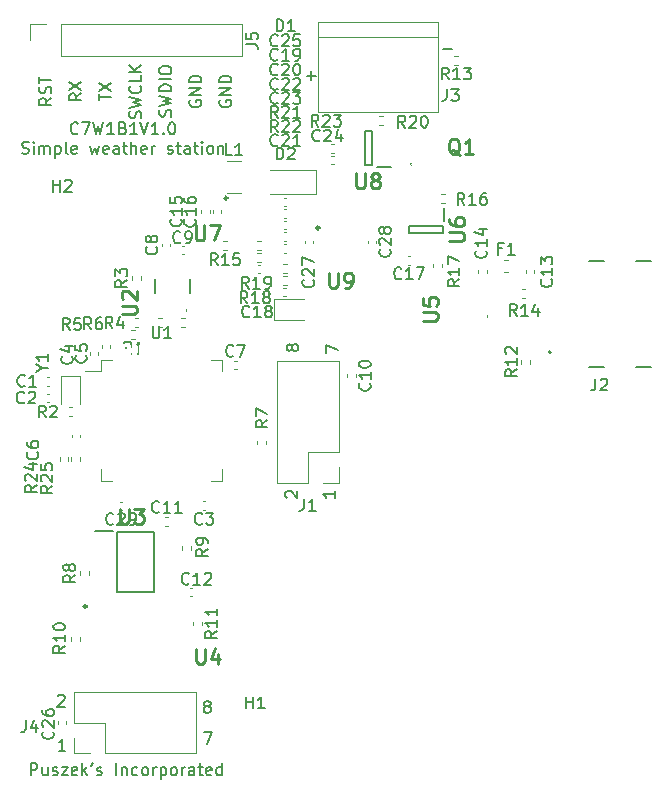
<source format=gto>
G04 #@! TF.GenerationSoftware,KiCad,Pcbnew,(5.1.12)-1*
G04 #@! TF.CreationDate,2024-11-16T18:41:12+01:00*
G04 #@! TF.ProjectId,C7W1B1V1.0,43375731-4231-4563-912e-302e6b696361,rev?*
G04 #@! TF.SameCoordinates,Original*
G04 #@! TF.FileFunction,Legend,Top*
G04 #@! TF.FilePolarity,Positive*
%FSLAX46Y46*%
G04 Gerber Fmt 4.6, Leading zero omitted, Abs format (unit mm)*
G04 Created by KiCad (PCBNEW (5.1.12)-1) date 2024-11-16 18:41:12*
%MOMM*%
%LPD*%
G01*
G04 APERTURE LIST*
%ADD10C,0.150000*%
%ADD11C,0.250000*%
%ADD12C,0.200000*%
%ADD13C,0.120000*%
%ADD14C,0.100000*%
%ADD15C,0.254000*%
%ADD16R,3.450000X4.350000*%
%ADD17R,0.950000X0.450000*%
%ADD18R,1.525000X0.700000*%
%ADD19O,1.700000X1.700000*%
%ADD20R,1.700000X1.700000*%
%ADD21C,2.700000*%
%ADD22R,1.750000X2.500000*%
%ADD23R,0.800000X0.400000*%
%ADD24R,0.990000X0.300000*%
%ADD25C,0.650000*%
%ADD26O,2.304000X1.204000*%
%ADD27R,0.600000X1.150000*%
%ADD28C,3.000000*%
%ADD29R,3.000000X3.000000*%
%ADD30R,1.200000X0.600000*%
%ADD31R,0.720000X1.050000*%
%ADD32R,0.350000X0.300000*%
%ADD33R,1.700000X2.200000*%
%ADD34R,0.850000X0.400000*%
%ADD35R,0.600000X0.450000*%
%ADD36R,0.900000X1.200000*%
%ADD37R,0.400000X0.400000*%
%ADD38R,1.100000X0.600000*%
G04 APERTURE END LIST*
D10*
X-49860952Y-92881428D02*
X-49099047Y-92881428D01*
X-61380952Y-95131428D02*
X-60619047Y-95131428D01*
X-61000000Y-95512380D02*
X-61000000Y-94750476D01*
X-84745238Y-154342380D02*
X-84745238Y-153342380D01*
X-84364285Y-153342380D01*
X-84269047Y-153390000D01*
X-84221428Y-153437619D01*
X-84173809Y-153532857D01*
X-84173809Y-153675714D01*
X-84221428Y-153770952D01*
X-84269047Y-153818571D01*
X-84364285Y-153866190D01*
X-84745238Y-153866190D01*
X-83316666Y-153675714D02*
X-83316666Y-154342380D01*
X-83745238Y-153675714D02*
X-83745238Y-154199523D01*
X-83697619Y-154294761D01*
X-83602380Y-154342380D01*
X-83459523Y-154342380D01*
X-83364285Y-154294761D01*
X-83316666Y-154247142D01*
X-82888095Y-154294761D02*
X-82792857Y-154342380D01*
X-82602380Y-154342380D01*
X-82507142Y-154294761D01*
X-82459523Y-154199523D01*
X-82459523Y-154151904D01*
X-82507142Y-154056666D01*
X-82602380Y-154009047D01*
X-82745238Y-154009047D01*
X-82840476Y-153961428D01*
X-82888095Y-153866190D01*
X-82888095Y-153818571D01*
X-82840476Y-153723333D01*
X-82745238Y-153675714D01*
X-82602380Y-153675714D01*
X-82507142Y-153723333D01*
X-82126190Y-153675714D02*
X-81602380Y-153675714D01*
X-82126190Y-154342380D01*
X-81602380Y-154342380D01*
X-80840476Y-154294761D02*
X-80935714Y-154342380D01*
X-81126190Y-154342380D01*
X-81221428Y-154294761D01*
X-81269047Y-154199523D01*
X-81269047Y-153818571D01*
X-81221428Y-153723333D01*
X-81126190Y-153675714D01*
X-80935714Y-153675714D01*
X-80840476Y-153723333D01*
X-80792857Y-153818571D01*
X-80792857Y-153913809D01*
X-81269047Y-154009047D01*
X-80364285Y-154342380D02*
X-80364285Y-153342380D01*
X-80269047Y-153961428D02*
X-79983333Y-154342380D01*
X-79983333Y-153675714D02*
X-80364285Y-154056666D01*
X-79507142Y-153342380D02*
X-79602380Y-153532857D01*
X-79126190Y-154294761D02*
X-79030952Y-154342380D01*
X-78840476Y-154342380D01*
X-78745238Y-154294761D01*
X-78697619Y-154199523D01*
X-78697619Y-154151904D01*
X-78745238Y-154056666D01*
X-78840476Y-154009047D01*
X-78983333Y-154009047D01*
X-79078571Y-153961428D01*
X-79126190Y-153866190D01*
X-79126190Y-153818571D01*
X-79078571Y-153723333D01*
X-78983333Y-153675714D01*
X-78840476Y-153675714D01*
X-78745238Y-153723333D01*
X-77507142Y-154342380D02*
X-77507142Y-153342380D01*
X-77030952Y-153675714D02*
X-77030952Y-154342380D01*
X-77030952Y-153770952D02*
X-76983333Y-153723333D01*
X-76888095Y-153675714D01*
X-76745238Y-153675714D01*
X-76650000Y-153723333D01*
X-76602380Y-153818571D01*
X-76602380Y-154342380D01*
X-75697619Y-154294761D02*
X-75792857Y-154342380D01*
X-75983333Y-154342380D01*
X-76078571Y-154294761D01*
X-76126190Y-154247142D01*
X-76173809Y-154151904D01*
X-76173809Y-153866190D01*
X-76126190Y-153770952D01*
X-76078571Y-153723333D01*
X-75983333Y-153675714D01*
X-75792857Y-153675714D01*
X-75697619Y-153723333D01*
X-75126190Y-154342380D02*
X-75221428Y-154294761D01*
X-75269047Y-154247142D01*
X-75316666Y-154151904D01*
X-75316666Y-153866190D01*
X-75269047Y-153770952D01*
X-75221428Y-153723333D01*
X-75126190Y-153675714D01*
X-74983333Y-153675714D01*
X-74888095Y-153723333D01*
X-74840476Y-153770952D01*
X-74792857Y-153866190D01*
X-74792857Y-154151904D01*
X-74840476Y-154247142D01*
X-74888095Y-154294761D01*
X-74983333Y-154342380D01*
X-75126190Y-154342380D01*
X-74364285Y-154342380D02*
X-74364285Y-153675714D01*
X-74364285Y-153866190D02*
X-74316666Y-153770952D01*
X-74269047Y-153723333D01*
X-74173809Y-153675714D01*
X-74078571Y-153675714D01*
X-73745238Y-153675714D02*
X-73745238Y-154675714D01*
X-73745238Y-153723333D02*
X-73650000Y-153675714D01*
X-73459523Y-153675714D01*
X-73364285Y-153723333D01*
X-73316666Y-153770952D01*
X-73269047Y-153866190D01*
X-73269047Y-154151904D01*
X-73316666Y-154247142D01*
X-73364285Y-154294761D01*
X-73459523Y-154342380D01*
X-73650000Y-154342380D01*
X-73745238Y-154294761D01*
X-72697619Y-154342380D02*
X-72792857Y-154294761D01*
X-72840476Y-154247142D01*
X-72888095Y-154151904D01*
X-72888095Y-153866190D01*
X-72840476Y-153770952D01*
X-72792857Y-153723333D01*
X-72697619Y-153675714D01*
X-72554761Y-153675714D01*
X-72459523Y-153723333D01*
X-72411904Y-153770952D01*
X-72364285Y-153866190D01*
X-72364285Y-154151904D01*
X-72411904Y-154247142D01*
X-72459523Y-154294761D01*
X-72554761Y-154342380D01*
X-72697619Y-154342380D01*
X-71935714Y-154342380D02*
X-71935714Y-153675714D01*
X-71935714Y-153866190D02*
X-71888095Y-153770952D01*
X-71840476Y-153723333D01*
X-71745238Y-153675714D01*
X-71650000Y-153675714D01*
X-70888095Y-154342380D02*
X-70888095Y-153818571D01*
X-70935714Y-153723333D01*
X-71030952Y-153675714D01*
X-71221428Y-153675714D01*
X-71316666Y-153723333D01*
X-70888095Y-154294761D02*
X-70983333Y-154342380D01*
X-71221428Y-154342380D01*
X-71316666Y-154294761D01*
X-71364285Y-154199523D01*
X-71364285Y-154104285D01*
X-71316666Y-154009047D01*
X-71221428Y-153961428D01*
X-70983333Y-153961428D01*
X-70888095Y-153913809D01*
X-70554761Y-153675714D02*
X-70173809Y-153675714D01*
X-70411904Y-153342380D02*
X-70411904Y-154199523D01*
X-70364285Y-154294761D01*
X-70269047Y-154342380D01*
X-70173809Y-154342380D01*
X-69459523Y-154294761D02*
X-69554761Y-154342380D01*
X-69745238Y-154342380D01*
X-69840476Y-154294761D01*
X-69888095Y-154199523D01*
X-69888095Y-153818571D01*
X-69840476Y-153723333D01*
X-69745238Y-153675714D01*
X-69554761Y-153675714D01*
X-69459523Y-153723333D01*
X-69411904Y-153818571D01*
X-69411904Y-153913809D01*
X-69888095Y-154009047D01*
X-68554761Y-154342380D02*
X-68554761Y-153342380D01*
X-68554761Y-154294761D02*
X-68650000Y-154342380D01*
X-68840476Y-154342380D01*
X-68935714Y-154294761D01*
X-68983333Y-154247142D01*
X-69030952Y-154151904D01*
X-69030952Y-153866190D01*
X-68983333Y-153770952D01*
X-68935714Y-153723333D01*
X-68840476Y-153675714D01*
X-68650000Y-153675714D01*
X-68554761Y-153723333D01*
X-80739523Y-99982142D02*
X-80787142Y-100029761D01*
X-80930000Y-100077380D01*
X-81025238Y-100077380D01*
X-81168095Y-100029761D01*
X-81263333Y-99934523D01*
X-81310952Y-99839285D01*
X-81358571Y-99648809D01*
X-81358571Y-99505952D01*
X-81310952Y-99315476D01*
X-81263333Y-99220238D01*
X-81168095Y-99125000D01*
X-81025238Y-99077380D01*
X-80930000Y-99077380D01*
X-80787142Y-99125000D01*
X-80739523Y-99172619D01*
X-80406190Y-99077380D02*
X-79739523Y-99077380D01*
X-80168095Y-100077380D01*
X-79453809Y-99077380D02*
X-79215714Y-100077380D01*
X-79025238Y-99363095D01*
X-78834761Y-100077380D01*
X-78596666Y-99077380D01*
X-77691904Y-100077380D02*
X-78263333Y-100077380D01*
X-77977619Y-100077380D02*
X-77977619Y-99077380D01*
X-78072857Y-99220238D01*
X-78168095Y-99315476D01*
X-78263333Y-99363095D01*
X-76930000Y-99553571D02*
X-76787142Y-99601190D01*
X-76739523Y-99648809D01*
X-76691904Y-99744047D01*
X-76691904Y-99886904D01*
X-76739523Y-99982142D01*
X-76787142Y-100029761D01*
X-76882380Y-100077380D01*
X-77263333Y-100077380D01*
X-77263333Y-99077380D01*
X-76930000Y-99077380D01*
X-76834761Y-99125000D01*
X-76787142Y-99172619D01*
X-76739523Y-99267857D01*
X-76739523Y-99363095D01*
X-76787142Y-99458333D01*
X-76834761Y-99505952D01*
X-76930000Y-99553571D01*
X-77263333Y-99553571D01*
X-75739523Y-100077380D02*
X-76310952Y-100077380D01*
X-76025238Y-100077380D02*
X-76025238Y-99077380D01*
X-76120476Y-99220238D01*
X-76215714Y-99315476D01*
X-76310952Y-99363095D01*
X-75453809Y-99077380D02*
X-75120476Y-100077380D01*
X-74787142Y-99077380D01*
X-73930000Y-100077380D02*
X-74501428Y-100077380D01*
X-74215714Y-100077380D02*
X-74215714Y-99077380D01*
X-74310952Y-99220238D01*
X-74406190Y-99315476D01*
X-74501428Y-99363095D01*
X-73501428Y-99982142D02*
X-73453809Y-100029761D01*
X-73501428Y-100077380D01*
X-73549047Y-100029761D01*
X-73501428Y-99982142D01*
X-73501428Y-100077380D01*
X-72834761Y-99077380D02*
X-72739523Y-99077380D01*
X-72644285Y-99125000D01*
X-72596666Y-99172619D01*
X-72549047Y-99267857D01*
X-72501428Y-99458333D01*
X-72501428Y-99696428D01*
X-72549047Y-99886904D01*
X-72596666Y-99982142D01*
X-72644285Y-100029761D01*
X-72739523Y-100077380D01*
X-72834761Y-100077380D01*
X-72930000Y-100029761D01*
X-72977619Y-99982142D01*
X-73025238Y-99886904D01*
X-73072857Y-99696428D01*
X-73072857Y-99458333D01*
X-73025238Y-99267857D01*
X-72977619Y-99172619D01*
X-72930000Y-99125000D01*
X-72834761Y-99077380D01*
X-85477619Y-101679761D02*
X-85334761Y-101727380D01*
X-85096666Y-101727380D01*
X-85001428Y-101679761D01*
X-84953809Y-101632142D01*
X-84906190Y-101536904D01*
X-84906190Y-101441666D01*
X-84953809Y-101346428D01*
X-85001428Y-101298809D01*
X-85096666Y-101251190D01*
X-85287142Y-101203571D01*
X-85382380Y-101155952D01*
X-85430000Y-101108333D01*
X-85477619Y-101013095D01*
X-85477619Y-100917857D01*
X-85430000Y-100822619D01*
X-85382380Y-100775000D01*
X-85287142Y-100727380D01*
X-85049047Y-100727380D01*
X-84906190Y-100775000D01*
X-84477619Y-101727380D02*
X-84477619Y-101060714D01*
X-84477619Y-100727380D02*
X-84525238Y-100775000D01*
X-84477619Y-100822619D01*
X-84430000Y-100775000D01*
X-84477619Y-100727380D01*
X-84477619Y-100822619D01*
X-84001428Y-101727380D02*
X-84001428Y-101060714D01*
X-84001428Y-101155952D02*
X-83953809Y-101108333D01*
X-83858571Y-101060714D01*
X-83715714Y-101060714D01*
X-83620476Y-101108333D01*
X-83572857Y-101203571D01*
X-83572857Y-101727380D01*
X-83572857Y-101203571D02*
X-83525238Y-101108333D01*
X-83430000Y-101060714D01*
X-83287142Y-101060714D01*
X-83191904Y-101108333D01*
X-83144285Y-101203571D01*
X-83144285Y-101727380D01*
X-82668095Y-101060714D02*
X-82668095Y-102060714D01*
X-82668095Y-101108333D02*
X-82572857Y-101060714D01*
X-82382380Y-101060714D01*
X-82287142Y-101108333D01*
X-82239523Y-101155952D01*
X-82191904Y-101251190D01*
X-82191904Y-101536904D01*
X-82239523Y-101632142D01*
X-82287142Y-101679761D01*
X-82382380Y-101727380D01*
X-82572857Y-101727380D01*
X-82668095Y-101679761D01*
X-81620476Y-101727380D02*
X-81715714Y-101679761D01*
X-81763333Y-101584523D01*
X-81763333Y-100727380D01*
X-80858571Y-101679761D02*
X-80953809Y-101727380D01*
X-81144285Y-101727380D01*
X-81239523Y-101679761D01*
X-81287142Y-101584523D01*
X-81287142Y-101203571D01*
X-81239523Y-101108333D01*
X-81144285Y-101060714D01*
X-80953809Y-101060714D01*
X-80858571Y-101108333D01*
X-80810952Y-101203571D01*
X-80810952Y-101298809D01*
X-81287142Y-101394047D01*
X-79715714Y-101060714D02*
X-79525238Y-101727380D01*
X-79334761Y-101251190D01*
X-79144285Y-101727380D01*
X-78953809Y-101060714D01*
X-78191904Y-101679761D02*
X-78287142Y-101727380D01*
X-78477619Y-101727380D01*
X-78572857Y-101679761D01*
X-78620476Y-101584523D01*
X-78620476Y-101203571D01*
X-78572857Y-101108333D01*
X-78477619Y-101060714D01*
X-78287142Y-101060714D01*
X-78191904Y-101108333D01*
X-78144285Y-101203571D01*
X-78144285Y-101298809D01*
X-78620476Y-101394047D01*
X-77287142Y-101727380D02*
X-77287142Y-101203571D01*
X-77334761Y-101108333D01*
X-77430000Y-101060714D01*
X-77620476Y-101060714D01*
X-77715714Y-101108333D01*
X-77287142Y-101679761D02*
X-77382380Y-101727380D01*
X-77620476Y-101727380D01*
X-77715714Y-101679761D01*
X-77763333Y-101584523D01*
X-77763333Y-101489285D01*
X-77715714Y-101394047D01*
X-77620476Y-101346428D01*
X-77382380Y-101346428D01*
X-77287142Y-101298809D01*
X-76953809Y-101060714D02*
X-76572857Y-101060714D01*
X-76810952Y-100727380D02*
X-76810952Y-101584523D01*
X-76763333Y-101679761D01*
X-76668095Y-101727380D01*
X-76572857Y-101727380D01*
X-76239523Y-101727380D02*
X-76239523Y-100727380D01*
X-75810952Y-101727380D02*
X-75810952Y-101203571D01*
X-75858571Y-101108333D01*
X-75953809Y-101060714D01*
X-76096666Y-101060714D01*
X-76191904Y-101108333D01*
X-76239523Y-101155952D01*
X-74953809Y-101679761D02*
X-75049047Y-101727380D01*
X-75239523Y-101727380D01*
X-75334761Y-101679761D01*
X-75382380Y-101584523D01*
X-75382380Y-101203571D01*
X-75334761Y-101108333D01*
X-75239523Y-101060714D01*
X-75049047Y-101060714D01*
X-74953809Y-101108333D01*
X-74906190Y-101203571D01*
X-74906190Y-101298809D01*
X-75382380Y-101394047D01*
X-74477619Y-101727380D02*
X-74477619Y-101060714D01*
X-74477619Y-101251190D02*
X-74430000Y-101155952D01*
X-74382380Y-101108333D01*
X-74287142Y-101060714D01*
X-74191904Y-101060714D01*
X-73144285Y-101679761D02*
X-73049047Y-101727380D01*
X-72858571Y-101727380D01*
X-72763333Y-101679761D01*
X-72715714Y-101584523D01*
X-72715714Y-101536904D01*
X-72763333Y-101441666D01*
X-72858571Y-101394047D01*
X-73001428Y-101394047D01*
X-73096666Y-101346428D01*
X-73144285Y-101251190D01*
X-73144285Y-101203571D01*
X-73096666Y-101108333D01*
X-73001428Y-101060714D01*
X-72858571Y-101060714D01*
X-72763333Y-101108333D01*
X-72430000Y-101060714D02*
X-72049047Y-101060714D01*
X-72287142Y-100727380D02*
X-72287142Y-101584523D01*
X-72239523Y-101679761D01*
X-72144285Y-101727380D01*
X-72049047Y-101727380D01*
X-71287142Y-101727380D02*
X-71287142Y-101203571D01*
X-71334761Y-101108333D01*
X-71430000Y-101060714D01*
X-71620476Y-101060714D01*
X-71715714Y-101108333D01*
X-71287142Y-101679761D02*
X-71382380Y-101727380D01*
X-71620476Y-101727380D01*
X-71715714Y-101679761D01*
X-71763333Y-101584523D01*
X-71763333Y-101489285D01*
X-71715714Y-101394047D01*
X-71620476Y-101346428D01*
X-71382380Y-101346428D01*
X-71287142Y-101298809D01*
X-70953809Y-101060714D02*
X-70572857Y-101060714D01*
X-70810952Y-100727380D02*
X-70810952Y-101584523D01*
X-70763333Y-101679761D01*
X-70668095Y-101727380D01*
X-70572857Y-101727380D01*
X-70239523Y-101727380D02*
X-70239523Y-101060714D01*
X-70239523Y-100727380D02*
X-70287142Y-100775000D01*
X-70239523Y-100822619D01*
X-70191904Y-100775000D01*
X-70239523Y-100727380D01*
X-70239523Y-100822619D01*
X-69620476Y-101727380D02*
X-69715714Y-101679761D01*
X-69763333Y-101632142D01*
X-69810952Y-101536904D01*
X-69810952Y-101251190D01*
X-69763333Y-101155952D01*
X-69715714Y-101108333D01*
X-69620476Y-101060714D01*
X-69477619Y-101060714D01*
X-69382380Y-101108333D01*
X-69334761Y-101155952D01*
X-69287142Y-101251190D01*
X-69287142Y-101536904D01*
X-69334761Y-101632142D01*
X-69382380Y-101679761D01*
X-69477619Y-101727380D01*
X-69620476Y-101727380D01*
X-68858571Y-101060714D02*
X-68858571Y-101727380D01*
X-68858571Y-101155952D02*
X-68810952Y-101108333D01*
X-68715714Y-101060714D01*
X-68572857Y-101060714D01*
X-68477619Y-101108333D01*
X-68430000Y-101203571D01*
X-68430000Y-101727380D01*
X-68710000Y-97221904D02*
X-68757619Y-97317142D01*
X-68757619Y-97460000D01*
X-68710000Y-97602857D01*
X-68614761Y-97698095D01*
X-68519523Y-97745714D01*
X-68329047Y-97793333D01*
X-68186190Y-97793333D01*
X-67995714Y-97745714D01*
X-67900476Y-97698095D01*
X-67805238Y-97602857D01*
X-67757619Y-97460000D01*
X-67757619Y-97364761D01*
X-67805238Y-97221904D01*
X-67852857Y-97174285D01*
X-68186190Y-97174285D01*
X-68186190Y-97364761D01*
X-67757619Y-96745714D02*
X-68757619Y-96745714D01*
X-67757619Y-96174285D01*
X-68757619Y-96174285D01*
X-67757619Y-95698095D02*
X-68757619Y-95698095D01*
X-68757619Y-95460000D01*
X-68710000Y-95317142D01*
X-68614761Y-95221904D01*
X-68519523Y-95174285D01*
X-68329047Y-95126666D01*
X-68186190Y-95126666D01*
X-67995714Y-95174285D01*
X-67900476Y-95221904D01*
X-67805238Y-95317142D01*
X-67757619Y-95460000D01*
X-67757619Y-95698095D01*
X-71250000Y-97221904D02*
X-71297619Y-97317142D01*
X-71297619Y-97460000D01*
X-71250000Y-97602857D01*
X-71154761Y-97698095D01*
X-71059523Y-97745714D01*
X-70869047Y-97793333D01*
X-70726190Y-97793333D01*
X-70535714Y-97745714D01*
X-70440476Y-97698095D01*
X-70345238Y-97602857D01*
X-70297619Y-97460000D01*
X-70297619Y-97364761D01*
X-70345238Y-97221904D01*
X-70392857Y-97174285D01*
X-70726190Y-97174285D01*
X-70726190Y-97364761D01*
X-70297619Y-96745714D02*
X-71297619Y-96745714D01*
X-70297619Y-96174285D01*
X-71297619Y-96174285D01*
X-70297619Y-95698095D02*
X-71297619Y-95698095D01*
X-71297619Y-95460000D01*
X-71250000Y-95317142D01*
X-71154761Y-95221904D01*
X-71059523Y-95174285D01*
X-70869047Y-95126666D01*
X-70726190Y-95126666D01*
X-70535714Y-95174285D01*
X-70440476Y-95221904D01*
X-70345238Y-95317142D01*
X-70297619Y-95460000D01*
X-70297619Y-95698095D01*
X-72885238Y-98579047D02*
X-72837619Y-98436190D01*
X-72837619Y-98198095D01*
X-72885238Y-98102857D01*
X-72932857Y-98055238D01*
X-73028095Y-98007619D01*
X-73123333Y-98007619D01*
X-73218571Y-98055238D01*
X-73266190Y-98102857D01*
X-73313809Y-98198095D01*
X-73361428Y-98388571D01*
X-73409047Y-98483809D01*
X-73456666Y-98531428D01*
X-73551904Y-98579047D01*
X-73647142Y-98579047D01*
X-73742380Y-98531428D01*
X-73790000Y-98483809D01*
X-73837619Y-98388571D01*
X-73837619Y-98150476D01*
X-73790000Y-98007619D01*
X-73837619Y-97674285D02*
X-72837619Y-97436190D01*
X-73551904Y-97245714D01*
X-72837619Y-97055238D01*
X-73837619Y-96817142D01*
X-72837619Y-96436190D02*
X-73837619Y-96436190D01*
X-73837619Y-96198095D01*
X-73790000Y-96055238D01*
X-73694761Y-95960000D01*
X-73599523Y-95912380D01*
X-73409047Y-95864761D01*
X-73266190Y-95864761D01*
X-73075714Y-95912380D01*
X-72980476Y-95960000D01*
X-72885238Y-96055238D01*
X-72837619Y-96198095D01*
X-72837619Y-96436190D01*
X-72837619Y-95436190D02*
X-73837619Y-95436190D01*
X-73837619Y-94769523D02*
X-73837619Y-94579047D01*
X-73790000Y-94483809D01*
X-73694761Y-94388571D01*
X-73504285Y-94340952D01*
X-73170952Y-94340952D01*
X-72980476Y-94388571D01*
X-72885238Y-94483809D01*
X-72837619Y-94579047D01*
X-72837619Y-94769523D01*
X-72885238Y-94864761D01*
X-72980476Y-94960000D01*
X-73170952Y-95007619D01*
X-73504285Y-95007619D01*
X-73694761Y-94960000D01*
X-73790000Y-94864761D01*
X-73837619Y-94769523D01*
X-75425238Y-98721904D02*
X-75377619Y-98579047D01*
X-75377619Y-98340952D01*
X-75425238Y-98245714D01*
X-75472857Y-98198095D01*
X-75568095Y-98150476D01*
X-75663333Y-98150476D01*
X-75758571Y-98198095D01*
X-75806190Y-98245714D01*
X-75853809Y-98340952D01*
X-75901428Y-98531428D01*
X-75949047Y-98626666D01*
X-75996666Y-98674285D01*
X-76091904Y-98721904D01*
X-76187142Y-98721904D01*
X-76282380Y-98674285D01*
X-76330000Y-98626666D01*
X-76377619Y-98531428D01*
X-76377619Y-98293333D01*
X-76330000Y-98150476D01*
X-76377619Y-97817142D02*
X-75377619Y-97579047D01*
X-76091904Y-97388571D01*
X-75377619Y-97198095D01*
X-76377619Y-96960000D01*
X-75472857Y-96007619D02*
X-75425238Y-96055238D01*
X-75377619Y-96198095D01*
X-75377619Y-96293333D01*
X-75425238Y-96436190D01*
X-75520476Y-96531428D01*
X-75615714Y-96579047D01*
X-75806190Y-96626666D01*
X-75949047Y-96626666D01*
X-76139523Y-96579047D01*
X-76234761Y-96531428D01*
X-76330000Y-96436190D01*
X-76377619Y-96293333D01*
X-76377619Y-96198095D01*
X-76330000Y-96055238D01*
X-76282380Y-96007619D01*
X-75377619Y-95102857D02*
X-75377619Y-95579047D01*
X-76377619Y-95579047D01*
X-75377619Y-94769523D02*
X-76377619Y-94769523D01*
X-75377619Y-94198095D02*
X-75949047Y-94626666D01*
X-76377619Y-94198095D02*
X-75806190Y-94769523D01*
X-78917619Y-97221904D02*
X-78917619Y-96650476D01*
X-77917619Y-96936190D02*
X-78917619Y-96936190D01*
X-78917619Y-96412380D02*
X-77917619Y-95745714D01*
X-78917619Y-95745714D02*
X-77917619Y-96412380D01*
X-80457619Y-96626666D02*
X-80933809Y-96960000D01*
X-80457619Y-97198095D02*
X-81457619Y-97198095D01*
X-81457619Y-96817142D01*
X-81410000Y-96721904D01*
X-81362380Y-96674285D01*
X-81267142Y-96626666D01*
X-81124285Y-96626666D01*
X-81029047Y-96674285D01*
X-80981428Y-96721904D01*
X-80933809Y-96817142D01*
X-80933809Y-97198095D01*
X-81457619Y-96293333D02*
X-80457619Y-95626666D01*
X-81457619Y-95626666D02*
X-80457619Y-96293333D01*
X-82997619Y-97007619D02*
X-83473809Y-97340952D01*
X-82997619Y-97579047D02*
X-83997619Y-97579047D01*
X-83997619Y-97198095D01*
X-83950000Y-97102857D01*
X-83902380Y-97055238D01*
X-83807142Y-97007619D01*
X-83664285Y-97007619D01*
X-83569047Y-97055238D01*
X-83521428Y-97102857D01*
X-83473809Y-97198095D01*
X-83473809Y-97579047D01*
X-83045238Y-96626666D02*
X-82997619Y-96483809D01*
X-82997619Y-96245714D01*
X-83045238Y-96150476D01*
X-83092857Y-96102857D01*
X-83188095Y-96055238D01*
X-83283333Y-96055238D01*
X-83378571Y-96102857D01*
X-83426190Y-96150476D01*
X-83473809Y-96245714D01*
X-83521428Y-96436190D01*
X-83569047Y-96531428D01*
X-83616666Y-96579047D01*
X-83711904Y-96626666D01*
X-83807142Y-96626666D01*
X-83902380Y-96579047D01*
X-83950000Y-96531428D01*
X-83997619Y-96436190D01*
X-83997619Y-96198095D01*
X-83950000Y-96055238D01*
X-83997619Y-95769523D02*
X-83997619Y-95198095D01*
X-82997619Y-95483809D02*
X-83997619Y-95483809D01*
X-59707619Y-118623333D02*
X-59707619Y-117956666D01*
X-58707619Y-118385238D01*
X-62649047Y-118225238D02*
X-62696666Y-118320476D01*
X-62744285Y-118368095D01*
X-62839523Y-118415714D01*
X-62887142Y-118415714D01*
X-62982380Y-118368095D01*
X-63030000Y-118320476D01*
X-63077619Y-118225238D01*
X-63077619Y-118034761D01*
X-63030000Y-117939523D01*
X-62982380Y-117891904D01*
X-62887142Y-117844285D01*
X-62839523Y-117844285D01*
X-62744285Y-117891904D01*
X-62696666Y-117939523D01*
X-62649047Y-118034761D01*
X-62649047Y-118225238D01*
X-62601428Y-118320476D01*
X-62553809Y-118368095D01*
X-62458571Y-118415714D01*
X-62268095Y-118415714D01*
X-62172857Y-118368095D01*
X-62125238Y-118320476D01*
X-62077619Y-118225238D01*
X-62077619Y-118034761D01*
X-62125238Y-117939523D01*
X-62172857Y-117891904D01*
X-62268095Y-117844285D01*
X-62458571Y-117844285D01*
X-62553809Y-117891904D01*
X-62601428Y-117939523D01*
X-62649047Y-118034761D01*
X-63072380Y-130845714D02*
X-63120000Y-130798095D01*
X-63167619Y-130702857D01*
X-63167619Y-130464761D01*
X-63120000Y-130369523D01*
X-63072380Y-130321904D01*
X-62977142Y-130274285D01*
X-62881904Y-130274285D01*
X-62739047Y-130321904D01*
X-62167619Y-130893333D01*
X-62167619Y-130274285D01*
X-59017619Y-130284285D02*
X-59017619Y-130855714D01*
X-59017619Y-130570000D02*
X-60017619Y-130570000D01*
X-59874761Y-130665238D01*
X-59779523Y-130760476D01*
X-59731904Y-130855714D01*
X-70053333Y-150692380D02*
X-69386666Y-150692380D01*
X-69815238Y-151692380D01*
X-69895238Y-148500952D02*
X-69990476Y-148453333D01*
X-70038095Y-148405714D01*
X-70085714Y-148310476D01*
X-70085714Y-148262857D01*
X-70038095Y-148167619D01*
X-69990476Y-148120000D01*
X-69895238Y-148072380D01*
X-69704761Y-148072380D01*
X-69609523Y-148120000D01*
X-69561904Y-148167619D01*
X-69514285Y-148262857D01*
X-69514285Y-148310476D01*
X-69561904Y-148405714D01*
X-69609523Y-148453333D01*
X-69704761Y-148500952D01*
X-69895238Y-148500952D01*
X-69990476Y-148548571D01*
X-70038095Y-148596190D01*
X-70085714Y-148691428D01*
X-70085714Y-148881904D01*
X-70038095Y-148977142D01*
X-69990476Y-149024761D01*
X-69895238Y-149072380D01*
X-69704761Y-149072380D01*
X-69609523Y-149024761D01*
X-69561904Y-148977142D01*
X-69514285Y-148881904D01*
X-69514285Y-148691428D01*
X-69561904Y-148596190D01*
X-69609523Y-148548571D01*
X-69704761Y-148500952D01*
X-82435714Y-147627619D02*
X-82388095Y-147580000D01*
X-82292857Y-147532380D01*
X-82054761Y-147532380D01*
X-81959523Y-147580000D01*
X-81911904Y-147627619D01*
X-81864285Y-147722857D01*
X-81864285Y-147818095D01*
X-81911904Y-147960952D01*
X-82483333Y-148532380D01*
X-81864285Y-148532380D01*
X-81804285Y-152272380D02*
X-82375714Y-152272380D01*
X-82090000Y-152272380D02*
X-82090000Y-151272380D01*
X-82185238Y-151415238D01*
X-82280476Y-151510476D01*
X-82375714Y-151558095D01*
D11*
G04 #@! TO.C,U4*
X-80000000Y-140060000D02*
G75*
G03*
X-80000000Y-140060000I-125000J0D01*
G01*
D12*
G04 #@! TO.C,U3*
X-79335000Y-133665000D02*
X-77810000Y-133665000D01*
X-77460000Y-138808000D02*
X-77460000Y-133732000D01*
X-74260000Y-138808000D02*
X-77460000Y-138808000D01*
X-74260000Y-133732000D02*
X-74260000Y-138808000D01*
X-77460000Y-133732000D02*
X-74260000Y-133732000D01*
D13*
G04 #@! TO.C,R1*
X-75916359Y-117410000D02*
X-76223641Y-117410000D01*
X-75916359Y-116650000D02*
X-76223641Y-116650000D01*
G04 #@! TO.C,C7*
X-67527836Y-119260000D02*
X-67312164Y-119260000D01*
X-67527836Y-119980000D02*
X-67312164Y-119980000D01*
G04 #@! TO.C,J1*
X-58650000Y-129600000D02*
X-59980000Y-129600000D01*
X-58650000Y-128270000D02*
X-58650000Y-129600000D01*
X-61250000Y-129600000D02*
X-63850000Y-129600000D01*
X-61250000Y-127000000D02*
X-61250000Y-129600000D01*
X-58650000Y-127000000D02*
X-61250000Y-127000000D01*
X-63850000Y-129600000D02*
X-63850000Y-119320000D01*
X-58650000Y-127000000D02*
X-58650000Y-119320000D01*
X-58650000Y-119320000D02*
X-63850000Y-119320000D01*
G04 #@! TO.C,U1*
X-69500000Y-129400000D02*
X-68550000Y-129400000D01*
X-68550000Y-129400000D02*
X-68550000Y-128450000D01*
X-77820000Y-129400000D02*
X-78770000Y-129400000D01*
X-78770000Y-129400000D02*
X-78770000Y-128450000D01*
X-69500000Y-119180000D02*
X-68550000Y-119180000D01*
X-68550000Y-119180000D02*
X-68550000Y-120130000D01*
X-77820000Y-119180000D02*
X-78770000Y-119180000D01*
X-78770000Y-119180000D02*
X-78770000Y-120130000D01*
X-78770000Y-120130000D02*
X-80110000Y-120130000D01*
G04 #@! TO.C,C29*
X-76982164Y-131910000D02*
X-77197836Y-131910000D01*
X-76982164Y-131190000D02*
X-77197836Y-131190000D01*
G04 #@! TO.C,J5*
X-84780000Y-92110000D02*
X-84780000Y-90780000D01*
X-84780000Y-90780000D02*
X-83450000Y-90780000D01*
X-82180000Y-90780000D02*
X-66880000Y-90780000D01*
X-66880000Y-93440000D02*
X-66880000Y-90780000D01*
X-82180000Y-93440000D02*
X-66880000Y-93440000D01*
X-82180000Y-93440000D02*
X-82180000Y-90780000D01*
D11*
G04 #@! TO.C,U9*
X-60295000Y-108000000D02*
G75*
G03*
X-60295000Y-108000000I-125000J0D01*
G01*
D13*
G04 #@! TO.C,C28*
X-56220000Y-109082164D02*
X-56220000Y-109297836D01*
X-55500000Y-109082164D02*
X-55500000Y-109297836D01*
G04 #@! TO.C,C27*
X-61540000Y-109092164D02*
X-61540000Y-109307836D01*
X-60820000Y-109092164D02*
X-60820000Y-109307836D01*
D14*
G04 #@! TO.C,U5*
X-46070000Y-115420000D02*
X-46070000Y-115420000D01*
X-46070000Y-115520000D02*
X-46070000Y-115520000D01*
X-46070000Y-115520000D02*
G75*
G02*
X-46070000Y-115420000I0J50000D01*
G01*
X-46070000Y-115420000D02*
G75*
G02*
X-46070000Y-115520000I0J-50000D01*
G01*
D13*
G04 #@! TO.C,R25*
X-81290000Y-127396359D02*
X-81290000Y-127703641D01*
X-80530000Y-127396359D02*
X-80530000Y-127703641D01*
G04 #@! TO.C,R24*
X-82300000Y-127396359D02*
X-82300000Y-127703641D01*
X-81540000Y-127396359D02*
X-81540000Y-127703641D01*
G04 #@! TO.C,R14*
X-43163641Y-113920000D02*
X-42856359Y-113920000D01*
X-43163641Y-113160000D02*
X-42856359Y-113160000D01*
G04 #@! TO.C,R13*
X-48556359Y-93440000D02*
X-48863641Y-93440000D01*
X-48556359Y-94200000D02*
X-48863641Y-94200000D01*
G04 #@! TO.C,R12*
X-42480000Y-119503641D02*
X-42480000Y-119196359D01*
X-43240000Y-119503641D02*
X-43240000Y-119196359D01*
D12*
G04 #@! TO.C,J2*
X-40690000Y-118550000D02*
G75*
G03*
X-40690000Y-118550000I-100000J0D01*
G01*
X-37440000Y-110830000D02*
X-36190000Y-110830000D01*
X-37440000Y-119770000D02*
X-36190000Y-119770000D01*
X-32190000Y-110830000D02*
X-33470000Y-110830000D01*
X-33470000Y-119770000D02*
X-32190000Y-119770000D01*
D13*
G04 #@! TO.C,F1*
X-44652779Y-111750000D02*
X-44327221Y-111750000D01*
X-44652779Y-110730000D02*
X-44327221Y-110730000D01*
G04 #@! TO.C,C14*
X-46860000Y-111602164D02*
X-46860000Y-111817836D01*
X-46140000Y-111602164D02*
X-46140000Y-111817836D01*
G04 #@! TO.C,C13*
X-42820000Y-111602164D02*
X-42820000Y-111817836D01*
X-42100000Y-111602164D02*
X-42100000Y-111817836D01*
D12*
G04 #@! TO.C,U6*
X-49770000Y-106315000D02*
X-49770000Y-107465000D01*
X-52720000Y-107815000D02*
X-49820000Y-107815000D01*
X-52720000Y-108465000D02*
X-52720000Y-107815000D01*
X-49820000Y-108465000D02*
X-52720000Y-108465000D01*
X-49820000Y-107815000D02*
X-49820000Y-108465000D01*
D13*
G04 #@! TO.C,R17*
X-50710000Y-111046359D02*
X-50710000Y-111353641D01*
X-49950000Y-111046359D02*
X-49950000Y-111353641D01*
G04 #@! TO.C,R16*
X-49686359Y-105120000D02*
X-49993641Y-105120000D01*
X-49686359Y-105880000D02*
X-49993641Y-105880000D01*
G04 #@! TO.C,J3*
X-50230000Y-90540000D02*
X-60390000Y-90540000D01*
X-50230000Y-98160000D02*
X-50230000Y-90540000D01*
X-60390000Y-98160000D02*
X-50230000Y-98160000D01*
X-60390000Y-90540000D02*
X-60390000Y-98160000D01*
X-60390000Y-91810000D02*
X-50230000Y-91810000D01*
G04 #@! TO.C,C17*
X-52602164Y-110390000D02*
X-52817836Y-110390000D01*
X-52602164Y-111110000D02*
X-52817836Y-111110000D01*
D12*
G04 #@! TO.C,U8*
X-55810000Y-102680000D02*
X-56410000Y-102680000D01*
X-56410000Y-102680000D02*
X-56410000Y-99780000D01*
X-56410000Y-99780000D02*
X-55810000Y-99780000D01*
X-55810000Y-99780000D02*
X-55810000Y-102680000D01*
X-54260000Y-102830000D02*
X-55460000Y-102830000D01*
D14*
G04 #@! TO.C,Q1*
X-52570000Y-102650000D02*
X-52570000Y-102650000D01*
X-52570000Y-102550000D02*
X-52570000Y-102550000D01*
X-52570000Y-102550000D02*
G75*
G02*
X-52570000Y-102650000I0J-50000D01*
G01*
X-52570000Y-102650000D02*
G75*
G02*
X-52570000Y-102550000I0J50000D01*
G01*
D13*
G04 #@! TO.C,R23*
X-59046359Y-100900000D02*
X-59353641Y-100900000D01*
X-59046359Y-101660000D02*
X-59353641Y-101660000D01*
G04 #@! TO.C,R20*
X-55253641Y-99280000D02*
X-54946359Y-99280000D01*
X-55253641Y-98520000D02*
X-54946359Y-98520000D01*
G04 #@! TO.C,C24*
X-59287836Y-102630000D02*
X-59072164Y-102630000D01*
X-59287836Y-101910000D02*
X-59072164Y-101910000D01*
D11*
G04 #@! TO.C,U7*
X-68080000Y-105480000D02*
G75*
G03*
X-68080000Y-105480000I-125000J0D01*
G01*
D13*
G04 #@! TO.C,R22*
X-63353641Y-112820000D02*
X-63046359Y-112820000D01*
X-63353641Y-112060000D02*
X-63046359Y-112060000D01*
G04 #@! TO.C,R21*
X-63046359Y-111070000D02*
X-63353641Y-111070000D01*
X-63046359Y-111830000D02*
X-63353641Y-111830000D01*
G04 #@! TO.C,R19*
X-65256359Y-109110000D02*
X-65563641Y-109110000D01*
X-65256359Y-109870000D02*
X-65563641Y-109870000D01*
G04 #@! TO.C,R18*
X-65266359Y-110110000D02*
X-65573641Y-110110000D01*
X-65266359Y-110870000D02*
X-65573641Y-110870000D01*
G04 #@! TO.C,R15*
X-68136359Y-109100000D02*
X-68443641Y-109100000D01*
X-68136359Y-109860000D02*
X-68443641Y-109860000D01*
G04 #@! TO.C,L1*
X-68142064Y-105050000D02*
X-66937936Y-105050000D01*
X-68142064Y-102330000D02*
X-66937936Y-102330000D01*
G04 #@! TO.C,D2*
X-64170000Y-114070000D02*
X-61620000Y-114070000D01*
X-64170000Y-115770000D02*
X-61620000Y-115770000D01*
X-64170000Y-114070000D02*
X-64170000Y-115770000D01*
G04 #@! TO.C,D1*
X-60580000Y-105110000D02*
X-64480000Y-105110000D01*
X-60580000Y-103110000D02*
X-64480000Y-103110000D01*
X-60580000Y-105110000D02*
X-60580000Y-103110000D01*
G04 #@! TO.C,C25*
X-63082164Y-105460000D02*
X-63297836Y-105460000D01*
X-63082164Y-106180000D02*
X-63297836Y-106180000D01*
G04 #@! TO.C,C23*
X-63082164Y-109380000D02*
X-63297836Y-109380000D01*
X-63082164Y-110100000D02*
X-63297836Y-110100000D01*
G04 #@! TO.C,C22*
X-63082164Y-108390000D02*
X-63297836Y-108390000D01*
X-63082164Y-109110000D02*
X-63297836Y-109110000D01*
G04 #@! TO.C,C21*
X-63337836Y-113790000D02*
X-63122164Y-113790000D01*
X-63337836Y-113070000D02*
X-63122164Y-113070000D01*
G04 #@! TO.C,C20*
X-63082164Y-107410000D02*
X-63297836Y-107410000D01*
X-63082164Y-108130000D02*
X-63297836Y-108130000D01*
G04 #@! TO.C,C19*
X-63082164Y-106440000D02*
X-63297836Y-106440000D01*
X-63082164Y-107160000D02*
X-63297836Y-107160000D01*
G04 #@! TO.C,C18*
X-65312164Y-111120000D02*
X-65527836Y-111120000D01*
X-65312164Y-111840000D02*
X-65527836Y-111840000D01*
G04 #@! TO.C,C16*
X-68620000Y-106747836D02*
X-68620000Y-106532164D01*
X-69340000Y-106747836D02*
X-69340000Y-106532164D01*
G04 #@! TO.C,C15*
X-69600000Y-106747836D02*
X-69600000Y-106532164D01*
X-70320000Y-106747836D02*
X-70320000Y-106532164D01*
G04 #@! TO.C,R7*
X-64810000Y-126323641D02*
X-64810000Y-126016359D01*
X-65570000Y-126323641D02*
X-65570000Y-126016359D01*
G04 #@! TO.C,C10*
X-57930000Y-120412164D02*
X-57930000Y-120627836D01*
X-57210000Y-120412164D02*
X-57210000Y-120627836D01*
D12*
G04 #@! TO.C,U2*
X-74250000Y-112350000D02*
X-74250000Y-113550000D01*
X-71250000Y-112350000D02*
X-71250000Y-113550000D01*
D14*
X-71550000Y-114950000D02*
X-71550000Y-114950000D01*
X-71550000Y-115050000D02*
X-71550000Y-115050000D01*
X-71550000Y-115050000D02*
G75*
G02*
X-71550000Y-114950000I0J50000D01*
G01*
X-71550000Y-114950000D02*
G75*
G02*
X-71550000Y-115050000I0J-50000D01*
G01*
D13*
G04 #@! TO.C,R6*
X-73943641Y-116400000D02*
X-73636359Y-116400000D01*
X-73943641Y-115640000D02*
X-73636359Y-115640000D01*
G04 #@! TO.C,R5*
X-75933641Y-116410000D02*
X-75626359Y-116410000D01*
X-75933641Y-115650000D02*
X-75626359Y-115650000D01*
G04 #@! TO.C,R4*
X-71686359Y-115630000D02*
X-71993641Y-115630000D01*
X-71686359Y-116390000D02*
X-71993641Y-116390000D01*
G04 #@! TO.C,R3*
X-76180000Y-112116359D02*
X-76180000Y-112423641D01*
X-75420000Y-112116359D02*
X-75420000Y-112423641D01*
G04 #@! TO.C,C9*
X-71752164Y-109530000D02*
X-71967836Y-109530000D01*
X-71752164Y-110250000D02*
X-71967836Y-110250000D01*
G04 #@! TO.C,C8*
X-72940000Y-109557836D02*
X-72940000Y-109342164D01*
X-73660000Y-109557836D02*
X-73660000Y-109342164D01*
G04 #@! TO.C,Y1*
X-82190000Y-120520000D02*
X-82190000Y-122920000D01*
X-80590000Y-120520000D02*
X-82190000Y-120520000D01*
X-80590000Y-122920000D02*
X-80590000Y-120520000D01*
G04 #@! TO.C,R2*
X-81523641Y-123970000D02*
X-81216359Y-123970000D01*
X-81523641Y-123210000D02*
X-81216359Y-123210000D01*
G04 #@! TO.C,C6*
X-80560000Y-125747836D02*
X-80560000Y-125532164D01*
X-81280000Y-125747836D02*
X-81280000Y-125532164D01*
G04 #@! TO.C,C5*
X-77990000Y-118167836D02*
X-77990000Y-117952164D01*
X-78710000Y-118167836D02*
X-78710000Y-117952164D01*
G04 #@! TO.C,C4*
X-79020000Y-118757836D02*
X-79020000Y-118542164D01*
X-79740000Y-118757836D02*
X-79740000Y-118542164D01*
G04 #@! TO.C,C3*
X-69942164Y-131150000D02*
X-70157836Y-131150000D01*
X-69942164Y-131870000D02*
X-70157836Y-131870000D01*
G04 #@! TO.C,C2*
X-83367836Y-122780000D02*
X-83152164Y-122780000D01*
X-83367836Y-122060000D02*
X-83152164Y-122060000D01*
G04 #@! TO.C,C1*
X-83367836Y-121380000D02*
X-83152164Y-121380000D01*
X-83367836Y-120660000D02*
X-83152164Y-120660000D01*
G04 #@! TO.C,J4*
X-81040000Y-152490000D02*
X-81040000Y-151160000D01*
X-79710000Y-152490000D02*
X-81040000Y-152490000D01*
X-81040000Y-149890000D02*
X-81040000Y-147290000D01*
X-78440000Y-149890000D02*
X-81040000Y-149890000D01*
X-78440000Y-152490000D02*
X-78440000Y-149890000D01*
X-81040000Y-147290000D02*
X-70760000Y-147290000D01*
X-78440000Y-152490000D02*
X-70760000Y-152490000D01*
X-70760000Y-152490000D02*
X-70760000Y-147290000D01*
G04 #@! TO.C,R11*
X-70970000Y-141356359D02*
X-70970000Y-141663641D01*
X-70210000Y-141356359D02*
X-70210000Y-141663641D01*
G04 #@! TO.C,R10*
X-81310000Y-142656359D02*
X-81310000Y-142963641D01*
X-80550000Y-142656359D02*
X-80550000Y-142963641D01*
G04 #@! TO.C,R9*
X-71960000Y-134976359D02*
X-71960000Y-135283641D01*
X-71200000Y-134976359D02*
X-71200000Y-135283641D01*
G04 #@! TO.C,R8*
X-80550000Y-137086359D02*
X-80550000Y-137393641D01*
X-79790000Y-137086359D02*
X-79790000Y-137393641D01*
G04 #@! TO.C,C12*
X-71257836Y-139210000D02*
X-71042164Y-139210000D01*
X-71257836Y-138490000D02*
X-71042164Y-138490000D01*
G04 #@! TO.C,C11*
X-73327836Y-133210000D02*
X-73112164Y-133210000D01*
X-73327836Y-132490000D02*
X-73112164Y-132490000D01*
G04 #@! TO.C,C26*
X-82450000Y-149772164D02*
X-82450000Y-149987836D01*
X-81730000Y-149772164D02*
X-81730000Y-149987836D01*
G04 #@! TO.C,U4*
D15*
X-70727619Y-143654523D02*
X-70727619Y-144682619D01*
X-70667142Y-144803571D01*
X-70606666Y-144864047D01*
X-70485714Y-144924523D01*
X-70243809Y-144924523D01*
X-70122857Y-144864047D01*
X-70062380Y-144803571D01*
X-70001904Y-144682619D01*
X-70001904Y-143654523D01*
X-68852857Y-144077857D02*
X-68852857Y-144924523D01*
X-69155238Y-143594047D02*
X-69457619Y-144501190D01*
X-68671428Y-144501190D01*
G04 #@! TO.C,U3*
X-77167619Y-131774523D02*
X-77167619Y-132802619D01*
X-77107142Y-132923571D01*
X-77046666Y-132984047D01*
X-76925714Y-133044523D01*
X-76683809Y-133044523D01*
X-76562857Y-132984047D01*
X-76502380Y-132923571D01*
X-76441904Y-132802619D01*
X-76441904Y-131774523D01*
X-75958095Y-131774523D02*
X-75171904Y-131774523D01*
X-75595238Y-132258333D01*
X-75413809Y-132258333D01*
X-75292857Y-132318809D01*
X-75232380Y-132379285D01*
X-75171904Y-132500238D01*
X-75171904Y-132802619D01*
X-75232380Y-132923571D01*
X-75292857Y-132984047D01*
X-75413809Y-133044523D01*
X-75776666Y-133044523D01*
X-75897619Y-132984047D01*
X-75958095Y-132923571D01*
G04 #@! TO.C,R1*
D10*
X-76236666Y-118652380D02*
X-76570000Y-118176190D01*
X-76808095Y-118652380D02*
X-76808095Y-117652380D01*
X-76427142Y-117652380D01*
X-76331904Y-117700000D01*
X-76284285Y-117747619D01*
X-76236666Y-117842857D01*
X-76236666Y-117985714D01*
X-76284285Y-118080952D01*
X-76331904Y-118128571D01*
X-76427142Y-118176190D01*
X-76808095Y-118176190D01*
X-75284285Y-118652380D02*
X-75855714Y-118652380D01*
X-75570000Y-118652380D02*
X-75570000Y-117652380D01*
X-75665238Y-117795238D01*
X-75760476Y-117890476D01*
X-75855714Y-117938095D01*
G04 #@! TO.C,C7*
X-67586666Y-118817142D02*
X-67634285Y-118864761D01*
X-67777142Y-118912380D01*
X-67872380Y-118912380D01*
X-68015238Y-118864761D01*
X-68110476Y-118769523D01*
X-68158095Y-118674285D01*
X-68205714Y-118483809D01*
X-68205714Y-118340952D01*
X-68158095Y-118150476D01*
X-68110476Y-118055238D01*
X-68015238Y-117960000D01*
X-67872380Y-117912380D01*
X-67777142Y-117912380D01*
X-67634285Y-117960000D01*
X-67586666Y-118007619D01*
X-67253333Y-117912380D02*
X-66586666Y-117912380D01*
X-67015238Y-118912380D01*
G04 #@! TO.C,J1*
X-61613333Y-130972380D02*
X-61613333Y-131686666D01*
X-61660952Y-131829523D01*
X-61756190Y-131924761D01*
X-61899047Y-131972380D01*
X-61994285Y-131972380D01*
X-60613333Y-131972380D02*
X-61184761Y-131972380D01*
X-60899047Y-131972380D02*
X-60899047Y-130972380D01*
X-60994285Y-131115238D01*
X-61089523Y-131210476D01*
X-61184761Y-131258095D01*
G04 #@! TO.C,U1*
X-74421904Y-116342380D02*
X-74421904Y-117151904D01*
X-74374285Y-117247142D01*
X-74326666Y-117294761D01*
X-74231428Y-117342380D01*
X-74040952Y-117342380D01*
X-73945714Y-117294761D01*
X-73898095Y-117247142D01*
X-73850476Y-117151904D01*
X-73850476Y-116342380D01*
X-72850476Y-117342380D02*
X-73421904Y-117342380D01*
X-73136190Y-117342380D02*
X-73136190Y-116342380D01*
X-73231428Y-116485238D01*
X-73326666Y-116580476D01*
X-73421904Y-116628095D01*
G04 #@! TO.C,C29*
X-77732857Y-133067142D02*
X-77780476Y-133114761D01*
X-77923333Y-133162380D01*
X-78018571Y-133162380D01*
X-78161428Y-133114761D01*
X-78256666Y-133019523D01*
X-78304285Y-132924285D01*
X-78351904Y-132733809D01*
X-78351904Y-132590952D01*
X-78304285Y-132400476D01*
X-78256666Y-132305238D01*
X-78161428Y-132210000D01*
X-78018571Y-132162380D01*
X-77923333Y-132162380D01*
X-77780476Y-132210000D01*
X-77732857Y-132257619D01*
X-77351904Y-132257619D02*
X-77304285Y-132210000D01*
X-77209047Y-132162380D01*
X-76970952Y-132162380D01*
X-76875714Y-132210000D01*
X-76828095Y-132257619D01*
X-76780476Y-132352857D01*
X-76780476Y-132448095D01*
X-76828095Y-132590952D01*
X-77399523Y-133162380D01*
X-76780476Y-133162380D01*
X-76304285Y-133162380D02*
X-76113809Y-133162380D01*
X-76018571Y-133114761D01*
X-75970952Y-133067142D01*
X-75875714Y-132924285D01*
X-75828095Y-132733809D01*
X-75828095Y-132352857D01*
X-75875714Y-132257619D01*
X-75923333Y-132210000D01*
X-76018571Y-132162380D01*
X-76209047Y-132162380D01*
X-76304285Y-132210000D01*
X-76351904Y-132257619D01*
X-76399523Y-132352857D01*
X-76399523Y-132590952D01*
X-76351904Y-132686190D01*
X-76304285Y-132733809D01*
X-76209047Y-132781428D01*
X-76018571Y-132781428D01*
X-75923333Y-132733809D01*
X-75875714Y-132686190D01*
X-75828095Y-132590952D01*
G04 #@! TO.C,H2*
X-82841904Y-104932380D02*
X-82841904Y-103932380D01*
X-82841904Y-104408571D02*
X-82270476Y-104408571D01*
X-82270476Y-104932380D02*
X-82270476Y-103932380D01*
X-81841904Y-104027619D02*
X-81794285Y-103980000D01*
X-81699047Y-103932380D01*
X-81460952Y-103932380D01*
X-81365714Y-103980000D01*
X-81318095Y-104027619D01*
X-81270476Y-104122857D01*
X-81270476Y-104218095D01*
X-81318095Y-104360952D01*
X-81889523Y-104932380D01*
X-81270476Y-104932380D01*
G04 #@! TO.C,H1*
X-66491904Y-148692380D02*
X-66491904Y-147692380D01*
X-66491904Y-148168571D02*
X-65920476Y-148168571D01*
X-65920476Y-148692380D02*
X-65920476Y-147692380D01*
X-64920476Y-148692380D02*
X-65491904Y-148692380D01*
X-65206190Y-148692380D02*
X-65206190Y-147692380D01*
X-65301428Y-147835238D01*
X-65396666Y-147930476D01*
X-65491904Y-147978095D01*
G04 #@! TO.C,J5*
X-66497619Y-92473333D02*
X-65783333Y-92473333D01*
X-65640476Y-92520952D01*
X-65545238Y-92616190D01*
X-65497619Y-92759047D01*
X-65497619Y-92854285D01*
X-66497619Y-91520952D02*
X-66497619Y-91997142D01*
X-66021428Y-92044761D01*
X-66069047Y-91997142D01*
X-66116666Y-91901904D01*
X-66116666Y-91663809D01*
X-66069047Y-91568571D01*
X-66021428Y-91520952D01*
X-65926190Y-91473333D01*
X-65688095Y-91473333D01*
X-65592857Y-91520952D01*
X-65545238Y-91568571D01*
X-65497619Y-91663809D01*
X-65497619Y-91901904D01*
X-65545238Y-91997142D01*
X-65592857Y-92044761D01*
G04 #@! TO.C,U9*
D15*
X-59487619Y-111804523D02*
X-59487619Y-112832619D01*
X-59427142Y-112953571D01*
X-59366666Y-113014047D01*
X-59245714Y-113074523D01*
X-59003809Y-113074523D01*
X-58882857Y-113014047D01*
X-58822380Y-112953571D01*
X-58761904Y-112832619D01*
X-58761904Y-111804523D01*
X-58096666Y-113074523D02*
X-57854761Y-113074523D01*
X-57733809Y-113014047D01*
X-57673333Y-112953571D01*
X-57552380Y-112772142D01*
X-57491904Y-112530238D01*
X-57491904Y-112046428D01*
X-57552380Y-111925476D01*
X-57612857Y-111865000D01*
X-57733809Y-111804523D01*
X-57975714Y-111804523D01*
X-58096666Y-111865000D01*
X-58157142Y-111925476D01*
X-58217619Y-112046428D01*
X-58217619Y-112348809D01*
X-58157142Y-112469761D01*
X-58096666Y-112530238D01*
X-57975714Y-112590714D01*
X-57733809Y-112590714D01*
X-57612857Y-112530238D01*
X-57552380Y-112469761D01*
X-57491904Y-112348809D01*
G04 #@! TO.C,C28*
D10*
X-54342857Y-109832857D02*
X-54295238Y-109880476D01*
X-54247619Y-110023333D01*
X-54247619Y-110118571D01*
X-54295238Y-110261428D01*
X-54390476Y-110356666D01*
X-54485714Y-110404285D01*
X-54676190Y-110451904D01*
X-54819047Y-110451904D01*
X-55009523Y-110404285D01*
X-55104761Y-110356666D01*
X-55200000Y-110261428D01*
X-55247619Y-110118571D01*
X-55247619Y-110023333D01*
X-55200000Y-109880476D01*
X-55152380Y-109832857D01*
X-55152380Y-109451904D02*
X-55200000Y-109404285D01*
X-55247619Y-109309047D01*
X-55247619Y-109070952D01*
X-55200000Y-108975714D01*
X-55152380Y-108928095D01*
X-55057142Y-108880476D01*
X-54961904Y-108880476D01*
X-54819047Y-108928095D01*
X-54247619Y-109499523D01*
X-54247619Y-108880476D01*
X-54819047Y-108309047D02*
X-54866666Y-108404285D01*
X-54914285Y-108451904D01*
X-55009523Y-108499523D01*
X-55057142Y-108499523D01*
X-55152380Y-108451904D01*
X-55200000Y-108404285D01*
X-55247619Y-108309047D01*
X-55247619Y-108118571D01*
X-55200000Y-108023333D01*
X-55152380Y-107975714D01*
X-55057142Y-107928095D01*
X-55009523Y-107928095D01*
X-54914285Y-107975714D01*
X-54866666Y-108023333D01*
X-54819047Y-108118571D01*
X-54819047Y-108309047D01*
X-54771428Y-108404285D01*
X-54723809Y-108451904D01*
X-54628571Y-108499523D01*
X-54438095Y-108499523D01*
X-54342857Y-108451904D01*
X-54295238Y-108404285D01*
X-54247619Y-108309047D01*
X-54247619Y-108118571D01*
X-54295238Y-108023333D01*
X-54342857Y-107975714D01*
X-54438095Y-107928095D01*
X-54628571Y-107928095D01*
X-54723809Y-107975714D01*
X-54771428Y-108023333D01*
X-54819047Y-108118571D01*
G04 #@! TO.C,C27*
X-60832857Y-112402857D02*
X-60785238Y-112450476D01*
X-60737619Y-112593333D01*
X-60737619Y-112688571D01*
X-60785238Y-112831428D01*
X-60880476Y-112926666D01*
X-60975714Y-112974285D01*
X-61166190Y-113021904D01*
X-61309047Y-113021904D01*
X-61499523Y-112974285D01*
X-61594761Y-112926666D01*
X-61690000Y-112831428D01*
X-61737619Y-112688571D01*
X-61737619Y-112593333D01*
X-61690000Y-112450476D01*
X-61642380Y-112402857D01*
X-61642380Y-112021904D02*
X-61690000Y-111974285D01*
X-61737619Y-111879047D01*
X-61737619Y-111640952D01*
X-61690000Y-111545714D01*
X-61642380Y-111498095D01*
X-61547142Y-111450476D01*
X-61451904Y-111450476D01*
X-61309047Y-111498095D01*
X-60737619Y-112069523D01*
X-60737619Y-111450476D01*
X-61737619Y-111117142D02*
X-61737619Y-110450476D01*
X-60737619Y-110879047D01*
G04 #@! TO.C,U5*
D15*
X-51535476Y-115857619D02*
X-50507380Y-115857619D01*
X-50386428Y-115797142D01*
X-50325952Y-115736666D01*
X-50265476Y-115615714D01*
X-50265476Y-115373809D01*
X-50325952Y-115252857D01*
X-50386428Y-115192380D01*
X-50507380Y-115131904D01*
X-51535476Y-115131904D01*
X-51535476Y-113922380D02*
X-51535476Y-114527142D01*
X-50930714Y-114587619D01*
X-50991190Y-114527142D01*
X-51051666Y-114406190D01*
X-51051666Y-114103809D01*
X-50991190Y-113982857D01*
X-50930714Y-113922380D01*
X-50809761Y-113861904D01*
X-50507380Y-113861904D01*
X-50386428Y-113922380D01*
X-50325952Y-113982857D01*
X-50265476Y-114103809D01*
X-50265476Y-114406190D01*
X-50325952Y-114527142D01*
X-50386428Y-114587619D01*
G04 #@! TO.C,R25*
D10*
X-82907619Y-129852857D02*
X-83383809Y-130186190D01*
X-82907619Y-130424285D02*
X-83907619Y-130424285D01*
X-83907619Y-130043333D01*
X-83860000Y-129948095D01*
X-83812380Y-129900476D01*
X-83717142Y-129852857D01*
X-83574285Y-129852857D01*
X-83479047Y-129900476D01*
X-83431428Y-129948095D01*
X-83383809Y-130043333D01*
X-83383809Y-130424285D01*
X-83812380Y-129471904D02*
X-83860000Y-129424285D01*
X-83907619Y-129329047D01*
X-83907619Y-129090952D01*
X-83860000Y-128995714D01*
X-83812380Y-128948095D01*
X-83717142Y-128900476D01*
X-83621904Y-128900476D01*
X-83479047Y-128948095D01*
X-82907619Y-129519523D01*
X-82907619Y-128900476D01*
X-83907619Y-127995714D02*
X-83907619Y-128471904D01*
X-83431428Y-128519523D01*
X-83479047Y-128471904D01*
X-83526666Y-128376666D01*
X-83526666Y-128138571D01*
X-83479047Y-128043333D01*
X-83431428Y-127995714D01*
X-83336190Y-127948095D01*
X-83098095Y-127948095D01*
X-83002857Y-127995714D01*
X-82955238Y-128043333D01*
X-82907619Y-128138571D01*
X-82907619Y-128376666D01*
X-82955238Y-128471904D01*
X-83002857Y-128519523D01*
G04 #@! TO.C,R24*
X-84227619Y-129802857D02*
X-84703809Y-130136190D01*
X-84227619Y-130374285D02*
X-85227619Y-130374285D01*
X-85227619Y-129993333D01*
X-85180000Y-129898095D01*
X-85132380Y-129850476D01*
X-85037142Y-129802857D01*
X-84894285Y-129802857D01*
X-84799047Y-129850476D01*
X-84751428Y-129898095D01*
X-84703809Y-129993333D01*
X-84703809Y-130374285D01*
X-85132380Y-129421904D02*
X-85180000Y-129374285D01*
X-85227619Y-129279047D01*
X-85227619Y-129040952D01*
X-85180000Y-128945714D01*
X-85132380Y-128898095D01*
X-85037142Y-128850476D01*
X-84941904Y-128850476D01*
X-84799047Y-128898095D01*
X-84227619Y-129469523D01*
X-84227619Y-128850476D01*
X-84894285Y-127993333D02*
X-84227619Y-127993333D01*
X-85275238Y-128231428D02*
X-84560952Y-128469523D01*
X-84560952Y-127850476D01*
G04 #@! TO.C,R14*
X-43592857Y-115472380D02*
X-43926190Y-114996190D01*
X-44164285Y-115472380D02*
X-44164285Y-114472380D01*
X-43783333Y-114472380D01*
X-43688095Y-114520000D01*
X-43640476Y-114567619D01*
X-43592857Y-114662857D01*
X-43592857Y-114805714D01*
X-43640476Y-114900952D01*
X-43688095Y-114948571D01*
X-43783333Y-114996190D01*
X-44164285Y-114996190D01*
X-42640476Y-115472380D02*
X-43211904Y-115472380D01*
X-42926190Y-115472380D02*
X-42926190Y-114472380D01*
X-43021428Y-114615238D01*
X-43116666Y-114710476D01*
X-43211904Y-114758095D01*
X-41783333Y-114805714D02*
X-41783333Y-115472380D01*
X-42021428Y-114424761D02*
X-42259523Y-115139047D01*
X-41640476Y-115139047D01*
G04 #@! TO.C,R13*
X-49352857Y-95442380D02*
X-49686190Y-94966190D01*
X-49924285Y-95442380D02*
X-49924285Y-94442380D01*
X-49543333Y-94442380D01*
X-49448095Y-94490000D01*
X-49400476Y-94537619D01*
X-49352857Y-94632857D01*
X-49352857Y-94775714D01*
X-49400476Y-94870952D01*
X-49448095Y-94918571D01*
X-49543333Y-94966190D01*
X-49924285Y-94966190D01*
X-48400476Y-95442380D02*
X-48971904Y-95442380D01*
X-48686190Y-95442380D02*
X-48686190Y-94442380D01*
X-48781428Y-94585238D01*
X-48876666Y-94680476D01*
X-48971904Y-94728095D01*
X-48067142Y-94442380D02*
X-47448095Y-94442380D01*
X-47781428Y-94823333D01*
X-47638571Y-94823333D01*
X-47543333Y-94870952D01*
X-47495714Y-94918571D01*
X-47448095Y-95013809D01*
X-47448095Y-95251904D01*
X-47495714Y-95347142D01*
X-47543333Y-95394761D01*
X-47638571Y-95442380D01*
X-47924285Y-95442380D01*
X-48019523Y-95394761D01*
X-48067142Y-95347142D01*
G04 #@! TO.C,R12*
X-43577619Y-119992857D02*
X-44053809Y-120326190D01*
X-43577619Y-120564285D02*
X-44577619Y-120564285D01*
X-44577619Y-120183333D01*
X-44530000Y-120088095D01*
X-44482380Y-120040476D01*
X-44387142Y-119992857D01*
X-44244285Y-119992857D01*
X-44149047Y-120040476D01*
X-44101428Y-120088095D01*
X-44053809Y-120183333D01*
X-44053809Y-120564285D01*
X-43577619Y-119040476D02*
X-43577619Y-119611904D01*
X-43577619Y-119326190D02*
X-44577619Y-119326190D01*
X-44434761Y-119421428D01*
X-44339523Y-119516666D01*
X-44291904Y-119611904D01*
X-44482380Y-118659523D02*
X-44530000Y-118611904D01*
X-44577619Y-118516666D01*
X-44577619Y-118278571D01*
X-44530000Y-118183333D01*
X-44482380Y-118135714D01*
X-44387142Y-118088095D01*
X-44291904Y-118088095D01*
X-44149047Y-118135714D01*
X-43577619Y-118707142D01*
X-43577619Y-118088095D01*
G04 #@! TO.C,J2*
X-36923333Y-120772380D02*
X-36923333Y-121486666D01*
X-36970952Y-121629523D01*
X-37066190Y-121724761D01*
X-37209047Y-121772380D01*
X-37304285Y-121772380D01*
X-36494761Y-120867619D02*
X-36447142Y-120820000D01*
X-36351904Y-120772380D01*
X-36113809Y-120772380D01*
X-36018571Y-120820000D01*
X-35970952Y-120867619D01*
X-35923333Y-120962857D01*
X-35923333Y-121058095D01*
X-35970952Y-121200952D01*
X-36542380Y-121772380D01*
X-35923333Y-121772380D01*
G04 #@! TO.C,F1*
X-44823333Y-109738571D02*
X-45156666Y-109738571D01*
X-45156666Y-110262380D02*
X-45156666Y-109262380D01*
X-44680476Y-109262380D01*
X-43775714Y-110262380D02*
X-44347142Y-110262380D01*
X-44061428Y-110262380D02*
X-44061428Y-109262380D01*
X-44156666Y-109405238D01*
X-44251904Y-109500476D01*
X-44347142Y-109548095D01*
G04 #@! TO.C,C14*
X-46212857Y-109932857D02*
X-46165238Y-109980476D01*
X-46117619Y-110123333D01*
X-46117619Y-110218571D01*
X-46165238Y-110361428D01*
X-46260476Y-110456666D01*
X-46355714Y-110504285D01*
X-46546190Y-110551904D01*
X-46689047Y-110551904D01*
X-46879523Y-110504285D01*
X-46974761Y-110456666D01*
X-47070000Y-110361428D01*
X-47117619Y-110218571D01*
X-47117619Y-110123333D01*
X-47070000Y-109980476D01*
X-47022380Y-109932857D01*
X-46117619Y-108980476D02*
X-46117619Y-109551904D01*
X-46117619Y-109266190D02*
X-47117619Y-109266190D01*
X-46974761Y-109361428D01*
X-46879523Y-109456666D01*
X-46831904Y-109551904D01*
X-46784285Y-108123333D02*
X-46117619Y-108123333D01*
X-47165238Y-108361428D02*
X-46450952Y-108599523D01*
X-46450952Y-107980476D01*
G04 #@! TO.C,C13*
X-40662857Y-112372857D02*
X-40615238Y-112420476D01*
X-40567619Y-112563333D01*
X-40567619Y-112658571D01*
X-40615238Y-112801428D01*
X-40710476Y-112896666D01*
X-40805714Y-112944285D01*
X-40996190Y-112991904D01*
X-41139047Y-112991904D01*
X-41329523Y-112944285D01*
X-41424761Y-112896666D01*
X-41520000Y-112801428D01*
X-41567619Y-112658571D01*
X-41567619Y-112563333D01*
X-41520000Y-112420476D01*
X-41472380Y-112372857D01*
X-40567619Y-111420476D02*
X-40567619Y-111991904D01*
X-40567619Y-111706190D02*
X-41567619Y-111706190D01*
X-41424761Y-111801428D01*
X-41329523Y-111896666D01*
X-41281904Y-111991904D01*
X-41567619Y-111087142D02*
X-41567619Y-110468095D01*
X-41186666Y-110801428D01*
X-41186666Y-110658571D01*
X-41139047Y-110563333D01*
X-41091428Y-110515714D01*
X-40996190Y-110468095D01*
X-40758095Y-110468095D01*
X-40662857Y-110515714D01*
X-40615238Y-110563333D01*
X-40567619Y-110658571D01*
X-40567619Y-110944285D01*
X-40615238Y-111039523D01*
X-40662857Y-111087142D01*
G04 #@! TO.C,U6*
D15*
X-49295476Y-109117619D02*
X-48267380Y-109117619D01*
X-48146428Y-109057142D01*
X-48085952Y-108996666D01*
X-48025476Y-108875714D01*
X-48025476Y-108633809D01*
X-48085952Y-108512857D01*
X-48146428Y-108452380D01*
X-48267380Y-108391904D01*
X-49295476Y-108391904D01*
X-49295476Y-107242857D02*
X-49295476Y-107484761D01*
X-49235000Y-107605714D01*
X-49174523Y-107666190D01*
X-48993095Y-107787142D01*
X-48751190Y-107847619D01*
X-48267380Y-107847619D01*
X-48146428Y-107787142D01*
X-48085952Y-107726666D01*
X-48025476Y-107605714D01*
X-48025476Y-107363809D01*
X-48085952Y-107242857D01*
X-48146428Y-107182380D01*
X-48267380Y-107121904D01*
X-48569761Y-107121904D01*
X-48690714Y-107182380D01*
X-48751190Y-107242857D01*
X-48811666Y-107363809D01*
X-48811666Y-107605714D01*
X-48751190Y-107726666D01*
X-48690714Y-107787142D01*
X-48569761Y-107847619D01*
G04 #@! TO.C,R17*
D10*
X-48437619Y-112372857D02*
X-48913809Y-112706190D01*
X-48437619Y-112944285D02*
X-49437619Y-112944285D01*
X-49437619Y-112563333D01*
X-49390000Y-112468095D01*
X-49342380Y-112420476D01*
X-49247142Y-112372857D01*
X-49104285Y-112372857D01*
X-49009047Y-112420476D01*
X-48961428Y-112468095D01*
X-48913809Y-112563333D01*
X-48913809Y-112944285D01*
X-48437619Y-111420476D02*
X-48437619Y-111991904D01*
X-48437619Y-111706190D02*
X-49437619Y-111706190D01*
X-49294761Y-111801428D01*
X-49199523Y-111896666D01*
X-49151904Y-111991904D01*
X-49437619Y-111087142D02*
X-49437619Y-110420476D01*
X-48437619Y-110849047D01*
G04 #@! TO.C,R16*
X-48012857Y-106052380D02*
X-48346190Y-105576190D01*
X-48584285Y-106052380D02*
X-48584285Y-105052380D01*
X-48203333Y-105052380D01*
X-48108095Y-105100000D01*
X-48060476Y-105147619D01*
X-48012857Y-105242857D01*
X-48012857Y-105385714D01*
X-48060476Y-105480952D01*
X-48108095Y-105528571D01*
X-48203333Y-105576190D01*
X-48584285Y-105576190D01*
X-47060476Y-106052380D02*
X-47631904Y-106052380D01*
X-47346190Y-106052380D02*
X-47346190Y-105052380D01*
X-47441428Y-105195238D01*
X-47536666Y-105290476D01*
X-47631904Y-105338095D01*
X-46203333Y-105052380D02*
X-46393809Y-105052380D01*
X-46489047Y-105100000D01*
X-46536666Y-105147619D01*
X-46631904Y-105290476D01*
X-46679523Y-105480952D01*
X-46679523Y-105861904D01*
X-46631904Y-105957142D01*
X-46584285Y-106004761D01*
X-46489047Y-106052380D01*
X-46298571Y-106052380D01*
X-46203333Y-106004761D01*
X-46155714Y-105957142D01*
X-46108095Y-105861904D01*
X-46108095Y-105623809D01*
X-46155714Y-105528571D01*
X-46203333Y-105480952D01*
X-46298571Y-105433333D01*
X-46489047Y-105433333D01*
X-46584285Y-105480952D01*
X-46631904Y-105528571D01*
X-46679523Y-105623809D01*
G04 #@! TO.C,J3*
X-49513333Y-96252380D02*
X-49513333Y-96966666D01*
X-49560952Y-97109523D01*
X-49656190Y-97204761D01*
X-49799047Y-97252380D01*
X-49894285Y-97252380D01*
X-49132380Y-96252380D02*
X-48513333Y-96252380D01*
X-48846666Y-96633333D01*
X-48703809Y-96633333D01*
X-48608571Y-96680952D01*
X-48560952Y-96728571D01*
X-48513333Y-96823809D01*
X-48513333Y-97061904D01*
X-48560952Y-97157142D01*
X-48608571Y-97204761D01*
X-48703809Y-97252380D01*
X-48989523Y-97252380D01*
X-49084761Y-97204761D01*
X-49132380Y-97157142D01*
G04 #@! TO.C,C17*
X-53352857Y-112267142D02*
X-53400476Y-112314761D01*
X-53543333Y-112362380D01*
X-53638571Y-112362380D01*
X-53781428Y-112314761D01*
X-53876666Y-112219523D01*
X-53924285Y-112124285D01*
X-53971904Y-111933809D01*
X-53971904Y-111790952D01*
X-53924285Y-111600476D01*
X-53876666Y-111505238D01*
X-53781428Y-111410000D01*
X-53638571Y-111362380D01*
X-53543333Y-111362380D01*
X-53400476Y-111410000D01*
X-53352857Y-111457619D01*
X-52400476Y-112362380D02*
X-52971904Y-112362380D01*
X-52686190Y-112362380D02*
X-52686190Y-111362380D01*
X-52781428Y-111505238D01*
X-52876666Y-111600476D01*
X-52971904Y-111648095D01*
X-52067142Y-111362380D02*
X-51400476Y-111362380D01*
X-51829047Y-112362380D01*
G04 #@! TO.C,U8*
D15*
X-57167619Y-103394523D02*
X-57167619Y-104422619D01*
X-57107142Y-104543571D01*
X-57046666Y-104604047D01*
X-56925714Y-104664523D01*
X-56683809Y-104664523D01*
X-56562857Y-104604047D01*
X-56502380Y-104543571D01*
X-56441904Y-104422619D01*
X-56441904Y-103394523D01*
X-55655714Y-103938809D02*
X-55776666Y-103878333D01*
X-55837142Y-103817857D01*
X-55897619Y-103696904D01*
X-55897619Y-103636428D01*
X-55837142Y-103515476D01*
X-55776666Y-103455000D01*
X-55655714Y-103394523D01*
X-55413809Y-103394523D01*
X-55292857Y-103455000D01*
X-55232380Y-103515476D01*
X-55171904Y-103636428D01*
X-55171904Y-103696904D01*
X-55232380Y-103817857D01*
X-55292857Y-103878333D01*
X-55413809Y-103938809D01*
X-55655714Y-103938809D01*
X-55776666Y-103999285D01*
X-55837142Y-104059761D01*
X-55897619Y-104180714D01*
X-55897619Y-104422619D01*
X-55837142Y-104543571D01*
X-55776666Y-104604047D01*
X-55655714Y-104664523D01*
X-55413809Y-104664523D01*
X-55292857Y-104604047D01*
X-55232380Y-104543571D01*
X-55171904Y-104422619D01*
X-55171904Y-104180714D01*
X-55232380Y-104059761D01*
X-55292857Y-103999285D01*
X-55413809Y-103938809D01*
G04 #@! TO.C,Q1*
X-48420952Y-101835476D02*
X-48541904Y-101775000D01*
X-48662857Y-101654047D01*
X-48844285Y-101472619D01*
X-48965238Y-101412142D01*
X-49086190Y-101412142D01*
X-49025714Y-101714523D02*
X-49146666Y-101654047D01*
X-49267619Y-101533095D01*
X-49328095Y-101291190D01*
X-49328095Y-100867857D01*
X-49267619Y-100625952D01*
X-49146666Y-100505000D01*
X-49025714Y-100444523D01*
X-48783809Y-100444523D01*
X-48662857Y-100505000D01*
X-48541904Y-100625952D01*
X-48481428Y-100867857D01*
X-48481428Y-101291190D01*
X-48541904Y-101533095D01*
X-48662857Y-101654047D01*
X-48783809Y-101714523D01*
X-49025714Y-101714523D01*
X-47271904Y-101714523D02*
X-47997619Y-101714523D01*
X-47634761Y-101714523D02*
X-47634761Y-100444523D01*
X-47755714Y-100625952D01*
X-47876666Y-100746904D01*
X-47997619Y-100807380D01*
G04 #@! TO.C,R23*
D10*
X-60372857Y-99432380D02*
X-60706190Y-98956190D01*
X-60944285Y-99432380D02*
X-60944285Y-98432380D01*
X-60563333Y-98432380D01*
X-60468095Y-98480000D01*
X-60420476Y-98527619D01*
X-60372857Y-98622857D01*
X-60372857Y-98765714D01*
X-60420476Y-98860952D01*
X-60468095Y-98908571D01*
X-60563333Y-98956190D01*
X-60944285Y-98956190D01*
X-59991904Y-98527619D02*
X-59944285Y-98480000D01*
X-59849047Y-98432380D01*
X-59610952Y-98432380D01*
X-59515714Y-98480000D01*
X-59468095Y-98527619D01*
X-59420476Y-98622857D01*
X-59420476Y-98718095D01*
X-59468095Y-98860952D01*
X-60039523Y-99432380D01*
X-59420476Y-99432380D01*
X-59087142Y-98432380D02*
X-58468095Y-98432380D01*
X-58801428Y-98813333D01*
X-58658571Y-98813333D01*
X-58563333Y-98860952D01*
X-58515714Y-98908571D01*
X-58468095Y-99003809D01*
X-58468095Y-99241904D01*
X-58515714Y-99337142D01*
X-58563333Y-99384761D01*
X-58658571Y-99432380D01*
X-58944285Y-99432380D01*
X-59039523Y-99384761D01*
X-59087142Y-99337142D01*
G04 #@! TO.C,R20*
X-53042857Y-99512380D02*
X-53376190Y-99036190D01*
X-53614285Y-99512380D02*
X-53614285Y-98512380D01*
X-53233333Y-98512380D01*
X-53138095Y-98560000D01*
X-53090476Y-98607619D01*
X-53042857Y-98702857D01*
X-53042857Y-98845714D01*
X-53090476Y-98940952D01*
X-53138095Y-98988571D01*
X-53233333Y-99036190D01*
X-53614285Y-99036190D01*
X-52661904Y-98607619D02*
X-52614285Y-98560000D01*
X-52519047Y-98512380D01*
X-52280952Y-98512380D01*
X-52185714Y-98560000D01*
X-52138095Y-98607619D01*
X-52090476Y-98702857D01*
X-52090476Y-98798095D01*
X-52138095Y-98940952D01*
X-52709523Y-99512380D01*
X-52090476Y-99512380D01*
X-51471428Y-98512380D02*
X-51376190Y-98512380D01*
X-51280952Y-98560000D01*
X-51233333Y-98607619D01*
X-51185714Y-98702857D01*
X-51138095Y-98893333D01*
X-51138095Y-99131428D01*
X-51185714Y-99321904D01*
X-51233333Y-99417142D01*
X-51280952Y-99464761D01*
X-51376190Y-99512380D01*
X-51471428Y-99512380D01*
X-51566666Y-99464761D01*
X-51614285Y-99417142D01*
X-51661904Y-99321904D01*
X-51709523Y-99131428D01*
X-51709523Y-98893333D01*
X-51661904Y-98702857D01*
X-51614285Y-98607619D01*
X-51566666Y-98560000D01*
X-51471428Y-98512380D01*
G04 #@! TO.C,C24*
X-60262857Y-100597142D02*
X-60310476Y-100644761D01*
X-60453333Y-100692380D01*
X-60548571Y-100692380D01*
X-60691428Y-100644761D01*
X-60786666Y-100549523D01*
X-60834285Y-100454285D01*
X-60881904Y-100263809D01*
X-60881904Y-100120952D01*
X-60834285Y-99930476D01*
X-60786666Y-99835238D01*
X-60691428Y-99740000D01*
X-60548571Y-99692380D01*
X-60453333Y-99692380D01*
X-60310476Y-99740000D01*
X-60262857Y-99787619D01*
X-59881904Y-99787619D02*
X-59834285Y-99740000D01*
X-59739047Y-99692380D01*
X-59500952Y-99692380D01*
X-59405714Y-99740000D01*
X-59358095Y-99787619D01*
X-59310476Y-99882857D01*
X-59310476Y-99978095D01*
X-59358095Y-100120952D01*
X-59929523Y-100692380D01*
X-59310476Y-100692380D01*
X-58453333Y-100025714D02*
X-58453333Y-100692380D01*
X-58691428Y-99644761D02*
X-58929523Y-100359047D01*
X-58310476Y-100359047D01*
G04 #@! TO.C,U7*
D15*
X-70767619Y-107804523D02*
X-70767619Y-108832619D01*
X-70707142Y-108953571D01*
X-70646666Y-109014047D01*
X-70525714Y-109074523D01*
X-70283809Y-109074523D01*
X-70162857Y-109014047D01*
X-70102380Y-108953571D01*
X-70041904Y-108832619D01*
X-70041904Y-107804523D01*
X-69558095Y-107804523D02*
X-68711428Y-107804523D01*
X-69255714Y-109074523D01*
G04 #@! TO.C,R22*
D10*
X-63832857Y-99902380D02*
X-64166190Y-99426190D01*
X-64404285Y-99902380D02*
X-64404285Y-98902380D01*
X-64023333Y-98902380D01*
X-63928095Y-98950000D01*
X-63880476Y-98997619D01*
X-63832857Y-99092857D01*
X-63832857Y-99235714D01*
X-63880476Y-99330952D01*
X-63928095Y-99378571D01*
X-64023333Y-99426190D01*
X-64404285Y-99426190D01*
X-63451904Y-98997619D02*
X-63404285Y-98950000D01*
X-63309047Y-98902380D01*
X-63070952Y-98902380D01*
X-62975714Y-98950000D01*
X-62928095Y-98997619D01*
X-62880476Y-99092857D01*
X-62880476Y-99188095D01*
X-62928095Y-99330952D01*
X-63499523Y-99902380D01*
X-62880476Y-99902380D01*
X-62499523Y-98997619D02*
X-62451904Y-98950000D01*
X-62356666Y-98902380D01*
X-62118571Y-98902380D01*
X-62023333Y-98950000D01*
X-61975714Y-98997619D01*
X-61928095Y-99092857D01*
X-61928095Y-99188095D01*
X-61975714Y-99330952D01*
X-62547142Y-99902380D01*
X-61928095Y-99902380D01*
G04 #@! TO.C,R21*
X-63832857Y-98682380D02*
X-64166190Y-98206190D01*
X-64404285Y-98682380D02*
X-64404285Y-97682380D01*
X-64023333Y-97682380D01*
X-63928095Y-97730000D01*
X-63880476Y-97777619D01*
X-63832857Y-97872857D01*
X-63832857Y-98015714D01*
X-63880476Y-98110952D01*
X-63928095Y-98158571D01*
X-64023333Y-98206190D01*
X-64404285Y-98206190D01*
X-63451904Y-97777619D02*
X-63404285Y-97730000D01*
X-63309047Y-97682380D01*
X-63070952Y-97682380D01*
X-62975714Y-97730000D01*
X-62928095Y-97777619D01*
X-62880476Y-97872857D01*
X-62880476Y-97968095D01*
X-62928095Y-98110952D01*
X-63499523Y-98682380D01*
X-62880476Y-98682380D01*
X-61928095Y-98682380D02*
X-62499523Y-98682380D01*
X-62213809Y-98682380D02*
X-62213809Y-97682380D01*
X-62309047Y-97825238D01*
X-62404285Y-97920476D01*
X-62499523Y-97968095D01*
G04 #@! TO.C,R19*
X-66292857Y-113142380D02*
X-66626190Y-112666190D01*
X-66864285Y-113142380D02*
X-66864285Y-112142380D01*
X-66483333Y-112142380D01*
X-66388095Y-112190000D01*
X-66340476Y-112237619D01*
X-66292857Y-112332857D01*
X-66292857Y-112475714D01*
X-66340476Y-112570952D01*
X-66388095Y-112618571D01*
X-66483333Y-112666190D01*
X-66864285Y-112666190D01*
X-65340476Y-113142380D02*
X-65911904Y-113142380D01*
X-65626190Y-113142380D02*
X-65626190Y-112142380D01*
X-65721428Y-112285238D01*
X-65816666Y-112380476D01*
X-65911904Y-112428095D01*
X-64864285Y-113142380D02*
X-64673809Y-113142380D01*
X-64578571Y-113094761D01*
X-64530952Y-113047142D01*
X-64435714Y-112904285D01*
X-64388095Y-112713809D01*
X-64388095Y-112332857D01*
X-64435714Y-112237619D01*
X-64483333Y-112190000D01*
X-64578571Y-112142380D01*
X-64769047Y-112142380D01*
X-64864285Y-112190000D01*
X-64911904Y-112237619D01*
X-64959523Y-112332857D01*
X-64959523Y-112570952D01*
X-64911904Y-112666190D01*
X-64864285Y-112713809D01*
X-64769047Y-112761428D01*
X-64578571Y-112761428D01*
X-64483333Y-112713809D01*
X-64435714Y-112666190D01*
X-64388095Y-112570952D01*
G04 #@! TO.C,R18*
X-66392857Y-114392380D02*
X-66726190Y-113916190D01*
X-66964285Y-114392380D02*
X-66964285Y-113392380D01*
X-66583333Y-113392380D01*
X-66488095Y-113440000D01*
X-66440476Y-113487619D01*
X-66392857Y-113582857D01*
X-66392857Y-113725714D01*
X-66440476Y-113820952D01*
X-66488095Y-113868571D01*
X-66583333Y-113916190D01*
X-66964285Y-113916190D01*
X-65440476Y-114392380D02*
X-66011904Y-114392380D01*
X-65726190Y-114392380D02*
X-65726190Y-113392380D01*
X-65821428Y-113535238D01*
X-65916666Y-113630476D01*
X-66011904Y-113678095D01*
X-64869047Y-113820952D02*
X-64964285Y-113773333D01*
X-65011904Y-113725714D01*
X-65059523Y-113630476D01*
X-65059523Y-113582857D01*
X-65011904Y-113487619D01*
X-64964285Y-113440000D01*
X-64869047Y-113392380D01*
X-64678571Y-113392380D01*
X-64583333Y-113440000D01*
X-64535714Y-113487619D01*
X-64488095Y-113582857D01*
X-64488095Y-113630476D01*
X-64535714Y-113725714D01*
X-64583333Y-113773333D01*
X-64678571Y-113820952D01*
X-64869047Y-113820952D01*
X-64964285Y-113868571D01*
X-65011904Y-113916190D01*
X-65059523Y-114011428D01*
X-65059523Y-114201904D01*
X-65011904Y-114297142D01*
X-64964285Y-114344761D01*
X-64869047Y-114392380D01*
X-64678571Y-114392380D01*
X-64583333Y-114344761D01*
X-64535714Y-114297142D01*
X-64488095Y-114201904D01*
X-64488095Y-114011428D01*
X-64535714Y-113916190D01*
X-64583333Y-113868571D01*
X-64678571Y-113820952D01*
G04 #@! TO.C,R15*
X-68922857Y-111162380D02*
X-69256190Y-110686190D01*
X-69494285Y-111162380D02*
X-69494285Y-110162380D01*
X-69113333Y-110162380D01*
X-69018095Y-110210000D01*
X-68970476Y-110257619D01*
X-68922857Y-110352857D01*
X-68922857Y-110495714D01*
X-68970476Y-110590952D01*
X-69018095Y-110638571D01*
X-69113333Y-110686190D01*
X-69494285Y-110686190D01*
X-67970476Y-111162380D02*
X-68541904Y-111162380D01*
X-68256190Y-111162380D02*
X-68256190Y-110162380D01*
X-68351428Y-110305238D01*
X-68446666Y-110400476D01*
X-68541904Y-110448095D01*
X-67065714Y-110162380D02*
X-67541904Y-110162380D01*
X-67589523Y-110638571D01*
X-67541904Y-110590952D01*
X-67446666Y-110543333D01*
X-67208571Y-110543333D01*
X-67113333Y-110590952D01*
X-67065714Y-110638571D01*
X-67018095Y-110733809D01*
X-67018095Y-110971904D01*
X-67065714Y-111067142D01*
X-67113333Y-111114761D01*
X-67208571Y-111162380D01*
X-67446666Y-111162380D01*
X-67541904Y-111114761D01*
X-67589523Y-111067142D01*
G04 #@! TO.C,L1*
X-67706666Y-101862380D02*
X-68182857Y-101862380D01*
X-68182857Y-100862380D01*
X-66849523Y-101862380D02*
X-67420952Y-101862380D01*
X-67135238Y-101862380D02*
X-67135238Y-100862380D01*
X-67230476Y-101005238D01*
X-67325714Y-101100476D01*
X-67420952Y-101148095D01*
G04 #@! TO.C,D2*
X-63928095Y-102212380D02*
X-63928095Y-101212380D01*
X-63690000Y-101212380D01*
X-63547142Y-101260000D01*
X-63451904Y-101355238D01*
X-63404285Y-101450476D01*
X-63356666Y-101640952D01*
X-63356666Y-101783809D01*
X-63404285Y-101974285D01*
X-63451904Y-102069523D01*
X-63547142Y-102164761D01*
X-63690000Y-102212380D01*
X-63928095Y-102212380D01*
X-62975714Y-101307619D02*
X-62928095Y-101260000D01*
X-62832857Y-101212380D01*
X-62594761Y-101212380D01*
X-62499523Y-101260000D01*
X-62451904Y-101307619D01*
X-62404285Y-101402857D01*
X-62404285Y-101498095D01*
X-62451904Y-101640952D01*
X-63023333Y-102212380D01*
X-62404285Y-102212380D01*
G04 #@! TO.C,D1*
X-63928095Y-91362380D02*
X-63928095Y-90362380D01*
X-63690000Y-90362380D01*
X-63547142Y-90410000D01*
X-63451904Y-90505238D01*
X-63404285Y-90600476D01*
X-63356666Y-90790952D01*
X-63356666Y-90933809D01*
X-63404285Y-91124285D01*
X-63451904Y-91219523D01*
X-63547142Y-91314761D01*
X-63690000Y-91362380D01*
X-63928095Y-91362380D01*
X-62404285Y-91362380D02*
X-62975714Y-91362380D01*
X-62690000Y-91362380D02*
X-62690000Y-90362380D01*
X-62785238Y-90505238D01*
X-62880476Y-90600476D01*
X-62975714Y-90648095D01*
G04 #@! TO.C,C25*
X-63832857Y-92537142D02*
X-63880476Y-92584761D01*
X-64023333Y-92632380D01*
X-64118571Y-92632380D01*
X-64261428Y-92584761D01*
X-64356666Y-92489523D01*
X-64404285Y-92394285D01*
X-64451904Y-92203809D01*
X-64451904Y-92060952D01*
X-64404285Y-91870476D01*
X-64356666Y-91775238D01*
X-64261428Y-91680000D01*
X-64118571Y-91632380D01*
X-64023333Y-91632380D01*
X-63880476Y-91680000D01*
X-63832857Y-91727619D01*
X-63451904Y-91727619D02*
X-63404285Y-91680000D01*
X-63309047Y-91632380D01*
X-63070952Y-91632380D01*
X-62975714Y-91680000D01*
X-62928095Y-91727619D01*
X-62880476Y-91822857D01*
X-62880476Y-91918095D01*
X-62928095Y-92060952D01*
X-63499523Y-92632380D01*
X-62880476Y-92632380D01*
X-61975714Y-91632380D02*
X-62451904Y-91632380D01*
X-62499523Y-92108571D01*
X-62451904Y-92060952D01*
X-62356666Y-92013333D01*
X-62118571Y-92013333D01*
X-62023333Y-92060952D01*
X-61975714Y-92108571D01*
X-61928095Y-92203809D01*
X-61928095Y-92441904D01*
X-61975714Y-92537142D01*
X-62023333Y-92584761D01*
X-62118571Y-92632380D01*
X-62356666Y-92632380D01*
X-62451904Y-92584761D01*
X-62499523Y-92537142D01*
G04 #@! TO.C,C23*
X-63832857Y-97407142D02*
X-63880476Y-97454761D01*
X-64023333Y-97502380D01*
X-64118571Y-97502380D01*
X-64261428Y-97454761D01*
X-64356666Y-97359523D01*
X-64404285Y-97264285D01*
X-64451904Y-97073809D01*
X-64451904Y-96930952D01*
X-64404285Y-96740476D01*
X-64356666Y-96645238D01*
X-64261428Y-96550000D01*
X-64118571Y-96502380D01*
X-64023333Y-96502380D01*
X-63880476Y-96550000D01*
X-63832857Y-96597619D01*
X-63451904Y-96597619D02*
X-63404285Y-96550000D01*
X-63309047Y-96502380D01*
X-63070952Y-96502380D01*
X-62975714Y-96550000D01*
X-62928095Y-96597619D01*
X-62880476Y-96692857D01*
X-62880476Y-96788095D01*
X-62928095Y-96930952D01*
X-63499523Y-97502380D01*
X-62880476Y-97502380D01*
X-62547142Y-96502380D02*
X-61928095Y-96502380D01*
X-62261428Y-96883333D01*
X-62118571Y-96883333D01*
X-62023333Y-96930952D01*
X-61975714Y-96978571D01*
X-61928095Y-97073809D01*
X-61928095Y-97311904D01*
X-61975714Y-97407142D01*
X-62023333Y-97454761D01*
X-62118571Y-97502380D01*
X-62404285Y-97502380D01*
X-62499523Y-97454761D01*
X-62547142Y-97407142D01*
G04 #@! TO.C,C22*
X-63832857Y-96237142D02*
X-63880476Y-96284761D01*
X-64023333Y-96332380D01*
X-64118571Y-96332380D01*
X-64261428Y-96284761D01*
X-64356666Y-96189523D01*
X-64404285Y-96094285D01*
X-64451904Y-95903809D01*
X-64451904Y-95760952D01*
X-64404285Y-95570476D01*
X-64356666Y-95475238D01*
X-64261428Y-95380000D01*
X-64118571Y-95332380D01*
X-64023333Y-95332380D01*
X-63880476Y-95380000D01*
X-63832857Y-95427619D01*
X-63451904Y-95427619D02*
X-63404285Y-95380000D01*
X-63309047Y-95332380D01*
X-63070952Y-95332380D01*
X-62975714Y-95380000D01*
X-62928095Y-95427619D01*
X-62880476Y-95522857D01*
X-62880476Y-95618095D01*
X-62928095Y-95760952D01*
X-63499523Y-96332380D01*
X-62880476Y-96332380D01*
X-62499523Y-95427619D02*
X-62451904Y-95380000D01*
X-62356666Y-95332380D01*
X-62118571Y-95332380D01*
X-62023333Y-95380000D01*
X-61975714Y-95427619D01*
X-61928095Y-95522857D01*
X-61928095Y-95618095D01*
X-61975714Y-95760952D01*
X-62547142Y-96332380D01*
X-61928095Y-96332380D01*
G04 #@! TO.C,C21*
X-63832857Y-100987142D02*
X-63880476Y-101034761D01*
X-64023333Y-101082380D01*
X-64118571Y-101082380D01*
X-64261428Y-101034761D01*
X-64356666Y-100939523D01*
X-64404285Y-100844285D01*
X-64451904Y-100653809D01*
X-64451904Y-100510952D01*
X-64404285Y-100320476D01*
X-64356666Y-100225238D01*
X-64261428Y-100130000D01*
X-64118571Y-100082380D01*
X-64023333Y-100082380D01*
X-63880476Y-100130000D01*
X-63832857Y-100177619D01*
X-63451904Y-100177619D02*
X-63404285Y-100130000D01*
X-63309047Y-100082380D01*
X-63070952Y-100082380D01*
X-62975714Y-100130000D01*
X-62928095Y-100177619D01*
X-62880476Y-100272857D01*
X-62880476Y-100368095D01*
X-62928095Y-100510952D01*
X-63499523Y-101082380D01*
X-62880476Y-101082380D01*
X-61928095Y-101082380D02*
X-62499523Y-101082380D01*
X-62213809Y-101082380D02*
X-62213809Y-100082380D01*
X-62309047Y-100225238D01*
X-62404285Y-100320476D01*
X-62499523Y-100368095D01*
G04 #@! TO.C,C20*
X-63832857Y-95007142D02*
X-63880476Y-95054761D01*
X-64023333Y-95102380D01*
X-64118571Y-95102380D01*
X-64261428Y-95054761D01*
X-64356666Y-94959523D01*
X-64404285Y-94864285D01*
X-64451904Y-94673809D01*
X-64451904Y-94530952D01*
X-64404285Y-94340476D01*
X-64356666Y-94245238D01*
X-64261428Y-94150000D01*
X-64118571Y-94102380D01*
X-64023333Y-94102380D01*
X-63880476Y-94150000D01*
X-63832857Y-94197619D01*
X-63451904Y-94197619D02*
X-63404285Y-94150000D01*
X-63309047Y-94102380D01*
X-63070952Y-94102380D01*
X-62975714Y-94150000D01*
X-62928095Y-94197619D01*
X-62880476Y-94292857D01*
X-62880476Y-94388095D01*
X-62928095Y-94530952D01*
X-63499523Y-95102380D01*
X-62880476Y-95102380D01*
X-62261428Y-94102380D02*
X-62166190Y-94102380D01*
X-62070952Y-94150000D01*
X-62023333Y-94197619D01*
X-61975714Y-94292857D01*
X-61928095Y-94483333D01*
X-61928095Y-94721428D01*
X-61975714Y-94911904D01*
X-62023333Y-95007142D01*
X-62070952Y-95054761D01*
X-62166190Y-95102380D01*
X-62261428Y-95102380D01*
X-62356666Y-95054761D01*
X-62404285Y-95007142D01*
X-62451904Y-94911904D01*
X-62499523Y-94721428D01*
X-62499523Y-94483333D01*
X-62451904Y-94292857D01*
X-62404285Y-94197619D01*
X-62356666Y-94150000D01*
X-62261428Y-94102380D01*
G04 #@! TO.C,C19*
X-63832857Y-93747142D02*
X-63880476Y-93794761D01*
X-64023333Y-93842380D01*
X-64118571Y-93842380D01*
X-64261428Y-93794761D01*
X-64356666Y-93699523D01*
X-64404285Y-93604285D01*
X-64451904Y-93413809D01*
X-64451904Y-93270952D01*
X-64404285Y-93080476D01*
X-64356666Y-92985238D01*
X-64261428Y-92890000D01*
X-64118571Y-92842380D01*
X-64023333Y-92842380D01*
X-63880476Y-92890000D01*
X-63832857Y-92937619D01*
X-62880476Y-93842380D02*
X-63451904Y-93842380D01*
X-63166190Y-93842380D02*
X-63166190Y-92842380D01*
X-63261428Y-92985238D01*
X-63356666Y-93080476D01*
X-63451904Y-93128095D01*
X-62404285Y-93842380D02*
X-62213809Y-93842380D01*
X-62118571Y-93794761D01*
X-62070952Y-93747142D01*
X-61975714Y-93604285D01*
X-61928095Y-93413809D01*
X-61928095Y-93032857D01*
X-61975714Y-92937619D01*
X-62023333Y-92890000D01*
X-62118571Y-92842380D01*
X-62309047Y-92842380D01*
X-62404285Y-92890000D01*
X-62451904Y-92937619D01*
X-62499523Y-93032857D01*
X-62499523Y-93270952D01*
X-62451904Y-93366190D01*
X-62404285Y-93413809D01*
X-62309047Y-93461428D01*
X-62118571Y-93461428D01*
X-62023333Y-93413809D01*
X-61975714Y-93366190D01*
X-61928095Y-93270952D01*
G04 #@! TO.C,C18*
X-66232857Y-115487142D02*
X-66280476Y-115534761D01*
X-66423333Y-115582380D01*
X-66518571Y-115582380D01*
X-66661428Y-115534761D01*
X-66756666Y-115439523D01*
X-66804285Y-115344285D01*
X-66851904Y-115153809D01*
X-66851904Y-115010952D01*
X-66804285Y-114820476D01*
X-66756666Y-114725238D01*
X-66661428Y-114630000D01*
X-66518571Y-114582380D01*
X-66423333Y-114582380D01*
X-66280476Y-114630000D01*
X-66232857Y-114677619D01*
X-65280476Y-115582380D02*
X-65851904Y-115582380D01*
X-65566190Y-115582380D02*
X-65566190Y-114582380D01*
X-65661428Y-114725238D01*
X-65756666Y-114820476D01*
X-65851904Y-114868095D01*
X-64709047Y-115010952D02*
X-64804285Y-114963333D01*
X-64851904Y-114915714D01*
X-64899523Y-114820476D01*
X-64899523Y-114772857D01*
X-64851904Y-114677619D01*
X-64804285Y-114630000D01*
X-64709047Y-114582380D01*
X-64518571Y-114582380D01*
X-64423333Y-114630000D01*
X-64375714Y-114677619D01*
X-64328095Y-114772857D01*
X-64328095Y-114820476D01*
X-64375714Y-114915714D01*
X-64423333Y-114963333D01*
X-64518571Y-115010952D01*
X-64709047Y-115010952D01*
X-64804285Y-115058571D01*
X-64851904Y-115106190D01*
X-64899523Y-115201428D01*
X-64899523Y-115391904D01*
X-64851904Y-115487142D01*
X-64804285Y-115534761D01*
X-64709047Y-115582380D01*
X-64518571Y-115582380D01*
X-64423333Y-115534761D01*
X-64375714Y-115487142D01*
X-64328095Y-115391904D01*
X-64328095Y-115201428D01*
X-64375714Y-115106190D01*
X-64423333Y-115058571D01*
X-64518571Y-115010952D01*
G04 #@! TO.C,C16*
X-70862857Y-107272857D02*
X-70815238Y-107320476D01*
X-70767619Y-107463333D01*
X-70767619Y-107558571D01*
X-70815238Y-107701428D01*
X-70910476Y-107796666D01*
X-71005714Y-107844285D01*
X-71196190Y-107891904D01*
X-71339047Y-107891904D01*
X-71529523Y-107844285D01*
X-71624761Y-107796666D01*
X-71720000Y-107701428D01*
X-71767619Y-107558571D01*
X-71767619Y-107463333D01*
X-71720000Y-107320476D01*
X-71672380Y-107272857D01*
X-70767619Y-106320476D02*
X-70767619Y-106891904D01*
X-70767619Y-106606190D02*
X-71767619Y-106606190D01*
X-71624761Y-106701428D01*
X-71529523Y-106796666D01*
X-71481904Y-106891904D01*
X-71767619Y-105463333D02*
X-71767619Y-105653809D01*
X-71720000Y-105749047D01*
X-71672380Y-105796666D01*
X-71529523Y-105891904D01*
X-71339047Y-105939523D01*
X-70958095Y-105939523D01*
X-70862857Y-105891904D01*
X-70815238Y-105844285D01*
X-70767619Y-105749047D01*
X-70767619Y-105558571D01*
X-70815238Y-105463333D01*
X-70862857Y-105415714D01*
X-70958095Y-105368095D01*
X-71196190Y-105368095D01*
X-71291428Y-105415714D01*
X-71339047Y-105463333D01*
X-71386666Y-105558571D01*
X-71386666Y-105749047D01*
X-71339047Y-105844285D01*
X-71291428Y-105891904D01*
X-71196190Y-105939523D01*
G04 #@! TO.C,C15*
X-72022857Y-107262857D02*
X-71975238Y-107310476D01*
X-71927619Y-107453333D01*
X-71927619Y-107548571D01*
X-71975238Y-107691428D01*
X-72070476Y-107786666D01*
X-72165714Y-107834285D01*
X-72356190Y-107881904D01*
X-72499047Y-107881904D01*
X-72689523Y-107834285D01*
X-72784761Y-107786666D01*
X-72880000Y-107691428D01*
X-72927619Y-107548571D01*
X-72927619Y-107453333D01*
X-72880000Y-107310476D01*
X-72832380Y-107262857D01*
X-71927619Y-106310476D02*
X-71927619Y-106881904D01*
X-71927619Y-106596190D02*
X-72927619Y-106596190D01*
X-72784761Y-106691428D01*
X-72689523Y-106786666D01*
X-72641904Y-106881904D01*
X-72927619Y-105405714D02*
X-72927619Y-105881904D01*
X-72451428Y-105929523D01*
X-72499047Y-105881904D01*
X-72546666Y-105786666D01*
X-72546666Y-105548571D01*
X-72499047Y-105453333D01*
X-72451428Y-105405714D01*
X-72356190Y-105358095D01*
X-72118095Y-105358095D01*
X-72022857Y-105405714D01*
X-71975238Y-105453333D01*
X-71927619Y-105548571D01*
X-71927619Y-105786666D01*
X-71975238Y-105881904D01*
X-72022857Y-105929523D01*
G04 #@! TO.C,R7*
X-64697619Y-124296666D02*
X-65173809Y-124630000D01*
X-64697619Y-124868095D02*
X-65697619Y-124868095D01*
X-65697619Y-124487142D01*
X-65650000Y-124391904D01*
X-65602380Y-124344285D01*
X-65507142Y-124296666D01*
X-65364285Y-124296666D01*
X-65269047Y-124344285D01*
X-65221428Y-124391904D01*
X-65173809Y-124487142D01*
X-65173809Y-124868095D01*
X-65697619Y-123963333D02*
X-65697619Y-123296666D01*
X-64697619Y-123725238D01*
G04 #@! TO.C,C10*
X-56052857Y-121162857D02*
X-56005238Y-121210476D01*
X-55957619Y-121353333D01*
X-55957619Y-121448571D01*
X-56005238Y-121591428D01*
X-56100476Y-121686666D01*
X-56195714Y-121734285D01*
X-56386190Y-121781904D01*
X-56529047Y-121781904D01*
X-56719523Y-121734285D01*
X-56814761Y-121686666D01*
X-56910000Y-121591428D01*
X-56957619Y-121448571D01*
X-56957619Y-121353333D01*
X-56910000Y-121210476D01*
X-56862380Y-121162857D01*
X-55957619Y-120210476D02*
X-55957619Y-120781904D01*
X-55957619Y-120496190D02*
X-56957619Y-120496190D01*
X-56814761Y-120591428D01*
X-56719523Y-120686666D01*
X-56671904Y-120781904D01*
X-56957619Y-119591428D02*
X-56957619Y-119496190D01*
X-56910000Y-119400952D01*
X-56862380Y-119353333D01*
X-56767142Y-119305714D01*
X-56576666Y-119258095D01*
X-56338571Y-119258095D01*
X-56148095Y-119305714D01*
X-56052857Y-119353333D01*
X-56005238Y-119400952D01*
X-55957619Y-119496190D01*
X-55957619Y-119591428D01*
X-56005238Y-119686666D01*
X-56052857Y-119734285D01*
X-56148095Y-119781904D01*
X-56338571Y-119829523D01*
X-56576666Y-119829523D01*
X-56767142Y-119781904D01*
X-56862380Y-119734285D01*
X-56910000Y-119686666D01*
X-56957619Y-119591428D01*
G04 #@! TO.C,U2*
D15*
X-77035476Y-115317619D02*
X-76007380Y-115317619D01*
X-75886428Y-115257142D01*
X-75825952Y-115196666D01*
X-75765476Y-115075714D01*
X-75765476Y-114833809D01*
X-75825952Y-114712857D01*
X-75886428Y-114652380D01*
X-76007380Y-114591904D01*
X-77035476Y-114591904D01*
X-76914523Y-114047619D02*
X-76975000Y-113987142D01*
X-77035476Y-113866190D01*
X-77035476Y-113563809D01*
X-76975000Y-113442857D01*
X-76914523Y-113382380D01*
X-76793571Y-113321904D01*
X-76672619Y-113321904D01*
X-76491190Y-113382380D01*
X-75765476Y-114108095D01*
X-75765476Y-113321904D01*
G04 #@! TO.C,R6*
D10*
X-79616666Y-116592380D02*
X-79950000Y-116116190D01*
X-80188095Y-116592380D02*
X-80188095Y-115592380D01*
X-79807142Y-115592380D01*
X-79711904Y-115640000D01*
X-79664285Y-115687619D01*
X-79616666Y-115782857D01*
X-79616666Y-115925714D01*
X-79664285Y-116020952D01*
X-79711904Y-116068571D01*
X-79807142Y-116116190D01*
X-80188095Y-116116190D01*
X-78759523Y-115592380D02*
X-78950000Y-115592380D01*
X-79045238Y-115640000D01*
X-79092857Y-115687619D01*
X-79188095Y-115830476D01*
X-79235714Y-116020952D01*
X-79235714Y-116401904D01*
X-79188095Y-116497142D01*
X-79140476Y-116544761D01*
X-79045238Y-116592380D01*
X-78854761Y-116592380D01*
X-78759523Y-116544761D01*
X-78711904Y-116497142D01*
X-78664285Y-116401904D01*
X-78664285Y-116163809D01*
X-78711904Y-116068571D01*
X-78759523Y-116020952D01*
X-78854761Y-115973333D01*
X-79045238Y-115973333D01*
X-79140476Y-116020952D01*
X-79188095Y-116068571D01*
X-79235714Y-116163809D01*
G04 #@! TO.C,R5*
X-81446666Y-116652380D02*
X-81780000Y-116176190D01*
X-82018095Y-116652380D02*
X-82018095Y-115652380D01*
X-81637142Y-115652380D01*
X-81541904Y-115700000D01*
X-81494285Y-115747619D01*
X-81446666Y-115842857D01*
X-81446666Y-115985714D01*
X-81494285Y-116080952D01*
X-81541904Y-116128571D01*
X-81637142Y-116176190D01*
X-82018095Y-116176190D01*
X-80541904Y-115652380D02*
X-81018095Y-115652380D01*
X-81065714Y-116128571D01*
X-81018095Y-116080952D01*
X-80922857Y-116033333D01*
X-80684761Y-116033333D01*
X-80589523Y-116080952D01*
X-80541904Y-116128571D01*
X-80494285Y-116223809D01*
X-80494285Y-116461904D01*
X-80541904Y-116557142D01*
X-80589523Y-116604761D01*
X-80684761Y-116652380D01*
X-80922857Y-116652380D01*
X-81018095Y-116604761D01*
X-81065714Y-116557142D01*
G04 #@! TO.C,R4*
X-77816666Y-116522380D02*
X-78150000Y-116046190D01*
X-78388095Y-116522380D02*
X-78388095Y-115522380D01*
X-78007142Y-115522380D01*
X-77911904Y-115570000D01*
X-77864285Y-115617619D01*
X-77816666Y-115712857D01*
X-77816666Y-115855714D01*
X-77864285Y-115950952D01*
X-77911904Y-115998571D01*
X-78007142Y-116046190D01*
X-78388095Y-116046190D01*
X-76959523Y-115855714D02*
X-76959523Y-116522380D01*
X-77197619Y-115474761D02*
X-77435714Y-116189047D01*
X-76816666Y-116189047D01*
G04 #@! TO.C,R3*
X-76577619Y-112436666D02*
X-77053809Y-112770000D01*
X-76577619Y-113008095D02*
X-77577619Y-113008095D01*
X-77577619Y-112627142D01*
X-77530000Y-112531904D01*
X-77482380Y-112484285D01*
X-77387142Y-112436666D01*
X-77244285Y-112436666D01*
X-77149047Y-112484285D01*
X-77101428Y-112531904D01*
X-77053809Y-112627142D01*
X-77053809Y-113008095D01*
X-77577619Y-112103333D02*
X-77577619Y-111484285D01*
X-77196666Y-111817619D01*
X-77196666Y-111674761D01*
X-77149047Y-111579523D01*
X-77101428Y-111531904D01*
X-77006190Y-111484285D01*
X-76768095Y-111484285D01*
X-76672857Y-111531904D01*
X-76625238Y-111579523D01*
X-76577619Y-111674761D01*
X-76577619Y-111960476D01*
X-76625238Y-112055714D01*
X-76672857Y-112103333D01*
G04 #@! TO.C,C9*
X-72056666Y-109207142D02*
X-72104285Y-109254761D01*
X-72247142Y-109302380D01*
X-72342380Y-109302380D01*
X-72485238Y-109254761D01*
X-72580476Y-109159523D01*
X-72628095Y-109064285D01*
X-72675714Y-108873809D01*
X-72675714Y-108730952D01*
X-72628095Y-108540476D01*
X-72580476Y-108445238D01*
X-72485238Y-108350000D01*
X-72342380Y-108302380D01*
X-72247142Y-108302380D01*
X-72104285Y-108350000D01*
X-72056666Y-108397619D01*
X-71580476Y-109302380D02*
X-71390000Y-109302380D01*
X-71294761Y-109254761D01*
X-71247142Y-109207142D01*
X-71151904Y-109064285D01*
X-71104285Y-108873809D01*
X-71104285Y-108492857D01*
X-71151904Y-108397619D01*
X-71199523Y-108350000D01*
X-71294761Y-108302380D01*
X-71485238Y-108302380D01*
X-71580476Y-108350000D01*
X-71628095Y-108397619D01*
X-71675714Y-108492857D01*
X-71675714Y-108730952D01*
X-71628095Y-108826190D01*
X-71580476Y-108873809D01*
X-71485238Y-108921428D01*
X-71294761Y-108921428D01*
X-71199523Y-108873809D01*
X-71151904Y-108826190D01*
X-71104285Y-108730952D01*
G04 #@! TO.C,C8*
X-74102857Y-109616666D02*
X-74055238Y-109664285D01*
X-74007619Y-109807142D01*
X-74007619Y-109902380D01*
X-74055238Y-110045238D01*
X-74150476Y-110140476D01*
X-74245714Y-110188095D01*
X-74436190Y-110235714D01*
X-74579047Y-110235714D01*
X-74769523Y-110188095D01*
X-74864761Y-110140476D01*
X-74960000Y-110045238D01*
X-75007619Y-109902380D01*
X-75007619Y-109807142D01*
X-74960000Y-109664285D01*
X-74912380Y-109616666D01*
X-74579047Y-109045238D02*
X-74626666Y-109140476D01*
X-74674285Y-109188095D01*
X-74769523Y-109235714D01*
X-74817142Y-109235714D01*
X-74912380Y-109188095D01*
X-74960000Y-109140476D01*
X-75007619Y-109045238D01*
X-75007619Y-108854761D01*
X-74960000Y-108759523D01*
X-74912380Y-108711904D01*
X-74817142Y-108664285D01*
X-74769523Y-108664285D01*
X-74674285Y-108711904D01*
X-74626666Y-108759523D01*
X-74579047Y-108854761D01*
X-74579047Y-109045238D01*
X-74531428Y-109140476D01*
X-74483809Y-109188095D01*
X-74388571Y-109235714D01*
X-74198095Y-109235714D01*
X-74102857Y-109188095D01*
X-74055238Y-109140476D01*
X-74007619Y-109045238D01*
X-74007619Y-108854761D01*
X-74055238Y-108759523D01*
X-74102857Y-108711904D01*
X-74198095Y-108664285D01*
X-74388571Y-108664285D01*
X-74483809Y-108711904D01*
X-74531428Y-108759523D01*
X-74579047Y-108854761D01*
G04 #@! TO.C,Y1*
X-83763809Y-119886190D02*
X-83287619Y-119886190D01*
X-84287619Y-120219523D02*
X-83763809Y-119886190D01*
X-84287619Y-119552857D01*
X-83287619Y-118695714D02*
X-83287619Y-119267142D01*
X-83287619Y-118981428D02*
X-84287619Y-118981428D01*
X-84144761Y-119076666D01*
X-84049523Y-119171904D01*
X-84001904Y-119267142D01*
G04 #@! TO.C,R2*
X-83476666Y-124062380D02*
X-83810000Y-123586190D01*
X-84048095Y-124062380D02*
X-84048095Y-123062380D01*
X-83667142Y-123062380D01*
X-83571904Y-123110000D01*
X-83524285Y-123157619D01*
X-83476666Y-123252857D01*
X-83476666Y-123395714D01*
X-83524285Y-123490952D01*
X-83571904Y-123538571D01*
X-83667142Y-123586190D01*
X-84048095Y-123586190D01*
X-83095714Y-123157619D02*
X-83048095Y-123110000D01*
X-82952857Y-123062380D01*
X-82714761Y-123062380D01*
X-82619523Y-123110000D01*
X-82571904Y-123157619D01*
X-82524285Y-123252857D01*
X-82524285Y-123348095D01*
X-82571904Y-123490952D01*
X-83143333Y-124062380D01*
X-82524285Y-124062380D01*
G04 #@! TO.C,C6*
X-84182857Y-126996666D02*
X-84135238Y-127044285D01*
X-84087619Y-127187142D01*
X-84087619Y-127282380D01*
X-84135238Y-127425238D01*
X-84230476Y-127520476D01*
X-84325714Y-127568095D01*
X-84516190Y-127615714D01*
X-84659047Y-127615714D01*
X-84849523Y-127568095D01*
X-84944761Y-127520476D01*
X-85040000Y-127425238D01*
X-85087619Y-127282380D01*
X-85087619Y-127187142D01*
X-85040000Y-127044285D01*
X-84992380Y-126996666D01*
X-85087619Y-126139523D02*
X-85087619Y-126330000D01*
X-85040000Y-126425238D01*
X-84992380Y-126472857D01*
X-84849523Y-126568095D01*
X-84659047Y-126615714D01*
X-84278095Y-126615714D01*
X-84182857Y-126568095D01*
X-84135238Y-126520476D01*
X-84087619Y-126425238D01*
X-84087619Y-126234761D01*
X-84135238Y-126139523D01*
X-84182857Y-126091904D01*
X-84278095Y-126044285D01*
X-84516190Y-126044285D01*
X-84611428Y-126091904D01*
X-84659047Y-126139523D01*
X-84706666Y-126234761D01*
X-84706666Y-126425238D01*
X-84659047Y-126520476D01*
X-84611428Y-126568095D01*
X-84516190Y-126615714D01*
G04 #@! TO.C,C5*
X-80062857Y-118796666D02*
X-80015238Y-118844285D01*
X-79967619Y-118987142D01*
X-79967619Y-119082380D01*
X-80015238Y-119225238D01*
X-80110476Y-119320476D01*
X-80205714Y-119368095D01*
X-80396190Y-119415714D01*
X-80539047Y-119415714D01*
X-80729523Y-119368095D01*
X-80824761Y-119320476D01*
X-80920000Y-119225238D01*
X-80967619Y-119082380D01*
X-80967619Y-118987142D01*
X-80920000Y-118844285D01*
X-80872380Y-118796666D01*
X-80967619Y-117891904D02*
X-80967619Y-118368095D01*
X-80491428Y-118415714D01*
X-80539047Y-118368095D01*
X-80586666Y-118272857D01*
X-80586666Y-118034761D01*
X-80539047Y-117939523D01*
X-80491428Y-117891904D01*
X-80396190Y-117844285D01*
X-80158095Y-117844285D01*
X-80062857Y-117891904D01*
X-80015238Y-117939523D01*
X-79967619Y-118034761D01*
X-79967619Y-118272857D01*
X-80015238Y-118368095D01*
X-80062857Y-118415714D01*
G04 #@! TO.C,C4*
X-81272857Y-118896666D02*
X-81225238Y-118944285D01*
X-81177619Y-119087142D01*
X-81177619Y-119182380D01*
X-81225238Y-119325238D01*
X-81320476Y-119420476D01*
X-81415714Y-119468095D01*
X-81606190Y-119515714D01*
X-81749047Y-119515714D01*
X-81939523Y-119468095D01*
X-82034761Y-119420476D01*
X-82130000Y-119325238D01*
X-82177619Y-119182380D01*
X-82177619Y-119087142D01*
X-82130000Y-118944285D01*
X-82082380Y-118896666D01*
X-81844285Y-118039523D02*
X-81177619Y-118039523D01*
X-82225238Y-118277619D02*
X-81510952Y-118515714D01*
X-81510952Y-117896666D01*
G04 #@! TO.C,C3*
X-70216666Y-133027142D02*
X-70264285Y-133074761D01*
X-70407142Y-133122380D01*
X-70502380Y-133122380D01*
X-70645238Y-133074761D01*
X-70740476Y-132979523D01*
X-70788095Y-132884285D01*
X-70835714Y-132693809D01*
X-70835714Y-132550952D01*
X-70788095Y-132360476D01*
X-70740476Y-132265238D01*
X-70645238Y-132170000D01*
X-70502380Y-132122380D01*
X-70407142Y-132122380D01*
X-70264285Y-132170000D01*
X-70216666Y-132217619D01*
X-69883333Y-132122380D02*
X-69264285Y-132122380D01*
X-69597619Y-132503333D01*
X-69454761Y-132503333D01*
X-69359523Y-132550952D01*
X-69311904Y-132598571D01*
X-69264285Y-132693809D01*
X-69264285Y-132931904D01*
X-69311904Y-133027142D01*
X-69359523Y-133074761D01*
X-69454761Y-133122380D01*
X-69740476Y-133122380D01*
X-69835714Y-133074761D01*
X-69883333Y-133027142D01*
G04 #@! TO.C,C2*
X-85296666Y-122777142D02*
X-85344285Y-122824761D01*
X-85487142Y-122872380D01*
X-85582380Y-122872380D01*
X-85725238Y-122824761D01*
X-85820476Y-122729523D01*
X-85868095Y-122634285D01*
X-85915714Y-122443809D01*
X-85915714Y-122300952D01*
X-85868095Y-122110476D01*
X-85820476Y-122015238D01*
X-85725238Y-121920000D01*
X-85582380Y-121872380D01*
X-85487142Y-121872380D01*
X-85344285Y-121920000D01*
X-85296666Y-121967619D01*
X-84915714Y-121967619D02*
X-84868095Y-121920000D01*
X-84772857Y-121872380D01*
X-84534761Y-121872380D01*
X-84439523Y-121920000D01*
X-84391904Y-121967619D01*
X-84344285Y-122062857D01*
X-84344285Y-122158095D01*
X-84391904Y-122300952D01*
X-84963333Y-122872380D01*
X-84344285Y-122872380D01*
G04 #@! TO.C,C1*
X-85246666Y-121357142D02*
X-85294285Y-121404761D01*
X-85437142Y-121452380D01*
X-85532380Y-121452380D01*
X-85675238Y-121404761D01*
X-85770476Y-121309523D01*
X-85818095Y-121214285D01*
X-85865714Y-121023809D01*
X-85865714Y-120880952D01*
X-85818095Y-120690476D01*
X-85770476Y-120595238D01*
X-85675238Y-120500000D01*
X-85532380Y-120452380D01*
X-85437142Y-120452380D01*
X-85294285Y-120500000D01*
X-85246666Y-120547619D01*
X-84294285Y-121452380D02*
X-84865714Y-121452380D01*
X-84580000Y-121452380D02*
X-84580000Y-120452380D01*
X-84675238Y-120595238D01*
X-84770476Y-120690476D01*
X-84865714Y-120738095D01*
G04 #@! TO.C,J4*
X-85153333Y-149702380D02*
X-85153333Y-150416666D01*
X-85200952Y-150559523D01*
X-85296190Y-150654761D01*
X-85439047Y-150702380D01*
X-85534285Y-150702380D01*
X-84248571Y-150035714D02*
X-84248571Y-150702380D01*
X-84486666Y-149654761D02*
X-84724761Y-150369047D01*
X-84105714Y-150369047D01*
G04 #@! TO.C,R11*
X-68967619Y-142152857D02*
X-69443809Y-142486190D01*
X-68967619Y-142724285D02*
X-69967619Y-142724285D01*
X-69967619Y-142343333D01*
X-69920000Y-142248095D01*
X-69872380Y-142200476D01*
X-69777142Y-142152857D01*
X-69634285Y-142152857D01*
X-69539047Y-142200476D01*
X-69491428Y-142248095D01*
X-69443809Y-142343333D01*
X-69443809Y-142724285D01*
X-68967619Y-141200476D02*
X-68967619Y-141771904D01*
X-68967619Y-141486190D02*
X-69967619Y-141486190D01*
X-69824761Y-141581428D01*
X-69729523Y-141676666D01*
X-69681904Y-141771904D01*
X-68967619Y-140248095D02*
X-68967619Y-140819523D01*
X-68967619Y-140533809D02*
X-69967619Y-140533809D01*
X-69824761Y-140629047D01*
X-69729523Y-140724285D01*
X-69681904Y-140819523D01*
G04 #@! TO.C,R10*
X-81827619Y-143402857D02*
X-82303809Y-143736190D01*
X-81827619Y-143974285D02*
X-82827619Y-143974285D01*
X-82827619Y-143593333D01*
X-82780000Y-143498095D01*
X-82732380Y-143450476D01*
X-82637142Y-143402857D01*
X-82494285Y-143402857D01*
X-82399047Y-143450476D01*
X-82351428Y-143498095D01*
X-82303809Y-143593333D01*
X-82303809Y-143974285D01*
X-81827619Y-142450476D02*
X-81827619Y-143021904D01*
X-81827619Y-142736190D02*
X-82827619Y-142736190D01*
X-82684761Y-142831428D01*
X-82589523Y-142926666D01*
X-82541904Y-143021904D01*
X-82827619Y-141831428D02*
X-82827619Y-141736190D01*
X-82780000Y-141640952D01*
X-82732380Y-141593333D01*
X-82637142Y-141545714D01*
X-82446666Y-141498095D01*
X-82208571Y-141498095D01*
X-82018095Y-141545714D01*
X-81922857Y-141593333D01*
X-81875238Y-141640952D01*
X-81827619Y-141736190D01*
X-81827619Y-141831428D01*
X-81875238Y-141926666D01*
X-81922857Y-141974285D01*
X-82018095Y-142021904D01*
X-82208571Y-142069523D01*
X-82446666Y-142069523D01*
X-82637142Y-142021904D01*
X-82732380Y-141974285D01*
X-82780000Y-141926666D01*
X-82827619Y-141831428D01*
G04 #@! TO.C,R9*
X-69737619Y-135206666D02*
X-70213809Y-135540000D01*
X-69737619Y-135778095D02*
X-70737619Y-135778095D01*
X-70737619Y-135397142D01*
X-70690000Y-135301904D01*
X-70642380Y-135254285D01*
X-70547142Y-135206666D01*
X-70404285Y-135206666D01*
X-70309047Y-135254285D01*
X-70261428Y-135301904D01*
X-70213809Y-135397142D01*
X-70213809Y-135778095D01*
X-69737619Y-134730476D02*
X-69737619Y-134540000D01*
X-69785238Y-134444761D01*
X-69832857Y-134397142D01*
X-69975714Y-134301904D01*
X-70166190Y-134254285D01*
X-70547142Y-134254285D01*
X-70642380Y-134301904D01*
X-70690000Y-134349523D01*
X-70737619Y-134444761D01*
X-70737619Y-134635238D01*
X-70690000Y-134730476D01*
X-70642380Y-134778095D01*
X-70547142Y-134825714D01*
X-70309047Y-134825714D01*
X-70213809Y-134778095D01*
X-70166190Y-134730476D01*
X-70118571Y-134635238D01*
X-70118571Y-134444761D01*
X-70166190Y-134349523D01*
X-70213809Y-134301904D01*
X-70309047Y-134254285D01*
G04 #@! TO.C,R8*
X-80967619Y-137416666D02*
X-81443809Y-137750000D01*
X-80967619Y-137988095D02*
X-81967619Y-137988095D01*
X-81967619Y-137607142D01*
X-81920000Y-137511904D01*
X-81872380Y-137464285D01*
X-81777142Y-137416666D01*
X-81634285Y-137416666D01*
X-81539047Y-137464285D01*
X-81491428Y-137511904D01*
X-81443809Y-137607142D01*
X-81443809Y-137988095D01*
X-81539047Y-136845238D02*
X-81586666Y-136940476D01*
X-81634285Y-136988095D01*
X-81729523Y-137035714D01*
X-81777142Y-137035714D01*
X-81872380Y-136988095D01*
X-81920000Y-136940476D01*
X-81967619Y-136845238D01*
X-81967619Y-136654761D01*
X-81920000Y-136559523D01*
X-81872380Y-136511904D01*
X-81777142Y-136464285D01*
X-81729523Y-136464285D01*
X-81634285Y-136511904D01*
X-81586666Y-136559523D01*
X-81539047Y-136654761D01*
X-81539047Y-136845238D01*
X-81491428Y-136940476D01*
X-81443809Y-136988095D01*
X-81348571Y-137035714D01*
X-81158095Y-137035714D01*
X-81062857Y-136988095D01*
X-81015238Y-136940476D01*
X-80967619Y-136845238D01*
X-80967619Y-136654761D01*
X-81015238Y-136559523D01*
X-81062857Y-136511904D01*
X-81158095Y-136464285D01*
X-81348571Y-136464285D01*
X-81443809Y-136511904D01*
X-81491428Y-136559523D01*
X-81539047Y-136654761D01*
G04 #@! TO.C,C12*
X-71342857Y-138117142D02*
X-71390476Y-138164761D01*
X-71533333Y-138212380D01*
X-71628571Y-138212380D01*
X-71771428Y-138164761D01*
X-71866666Y-138069523D01*
X-71914285Y-137974285D01*
X-71961904Y-137783809D01*
X-71961904Y-137640952D01*
X-71914285Y-137450476D01*
X-71866666Y-137355238D01*
X-71771428Y-137260000D01*
X-71628571Y-137212380D01*
X-71533333Y-137212380D01*
X-71390476Y-137260000D01*
X-71342857Y-137307619D01*
X-70390476Y-138212380D02*
X-70961904Y-138212380D01*
X-70676190Y-138212380D02*
X-70676190Y-137212380D01*
X-70771428Y-137355238D01*
X-70866666Y-137450476D01*
X-70961904Y-137498095D01*
X-70009523Y-137307619D02*
X-69961904Y-137260000D01*
X-69866666Y-137212380D01*
X-69628571Y-137212380D01*
X-69533333Y-137260000D01*
X-69485714Y-137307619D01*
X-69438095Y-137402857D01*
X-69438095Y-137498095D01*
X-69485714Y-137640952D01*
X-70057142Y-138212380D01*
X-69438095Y-138212380D01*
G04 #@! TO.C,C11*
X-73862857Y-132047142D02*
X-73910476Y-132094761D01*
X-74053333Y-132142380D01*
X-74148571Y-132142380D01*
X-74291428Y-132094761D01*
X-74386666Y-131999523D01*
X-74434285Y-131904285D01*
X-74481904Y-131713809D01*
X-74481904Y-131570952D01*
X-74434285Y-131380476D01*
X-74386666Y-131285238D01*
X-74291428Y-131190000D01*
X-74148571Y-131142380D01*
X-74053333Y-131142380D01*
X-73910476Y-131190000D01*
X-73862857Y-131237619D01*
X-72910476Y-132142380D02*
X-73481904Y-132142380D01*
X-73196190Y-132142380D02*
X-73196190Y-131142380D01*
X-73291428Y-131285238D01*
X-73386666Y-131380476D01*
X-73481904Y-131428095D01*
X-71958095Y-132142380D02*
X-72529523Y-132142380D01*
X-72243809Y-132142380D02*
X-72243809Y-131142380D01*
X-72339047Y-131285238D01*
X-72434285Y-131380476D01*
X-72529523Y-131428095D01*
G04 #@! TO.C,C26*
X-82882857Y-150652857D02*
X-82835238Y-150700476D01*
X-82787619Y-150843333D01*
X-82787619Y-150938571D01*
X-82835238Y-151081428D01*
X-82930476Y-151176666D01*
X-83025714Y-151224285D01*
X-83216190Y-151271904D01*
X-83359047Y-151271904D01*
X-83549523Y-151224285D01*
X-83644761Y-151176666D01*
X-83740000Y-151081428D01*
X-83787619Y-150938571D01*
X-83787619Y-150843333D01*
X-83740000Y-150700476D01*
X-83692380Y-150652857D01*
X-83692380Y-150271904D02*
X-83740000Y-150224285D01*
X-83787619Y-150129047D01*
X-83787619Y-149890952D01*
X-83740000Y-149795714D01*
X-83692380Y-149748095D01*
X-83597142Y-149700476D01*
X-83501904Y-149700476D01*
X-83359047Y-149748095D01*
X-82787619Y-150319523D01*
X-82787619Y-149700476D01*
X-83787619Y-148843333D02*
X-83787619Y-149033809D01*
X-83740000Y-149129047D01*
X-83692380Y-149176666D01*
X-83549523Y-149271904D01*
X-83359047Y-149319523D01*
X-82978095Y-149319523D01*
X-82882857Y-149271904D01*
X-82835238Y-149224285D01*
X-82787619Y-149129047D01*
X-82787619Y-148938571D01*
X-82835238Y-148843333D01*
X-82882857Y-148795714D01*
X-82978095Y-148748095D01*
X-83216190Y-148748095D01*
X-83311428Y-148795714D01*
X-83359047Y-148843333D01*
X-83406666Y-148938571D01*
X-83406666Y-149129047D01*
X-83359047Y-149224285D01*
X-83311428Y-149271904D01*
X-83216190Y-149319523D01*
G04 #@! TD*
%LPC*%
D16*
G04 #@! TO.C,U4*
X-75750000Y-142690000D03*
D17*
X-71850000Y-140785000D03*
X-71850000Y-142055000D03*
X-71850000Y-143325000D03*
X-71850000Y-144595000D03*
X-79650000Y-144595000D03*
X-79650000Y-143325000D03*
X-79650000Y-142055000D03*
X-79650000Y-140785000D03*
G04 #@! TD*
D18*
G04 #@! TO.C,U3*
X-73148000Y-134365000D03*
X-73148000Y-135635000D03*
X-73148000Y-136905000D03*
X-73148000Y-138175000D03*
X-78572000Y-138175000D03*
X-78572000Y-136905000D03*
X-78572000Y-135635000D03*
X-78572000Y-134365000D03*
G04 #@! TD*
G04 #@! TO.C,R1*
G36*
G01*
X-76310000Y-116845000D02*
X-76310000Y-117215000D01*
G75*
G02*
X-76445000Y-117350000I-135000J0D01*
G01*
X-76715000Y-117350000D01*
G75*
G02*
X-76850000Y-117215000I0J135000D01*
G01*
X-76850000Y-116845000D01*
G75*
G02*
X-76715000Y-116710000I135000J0D01*
G01*
X-76445000Y-116710000D01*
G75*
G02*
X-76310000Y-116845000I0J-135000D01*
G01*
G37*
G36*
G01*
X-75290000Y-116845000D02*
X-75290000Y-117215000D01*
G75*
G02*
X-75425000Y-117350000I-135000J0D01*
G01*
X-75695000Y-117350000D01*
G75*
G02*
X-75830000Y-117215000I0J135000D01*
G01*
X-75830000Y-116845000D01*
G75*
G02*
X-75695000Y-116710000I135000J0D01*
G01*
X-75425000Y-116710000D01*
G75*
G02*
X-75290000Y-116845000I0J-135000D01*
G01*
G37*
G04 #@! TD*
G04 #@! TO.C,C7*
G36*
G01*
X-67220000Y-119790000D02*
X-67220000Y-119450000D01*
G75*
G02*
X-67080000Y-119310000I140000J0D01*
G01*
X-66800000Y-119310000D01*
G75*
G02*
X-66660000Y-119450000I0J-140000D01*
G01*
X-66660000Y-119790000D01*
G75*
G02*
X-66800000Y-119930000I-140000J0D01*
G01*
X-67080000Y-119930000D01*
G75*
G02*
X-67220000Y-119790000I0J140000D01*
G01*
G37*
G36*
G01*
X-68180000Y-119790000D02*
X-68180000Y-119450000D01*
G75*
G02*
X-68040000Y-119310000I140000J0D01*
G01*
X-67760000Y-119310000D01*
G75*
G02*
X-67620000Y-119450000I0J-140000D01*
G01*
X-67620000Y-119790000D01*
G75*
G02*
X-67760000Y-119930000I-140000J0D01*
G01*
X-68040000Y-119930000D01*
G75*
G02*
X-68180000Y-119790000I0J140000D01*
G01*
G37*
G04 #@! TD*
D19*
G04 #@! TO.C,J1*
X-62520000Y-120650000D03*
X-59980000Y-120650000D03*
X-62520000Y-123190000D03*
X-59980000Y-123190000D03*
X-62520000Y-125730000D03*
X-59980000Y-125730000D03*
X-62520000Y-128270000D03*
D20*
X-59980000Y-128270000D03*
G04 #@! TD*
G04 #@! TO.C,U1*
G36*
G01*
X-77560000Y-119315000D02*
X-77560000Y-117915000D01*
G75*
G02*
X-77485000Y-117840000I75000J0D01*
G01*
X-77335000Y-117840000D01*
G75*
G02*
X-77260000Y-117915000I0J-75000D01*
G01*
X-77260000Y-119315000D01*
G75*
G02*
X-77335000Y-119390000I-75000J0D01*
G01*
X-77485000Y-119390000D01*
G75*
G02*
X-77560000Y-119315000I0J75000D01*
G01*
G37*
G36*
G01*
X-77060000Y-119315000D02*
X-77060000Y-117915000D01*
G75*
G02*
X-76985000Y-117840000I75000J0D01*
G01*
X-76835000Y-117840000D01*
G75*
G02*
X-76760000Y-117915000I0J-75000D01*
G01*
X-76760000Y-119315000D01*
G75*
G02*
X-76835000Y-119390000I-75000J0D01*
G01*
X-76985000Y-119390000D01*
G75*
G02*
X-77060000Y-119315000I0J75000D01*
G01*
G37*
G36*
G01*
X-76560000Y-119315000D02*
X-76560000Y-117915000D01*
G75*
G02*
X-76485000Y-117840000I75000J0D01*
G01*
X-76335000Y-117840000D01*
G75*
G02*
X-76260000Y-117915000I0J-75000D01*
G01*
X-76260000Y-119315000D01*
G75*
G02*
X-76335000Y-119390000I-75000J0D01*
G01*
X-76485000Y-119390000D01*
G75*
G02*
X-76560000Y-119315000I0J75000D01*
G01*
G37*
G36*
G01*
X-76060000Y-119315000D02*
X-76060000Y-117915000D01*
G75*
G02*
X-75985000Y-117840000I75000J0D01*
G01*
X-75835000Y-117840000D01*
G75*
G02*
X-75760000Y-117915000I0J-75000D01*
G01*
X-75760000Y-119315000D01*
G75*
G02*
X-75835000Y-119390000I-75000J0D01*
G01*
X-75985000Y-119390000D01*
G75*
G02*
X-76060000Y-119315000I0J75000D01*
G01*
G37*
G36*
G01*
X-75560000Y-119315000D02*
X-75560000Y-117915000D01*
G75*
G02*
X-75485000Y-117840000I75000J0D01*
G01*
X-75335000Y-117840000D01*
G75*
G02*
X-75260000Y-117915000I0J-75000D01*
G01*
X-75260000Y-119315000D01*
G75*
G02*
X-75335000Y-119390000I-75000J0D01*
G01*
X-75485000Y-119390000D01*
G75*
G02*
X-75560000Y-119315000I0J75000D01*
G01*
G37*
G36*
G01*
X-75060000Y-119315000D02*
X-75060000Y-117915000D01*
G75*
G02*
X-74985000Y-117840000I75000J0D01*
G01*
X-74835000Y-117840000D01*
G75*
G02*
X-74760000Y-117915000I0J-75000D01*
G01*
X-74760000Y-119315000D01*
G75*
G02*
X-74835000Y-119390000I-75000J0D01*
G01*
X-74985000Y-119390000D01*
G75*
G02*
X-75060000Y-119315000I0J75000D01*
G01*
G37*
G36*
G01*
X-74560000Y-119315000D02*
X-74560000Y-117915000D01*
G75*
G02*
X-74485000Y-117840000I75000J0D01*
G01*
X-74335000Y-117840000D01*
G75*
G02*
X-74260000Y-117915000I0J-75000D01*
G01*
X-74260000Y-119315000D01*
G75*
G02*
X-74335000Y-119390000I-75000J0D01*
G01*
X-74485000Y-119390000D01*
G75*
G02*
X-74560000Y-119315000I0J75000D01*
G01*
G37*
G36*
G01*
X-74060000Y-119315000D02*
X-74060000Y-117915000D01*
G75*
G02*
X-73985000Y-117840000I75000J0D01*
G01*
X-73835000Y-117840000D01*
G75*
G02*
X-73760000Y-117915000I0J-75000D01*
G01*
X-73760000Y-119315000D01*
G75*
G02*
X-73835000Y-119390000I-75000J0D01*
G01*
X-73985000Y-119390000D01*
G75*
G02*
X-74060000Y-119315000I0J75000D01*
G01*
G37*
G36*
G01*
X-73560000Y-119315000D02*
X-73560000Y-117915000D01*
G75*
G02*
X-73485000Y-117840000I75000J0D01*
G01*
X-73335000Y-117840000D01*
G75*
G02*
X-73260000Y-117915000I0J-75000D01*
G01*
X-73260000Y-119315000D01*
G75*
G02*
X-73335000Y-119390000I-75000J0D01*
G01*
X-73485000Y-119390000D01*
G75*
G02*
X-73560000Y-119315000I0J75000D01*
G01*
G37*
G36*
G01*
X-73060000Y-119315000D02*
X-73060000Y-117915000D01*
G75*
G02*
X-72985000Y-117840000I75000J0D01*
G01*
X-72835000Y-117840000D01*
G75*
G02*
X-72760000Y-117915000I0J-75000D01*
G01*
X-72760000Y-119315000D01*
G75*
G02*
X-72835000Y-119390000I-75000J0D01*
G01*
X-72985000Y-119390000D01*
G75*
G02*
X-73060000Y-119315000I0J75000D01*
G01*
G37*
G36*
G01*
X-72560000Y-119315000D02*
X-72560000Y-117915000D01*
G75*
G02*
X-72485000Y-117840000I75000J0D01*
G01*
X-72335000Y-117840000D01*
G75*
G02*
X-72260000Y-117915000I0J-75000D01*
G01*
X-72260000Y-119315000D01*
G75*
G02*
X-72335000Y-119390000I-75000J0D01*
G01*
X-72485000Y-119390000D01*
G75*
G02*
X-72560000Y-119315000I0J75000D01*
G01*
G37*
G36*
G01*
X-72060000Y-119315000D02*
X-72060000Y-117915000D01*
G75*
G02*
X-71985000Y-117840000I75000J0D01*
G01*
X-71835000Y-117840000D01*
G75*
G02*
X-71760000Y-117915000I0J-75000D01*
G01*
X-71760000Y-119315000D01*
G75*
G02*
X-71835000Y-119390000I-75000J0D01*
G01*
X-71985000Y-119390000D01*
G75*
G02*
X-72060000Y-119315000I0J75000D01*
G01*
G37*
G36*
G01*
X-71560000Y-119315000D02*
X-71560000Y-117915000D01*
G75*
G02*
X-71485000Y-117840000I75000J0D01*
G01*
X-71335000Y-117840000D01*
G75*
G02*
X-71260000Y-117915000I0J-75000D01*
G01*
X-71260000Y-119315000D01*
G75*
G02*
X-71335000Y-119390000I-75000J0D01*
G01*
X-71485000Y-119390000D01*
G75*
G02*
X-71560000Y-119315000I0J75000D01*
G01*
G37*
G36*
G01*
X-71060000Y-119315000D02*
X-71060000Y-117915000D01*
G75*
G02*
X-70985000Y-117840000I75000J0D01*
G01*
X-70835000Y-117840000D01*
G75*
G02*
X-70760000Y-117915000I0J-75000D01*
G01*
X-70760000Y-119315000D01*
G75*
G02*
X-70835000Y-119390000I-75000J0D01*
G01*
X-70985000Y-119390000D01*
G75*
G02*
X-71060000Y-119315000I0J75000D01*
G01*
G37*
G36*
G01*
X-70560000Y-119315000D02*
X-70560000Y-117915000D01*
G75*
G02*
X-70485000Y-117840000I75000J0D01*
G01*
X-70335000Y-117840000D01*
G75*
G02*
X-70260000Y-117915000I0J-75000D01*
G01*
X-70260000Y-119315000D01*
G75*
G02*
X-70335000Y-119390000I-75000J0D01*
G01*
X-70485000Y-119390000D01*
G75*
G02*
X-70560000Y-119315000I0J75000D01*
G01*
G37*
G36*
G01*
X-70060000Y-119315000D02*
X-70060000Y-117915000D01*
G75*
G02*
X-69985000Y-117840000I75000J0D01*
G01*
X-69835000Y-117840000D01*
G75*
G02*
X-69760000Y-117915000I0J-75000D01*
G01*
X-69760000Y-119315000D01*
G75*
G02*
X-69835000Y-119390000I-75000J0D01*
G01*
X-69985000Y-119390000D01*
G75*
G02*
X-70060000Y-119315000I0J75000D01*
G01*
G37*
G36*
G01*
X-68760000Y-120615000D02*
X-68760000Y-120465000D01*
G75*
G02*
X-68685000Y-120390000I75000J0D01*
G01*
X-67285000Y-120390000D01*
G75*
G02*
X-67210000Y-120465000I0J-75000D01*
G01*
X-67210000Y-120615000D01*
G75*
G02*
X-67285000Y-120690000I-75000J0D01*
G01*
X-68685000Y-120690000D01*
G75*
G02*
X-68760000Y-120615000I0J75000D01*
G01*
G37*
G36*
G01*
X-68760000Y-121115000D02*
X-68760000Y-120965000D01*
G75*
G02*
X-68685000Y-120890000I75000J0D01*
G01*
X-67285000Y-120890000D01*
G75*
G02*
X-67210000Y-120965000I0J-75000D01*
G01*
X-67210000Y-121115000D01*
G75*
G02*
X-67285000Y-121190000I-75000J0D01*
G01*
X-68685000Y-121190000D01*
G75*
G02*
X-68760000Y-121115000I0J75000D01*
G01*
G37*
G36*
G01*
X-68760000Y-121615000D02*
X-68760000Y-121465000D01*
G75*
G02*
X-68685000Y-121390000I75000J0D01*
G01*
X-67285000Y-121390000D01*
G75*
G02*
X-67210000Y-121465000I0J-75000D01*
G01*
X-67210000Y-121615000D01*
G75*
G02*
X-67285000Y-121690000I-75000J0D01*
G01*
X-68685000Y-121690000D01*
G75*
G02*
X-68760000Y-121615000I0J75000D01*
G01*
G37*
G36*
G01*
X-68760000Y-122115000D02*
X-68760000Y-121965000D01*
G75*
G02*
X-68685000Y-121890000I75000J0D01*
G01*
X-67285000Y-121890000D01*
G75*
G02*
X-67210000Y-121965000I0J-75000D01*
G01*
X-67210000Y-122115000D01*
G75*
G02*
X-67285000Y-122190000I-75000J0D01*
G01*
X-68685000Y-122190000D01*
G75*
G02*
X-68760000Y-122115000I0J75000D01*
G01*
G37*
G36*
G01*
X-68760000Y-122615000D02*
X-68760000Y-122465000D01*
G75*
G02*
X-68685000Y-122390000I75000J0D01*
G01*
X-67285000Y-122390000D01*
G75*
G02*
X-67210000Y-122465000I0J-75000D01*
G01*
X-67210000Y-122615000D01*
G75*
G02*
X-67285000Y-122690000I-75000J0D01*
G01*
X-68685000Y-122690000D01*
G75*
G02*
X-68760000Y-122615000I0J75000D01*
G01*
G37*
G36*
G01*
X-68760000Y-123115000D02*
X-68760000Y-122965000D01*
G75*
G02*
X-68685000Y-122890000I75000J0D01*
G01*
X-67285000Y-122890000D01*
G75*
G02*
X-67210000Y-122965000I0J-75000D01*
G01*
X-67210000Y-123115000D01*
G75*
G02*
X-67285000Y-123190000I-75000J0D01*
G01*
X-68685000Y-123190000D01*
G75*
G02*
X-68760000Y-123115000I0J75000D01*
G01*
G37*
G36*
G01*
X-68760000Y-123615000D02*
X-68760000Y-123465000D01*
G75*
G02*
X-68685000Y-123390000I75000J0D01*
G01*
X-67285000Y-123390000D01*
G75*
G02*
X-67210000Y-123465000I0J-75000D01*
G01*
X-67210000Y-123615000D01*
G75*
G02*
X-67285000Y-123690000I-75000J0D01*
G01*
X-68685000Y-123690000D01*
G75*
G02*
X-68760000Y-123615000I0J75000D01*
G01*
G37*
G36*
G01*
X-68760000Y-124115000D02*
X-68760000Y-123965000D01*
G75*
G02*
X-68685000Y-123890000I75000J0D01*
G01*
X-67285000Y-123890000D01*
G75*
G02*
X-67210000Y-123965000I0J-75000D01*
G01*
X-67210000Y-124115000D01*
G75*
G02*
X-67285000Y-124190000I-75000J0D01*
G01*
X-68685000Y-124190000D01*
G75*
G02*
X-68760000Y-124115000I0J75000D01*
G01*
G37*
G36*
G01*
X-68760000Y-124615000D02*
X-68760000Y-124465000D01*
G75*
G02*
X-68685000Y-124390000I75000J0D01*
G01*
X-67285000Y-124390000D01*
G75*
G02*
X-67210000Y-124465000I0J-75000D01*
G01*
X-67210000Y-124615000D01*
G75*
G02*
X-67285000Y-124690000I-75000J0D01*
G01*
X-68685000Y-124690000D01*
G75*
G02*
X-68760000Y-124615000I0J75000D01*
G01*
G37*
G36*
G01*
X-68760000Y-125115000D02*
X-68760000Y-124965000D01*
G75*
G02*
X-68685000Y-124890000I75000J0D01*
G01*
X-67285000Y-124890000D01*
G75*
G02*
X-67210000Y-124965000I0J-75000D01*
G01*
X-67210000Y-125115000D01*
G75*
G02*
X-67285000Y-125190000I-75000J0D01*
G01*
X-68685000Y-125190000D01*
G75*
G02*
X-68760000Y-125115000I0J75000D01*
G01*
G37*
G36*
G01*
X-68760000Y-125615000D02*
X-68760000Y-125465000D01*
G75*
G02*
X-68685000Y-125390000I75000J0D01*
G01*
X-67285000Y-125390000D01*
G75*
G02*
X-67210000Y-125465000I0J-75000D01*
G01*
X-67210000Y-125615000D01*
G75*
G02*
X-67285000Y-125690000I-75000J0D01*
G01*
X-68685000Y-125690000D01*
G75*
G02*
X-68760000Y-125615000I0J75000D01*
G01*
G37*
G36*
G01*
X-68760000Y-126115000D02*
X-68760000Y-125965000D01*
G75*
G02*
X-68685000Y-125890000I75000J0D01*
G01*
X-67285000Y-125890000D01*
G75*
G02*
X-67210000Y-125965000I0J-75000D01*
G01*
X-67210000Y-126115000D01*
G75*
G02*
X-67285000Y-126190000I-75000J0D01*
G01*
X-68685000Y-126190000D01*
G75*
G02*
X-68760000Y-126115000I0J75000D01*
G01*
G37*
G36*
G01*
X-68760000Y-126615000D02*
X-68760000Y-126465000D01*
G75*
G02*
X-68685000Y-126390000I75000J0D01*
G01*
X-67285000Y-126390000D01*
G75*
G02*
X-67210000Y-126465000I0J-75000D01*
G01*
X-67210000Y-126615000D01*
G75*
G02*
X-67285000Y-126690000I-75000J0D01*
G01*
X-68685000Y-126690000D01*
G75*
G02*
X-68760000Y-126615000I0J75000D01*
G01*
G37*
G36*
G01*
X-68760000Y-127115000D02*
X-68760000Y-126965000D01*
G75*
G02*
X-68685000Y-126890000I75000J0D01*
G01*
X-67285000Y-126890000D01*
G75*
G02*
X-67210000Y-126965000I0J-75000D01*
G01*
X-67210000Y-127115000D01*
G75*
G02*
X-67285000Y-127190000I-75000J0D01*
G01*
X-68685000Y-127190000D01*
G75*
G02*
X-68760000Y-127115000I0J75000D01*
G01*
G37*
G36*
G01*
X-68760000Y-127615000D02*
X-68760000Y-127465000D01*
G75*
G02*
X-68685000Y-127390000I75000J0D01*
G01*
X-67285000Y-127390000D01*
G75*
G02*
X-67210000Y-127465000I0J-75000D01*
G01*
X-67210000Y-127615000D01*
G75*
G02*
X-67285000Y-127690000I-75000J0D01*
G01*
X-68685000Y-127690000D01*
G75*
G02*
X-68760000Y-127615000I0J75000D01*
G01*
G37*
G36*
G01*
X-68760000Y-128115000D02*
X-68760000Y-127965000D01*
G75*
G02*
X-68685000Y-127890000I75000J0D01*
G01*
X-67285000Y-127890000D01*
G75*
G02*
X-67210000Y-127965000I0J-75000D01*
G01*
X-67210000Y-128115000D01*
G75*
G02*
X-67285000Y-128190000I-75000J0D01*
G01*
X-68685000Y-128190000D01*
G75*
G02*
X-68760000Y-128115000I0J75000D01*
G01*
G37*
G36*
G01*
X-70060000Y-130665000D02*
X-70060000Y-129265000D01*
G75*
G02*
X-69985000Y-129190000I75000J0D01*
G01*
X-69835000Y-129190000D01*
G75*
G02*
X-69760000Y-129265000I0J-75000D01*
G01*
X-69760000Y-130665000D01*
G75*
G02*
X-69835000Y-130740000I-75000J0D01*
G01*
X-69985000Y-130740000D01*
G75*
G02*
X-70060000Y-130665000I0J75000D01*
G01*
G37*
G36*
G01*
X-70560000Y-130665000D02*
X-70560000Y-129265000D01*
G75*
G02*
X-70485000Y-129190000I75000J0D01*
G01*
X-70335000Y-129190000D01*
G75*
G02*
X-70260000Y-129265000I0J-75000D01*
G01*
X-70260000Y-130665000D01*
G75*
G02*
X-70335000Y-130740000I-75000J0D01*
G01*
X-70485000Y-130740000D01*
G75*
G02*
X-70560000Y-130665000I0J75000D01*
G01*
G37*
G36*
G01*
X-71060000Y-130665000D02*
X-71060000Y-129265000D01*
G75*
G02*
X-70985000Y-129190000I75000J0D01*
G01*
X-70835000Y-129190000D01*
G75*
G02*
X-70760000Y-129265000I0J-75000D01*
G01*
X-70760000Y-130665000D01*
G75*
G02*
X-70835000Y-130740000I-75000J0D01*
G01*
X-70985000Y-130740000D01*
G75*
G02*
X-71060000Y-130665000I0J75000D01*
G01*
G37*
G36*
G01*
X-71560000Y-130665000D02*
X-71560000Y-129265000D01*
G75*
G02*
X-71485000Y-129190000I75000J0D01*
G01*
X-71335000Y-129190000D01*
G75*
G02*
X-71260000Y-129265000I0J-75000D01*
G01*
X-71260000Y-130665000D01*
G75*
G02*
X-71335000Y-130740000I-75000J0D01*
G01*
X-71485000Y-130740000D01*
G75*
G02*
X-71560000Y-130665000I0J75000D01*
G01*
G37*
G36*
G01*
X-72060000Y-130665000D02*
X-72060000Y-129265000D01*
G75*
G02*
X-71985000Y-129190000I75000J0D01*
G01*
X-71835000Y-129190000D01*
G75*
G02*
X-71760000Y-129265000I0J-75000D01*
G01*
X-71760000Y-130665000D01*
G75*
G02*
X-71835000Y-130740000I-75000J0D01*
G01*
X-71985000Y-130740000D01*
G75*
G02*
X-72060000Y-130665000I0J75000D01*
G01*
G37*
G36*
G01*
X-72560000Y-130665000D02*
X-72560000Y-129265000D01*
G75*
G02*
X-72485000Y-129190000I75000J0D01*
G01*
X-72335000Y-129190000D01*
G75*
G02*
X-72260000Y-129265000I0J-75000D01*
G01*
X-72260000Y-130665000D01*
G75*
G02*
X-72335000Y-130740000I-75000J0D01*
G01*
X-72485000Y-130740000D01*
G75*
G02*
X-72560000Y-130665000I0J75000D01*
G01*
G37*
G36*
G01*
X-73060000Y-130665000D02*
X-73060000Y-129265000D01*
G75*
G02*
X-72985000Y-129190000I75000J0D01*
G01*
X-72835000Y-129190000D01*
G75*
G02*
X-72760000Y-129265000I0J-75000D01*
G01*
X-72760000Y-130665000D01*
G75*
G02*
X-72835000Y-130740000I-75000J0D01*
G01*
X-72985000Y-130740000D01*
G75*
G02*
X-73060000Y-130665000I0J75000D01*
G01*
G37*
G36*
G01*
X-73560000Y-130665000D02*
X-73560000Y-129265000D01*
G75*
G02*
X-73485000Y-129190000I75000J0D01*
G01*
X-73335000Y-129190000D01*
G75*
G02*
X-73260000Y-129265000I0J-75000D01*
G01*
X-73260000Y-130665000D01*
G75*
G02*
X-73335000Y-130740000I-75000J0D01*
G01*
X-73485000Y-130740000D01*
G75*
G02*
X-73560000Y-130665000I0J75000D01*
G01*
G37*
G36*
G01*
X-74060000Y-130665000D02*
X-74060000Y-129265000D01*
G75*
G02*
X-73985000Y-129190000I75000J0D01*
G01*
X-73835000Y-129190000D01*
G75*
G02*
X-73760000Y-129265000I0J-75000D01*
G01*
X-73760000Y-130665000D01*
G75*
G02*
X-73835000Y-130740000I-75000J0D01*
G01*
X-73985000Y-130740000D01*
G75*
G02*
X-74060000Y-130665000I0J75000D01*
G01*
G37*
G36*
G01*
X-74560000Y-130665000D02*
X-74560000Y-129265000D01*
G75*
G02*
X-74485000Y-129190000I75000J0D01*
G01*
X-74335000Y-129190000D01*
G75*
G02*
X-74260000Y-129265000I0J-75000D01*
G01*
X-74260000Y-130665000D01*
G75*
G02*
X-74335000Y-130740000I-75000J0D01*
G01*
X-74485000Y-130740000D01*
G75*
G02*
X-74560000Y-130665000I0J75000D01*
G01*
G37*
G36*
G01*
X-75060000Y-130665000D02*
X-75060000Y-129265000D01*
G75*
G02*
X-74985000Y-129190000I75000J0D01*
G01*
X-74835000Y-129190000D01*
G75*
G02*
X-74760000Y-129265000I0J-75000D01*
G01*
X-74760000Y-130665000D01*
G75*
G02*
X-74835000Y-130740000I-75000J0D01*
G01*
X-74985000Y-130740000D01*
G75*
G02*
X-75060000Y-130665000I0J75000D01*
G01*
G37*
G36*
G01*
X-75560000Y-130665000D02*
X-75560000Y-129265000D01*
G75*
G02*
X-75485000Y-129190000I75000J0D01*
G01*
X-75335000Y-129190000D01*
G75*
G02*
X-75260000Y-129265000I0J-75000D01*
G01*
X-75260000Y-130665000D01*
G75*
G02*
X-75335000Y-130740000I-75000J0D01*
G01*
X-75485000Y-130740000D01*
G75*
G02*
X-75560000Y-130665000I0J75000D01*
G01*
G37*
G36*
G01*
X-76060000Y-130665000D02*
X-76060000Y-129265000D01*
G75*
G02*
X-75985000Y-129190000I75000J0D01*
G01*
X-75835000Y-129190000D01*
G75*
G02*
X-75760000Y-129265000I0J-75000D01*
G01*
X-75760000Y-130665000D01*
G75*
G02*
X-75835000Y-130740000I-75000J0D01*
G01*
X-75985000Y-130740000D01*
G75*
G02*
X-76060000Y-130665000I0J75000D01*
G01*
G37*
G36*
G01*
X-76560000Y-130665000D02*
X-76560000Y-129265000D01*
G75*
G02*
X-76485000Y-129190000I75000J0D01*
G01*
X-76335000Y-129190000D01*
G75*
G02*
X-76260000Y-129265000I0J-75000D01*
G01*
X-76260000Y-130665000D01*
G75*
G02*
X-76335000Y-130740000I-75000J0D01*
G01*
X-76485000Y-130740000D01*
G75*
G02*
X-76560000Y-130665000I0J75000D01*
G01*
G37*
G36*
G01*
X-77060000Y-130665000D02*
X-77060000Y-129265000D01*
G75*
G02*
X-76985000Y-129190000I75000J0D01*
G01*
X-76835000Y-129190000D01*
G75*
G02*
X-76760000Y-129265000I0J-75000D01*
G01*
X-76760000Y-130665000D01*
G75*
G02*
X-76835000Y-130740000I-75000J0D01*
G01*
X-76985000Y-130740000D01*
G75*
G02*
X-77060000Y-130665000I0J75000D01*
G01*
G37*
G36*
G01*
X-77560000Y-130665000D02*
X-77560000Y-129265000D01*
G75*
G02*
X-77485000Y-129190000I75000J0D01*
G01*
X-77335000Y-129190000D01*
G75*
G02*
X-77260000Y-129265000I0J-75000D01*
G01*
X-77260000Y-130665000D01*
G75*
G02*
X-77335000Y-130740000I-75000J0D01*
G01*
X-77485000Y-130740000D01*
G75*
G02*
X-77560000Y-130665000I0J75000D01*
G01*
G37*
G36*
G01*
X-80110000Y-128115000D02*
X-80110000Y-127965000D01*
G75*
G02*
X-80035000Y-127890000I75000J0D01*
G01*
X-78635000Y-127890000D01*
G75*
G02*
X-78560000Y-127965000I0J-75000D01*
G01*
X-78560000Y-128115000D01*
G75*
G02*
X-78635000Y-128190000I-75000J0D01*
G01*
X-80035000Y-128190000D01*
G75*
G02*
X-80110000Y-128115000I0J75000D01*
G01*
G37*
G36*
G01*
X-80110000Y-127615000D02*
X-80110000Y-127465000D01*
G75*
G02*
X-80035000Y-127390000I75000J0D01*
G01*
X-78635000Y-127390000D01*
G75*
G02*
X-78560000Y-127465000I0J-75000D01*
G01*
X-78560000Y-127615000D01*
G75*
G02*
X-78635000Y-127690000I-75000J0D01*
G01*
X-80035000Y-127690000D01*
G75*
G02*
X-80110000Y-127615000I0J75000D01*
G01*
G37*
G36*
G01*
X-80110000Y-127115000D02*
X-80110000Y-126965000D01*
G75*
G02*
X-80035000Y-126890000I75000J0D01*
G01*
X-78635000Y-126890000D01*
G75*
G02*
X-78560000Y-126965000I0J-75000D01*
G01*
X-78560000Y-127115000D01*
G75*
G02*
X-78635000Y-127190000I-75000J0D01*
G01*
X-80035000Y-127190000D01*
G75*
G02*
X-80110000Y-127115000I0J75000D01*
G01*
G37*
G36*
G01*
X-80110000Y-126615000D02*
X-80110000Y-126465000D01*
G75*
G02*
X-80035000Y-126390000I75000J0D01*
G01*
X-78635000Y-126390000D01*
G75*
G02*
X-78560000Y-126465000I0J-75000D01*
G01*
X-78560000Y-126615000D01*
G75*
G02*
X-78635000Y-126690000I-75000J0D01*
G01*
X-80035000Y-126690000D01*
G75*
G02*
X-80110000Y-126615000I0J75000D01*
G01*
G37*
G36*
G01*
X-80110000Y-126115000D02*
X-80110000Y-125965000D01*
G75*
G02*
X-80035000Y-125890000I75000J0D01*
G01*
X-78635000Y-125890000D01*
G75*
G02*
X-78560000Y-125965000I0J-75000D01*
G01*
X-78560000Y-126115000D01*
G75*
G02*
X-78635000Y-126190000I-75000J0D01*
G01*
X-80035000Y-126190000D01*
G75*
G02*
X-80110000Y-126115000I0J75000D01*
G01*
G37*
G36*
G01*
X-80110000Y-125615000D02*
X-80110000Y-125465000D01*
G75*
G02*
X-80035000Y-125390000I75000J0D01*
G01*
X-78635000Y-125390000D01*
G75*
G02*
X-78560000Y-125465000I0J-75000D01*
G01*
X-78560000Y-125615000D01*
G75*
G02*
X-78635000Y-125690000I-75000J0D01*
G01*
X-80035000Y-125690000D01*
G75*
G02*
X-80110000Y-125615000I0J75000D01*
G01*
G37*
G36*
G01*
X-80110000Y-125115000D02*
X-80110000Y-124965000D01*
G75*
G02*
X-80035000Y-124890000I75000J0D01*
G01*
X-78635000Y-124890000D01*
G75*
G02*
X-78560000Y-124965000I0J-75000D01*
G01*
X-78560000Y-125115000D01*
G75*
G02*
X-78635000Y-125190000I-75000J0D01*
G01*
X-80035000Y-125190000D01*
G75*
G02*
X-80110000Y-125115000I0J75000D01*
G01*
G37*
G36*
G01*
X-80110000Y-124615000D02*
X-80110000Y-124465000D01*
G75*
G02*
X-80035000Y-124390000I75000J0D01*
G01*
X-78635000Y-124390000D01*
G75*
G02*
X-78560000Y-124465000I0J-75000D01*
G01*
X-78560000Y-124615000D01*
G75*
G02*
X-78635000Y-124690000I-75000J0D01*
G01*
X-80035000Y-124690000D01*
G75*
G02*
X-80110000Y-124615000I0J75000D01*
G01*
G37*
G36*
G01*
X-80110000Y-124115000D02*
X-80110000Y-123965000D01*
G75*
G02*
X-80035000Y-123890000I75000J0D01*
G01*
X-78635000Y-123890000D01*
G75*
G02*
X-78560000Y-123965000I0J-75000D01*
G01*
X-78560000Y-124115000D01*
G75*
G02*
X-78635000Y-124190000I-75000J0D01*
G01*
X-80035000Y-124190000D01*
G75*
G02*
X-80110000Y-124115000I0J75000D01*
G01*
G37*
G36*
G01*
X-80110000Y-123615000D02*
X-80110000Y-123465000D01*
G75*
G02*
X-80035000Y-123390000I75000J0D01*
G01*
X-78635000Y-123390000D01*
G75*
G02*
X-78560000Y-123465000I0J-75000D01*
G01*
X-78560000Y-123615000D01*
G75*
G02*
X-78635000Y-123690000I-75000J0D01*
G01*
X-80035000Y-123690000D01*
G75*
G02*
X-80110000Y-123615000I0J75000D01*
G01*
G37*
G36*
G01*
X-80110000Y-123115000D02*
X-80110000Y-122965000D01*
G75*
G02*
X-80035000Y-122890000I75000J0D01*
G01*
X-78635000Y-122890000D01*
G75*
G02*
X-78560000Y-122965000I0J-75000D01*
G01*
X-78560000Y-123115000D01*
G75*
G02*
X-78635000Y-123190000I-75000J0D01*
G01*
X-80035000Y-123190000D01*
G75*
G02*
X-80110000Y-123115000I0J75000D01*
G01*
G37*
G36*
G01*
X-80110000Y-122615000D02*
X-80110000Y-122465000D01*
G75*
G02*
X-80035000Y-122390000I75000J0D01*
G01*
X-78635000Y-122390000D01*
G75*
G02*
X-78560000Y-122465000I0J-75000D01*
G01*
X-78560000Y-122615000D01*
G75*
G02*
X-78635000Y-122690000I-75000J0D01*
G01*
X-80035000Y-122690000D01*
G75*
G02*
X-80110000Y-122615000I0J75000D01*
G01*
G37*
G36*
G01*
X-80110000Y-122115000D02*
X-80110000Y-121965000D01*
G75*
G02*
X-80035000Y-121890000I75000J0D01*
G01*
X-78635000Y-121890000D01*
G75*
G02*
X-78560000Y-121965000I0J-75000D01*
G01*
X-78560000Y-122115000D01*
G75*
G02*
X-78635000Y-122190000I-75000J0D01*
G01*
X-80035000Y-122190000D01*
G75*
G02*
X-80110000Y-122115000I0J75000D01*
G01*
G37*
G36*
G01*
X-80110000Y-121615000D02*
X-80110000Y-121465000D01*
G75*
G02*
X-80035000Y-121390000I75000J0D01*
G01*
X-78635000Y-121390000D01*
G75*
G02*
X-78560000Y-121465000I0J-75000D01*
G01*
X-78560000Y-121615000D01*
G75*
G02*
X-78635000Y-121690000I-75000J0D01*
G01*
X-80035000Y-121690000D01*
G75*
G02*
X-80110000Y-121615000I0J75000D01*
G01*
G37*
G36*
G01*
X-80110000Y-121115000D02*
X-80110000Y-120965000D01*
G75*
G02*
X-80035000Y-120890000I75000J0D01*
G01*
X-78635000Y-120890000D01*
G75*
G02*
X-78560000Y-120965000I0J-75000D01*
G01*
X-78560000Y-121115000D01*
G75*
G02*
X-78635000Y-121190000I-75000J0D01*
G01*
X-80035000Y-121190000D01*
G75*
G02*
X-80110000Y-121115000I0J75000D01*
G01*
G37*
G36*
G01*
X-80110000Y-120615000D02*
X-80110000Y-120465000D01*
G75*
G02*
X-80035000Y-120390000I75000J0D01*
G01*
X-78635000Y-120390000D01*
G75*
G02*
X-78560000Y-120465000I0J-75000D01*
G01*
X-78560000Y-120615000D01*
G75*
G02*
X-78635000Y-120690000I-75000J0D01*
G01*
X-80035000Y-120690000D01*
G75*
G02*
X-80110000Y-120615000I0J75000D01*
G01*
G37*
G04 #@! TD*
G04 #@! TO.C,C29*
G36*
G01*
X-77290000Y-131380000D02*
X-77290000Y-131720000D01*
G75*
G02*
X-77430000Y-131860000I-140000J0D01*
G01*
X-77710000Y-131860000D01*
G75*
G02*
X-77850000Y-131720000I0J140000D01*
G01*
X-77850000Y-131380000D01*
G75*
G02*
X-77710000Y-131240000I140000J0D01*
G01*
X-77430000Y-131240000D01*
G75*
G02*
X-77290000Y-131380000I0J-140000D01*
G01*
G37*
G36*
G01*
X-76330000Y-131380000D02*
X-76330000Y-131720000D01*
G75*
G02*
X-76470000Y-131860000I-140000J0D01*
G01*
X-76750000Y-131860000D01*
G75*
G02*
X-76890000Y-131720000I0J140000D01*
G01*
X-76890000Y-131380000D01*
G75*
G02*
X-76750000Y-131240000I140000J0D01*
G01*
X-76470000Y-131240000D01*
G75*
G02*
X-76330000Y-131380000I0J-140000D01*
G01*
G37*
G04 #@! TD*
D21*
G04 #@! TO.C,H2*
X-77980000Y-104870000D03*
G04 #@! TD*
G04 #@! TO.C,H1*
X-65730000Y-151940000D03*
G04 #@! TD*
D19*
G04 #@! TO.C,J5*
X-68210000Y-92110000D03*
X-70750000Y-92110000D03*
X-73290000Y-92110000D03*
X-75830000Y-92110000D03*
X-78370000Y-92110000D03*
X-80910000Y-92110000D03*
D20*
X-83450000Y-92110000D03*
G04 #@! TD*
D22*
G04 #@! TO.C,U9*
X-58520000Y-109650000D03*
D23*
X-57020000Y-108700000D03*
X-57020000Y-109650000D03*
X-57020000Y-110600000D03*
X-60020000Y-110600000D03*
X-60020000Y-109650000D03*
X-60020000Y-108700000D03*
G04 #@! TD*
G04 #@! TO.C,C28*
G36*
G01*
X-56030000Y-109390000D02*
X-55690000Y-109390000D01*
G75*
G02*
X-55550000Y-109530000I0J-140000D01*
G01*
X-55550000Y-109810000D01*
G75*
G02*
X-55690000Y-109950000I-140000J0D01*
G01*
X-56030000Y-109950000D01*
G75*
G02*
X-56170000Y-109810000I0J140000D01*
G01*
X-56170000Y-109530000D01*
G75*
G02*
X-56030000Y-109390000I140000J0D01*
G01*
G37*
G36*
G01*
X-56030000Y-108430000D02*
X-55690000Y-108430000D01*
G75*
G02*
X-55550000Y-108570000I0J-140000D01*
G01*
X-55550000Y-108850000D01*
G75*
G02*
X-55690000Y-108990000I-140000J0D01*
G01*
X-56030000Y-108990000D01*
G75*
G02*
X-56170000Y-108850000I0J140000D01*
G01*
X-56170000Y-108570000D01*
G75*
G02*
X-56030000Y-108430000I140000J0D01*
G01*
G37*
G04 #@! TD*
G04 #@! TO.C,C27*
G36*
G01*
X-61350000Y-109400000D02*
X-61010000Y-109400000D01*
G75*
G02*
X-60870000Y-109540000I0J-140000D01*
G01*
X-60870000Y-109820000D01*
G75*
G02*
X-61010000Y-109960000I-140000J0D01*
G01*
X-61350000Y-109960000D01*
G75*
G02*
X-61490000Y-109820000I0J140000D01*
G01*
X-61490000Y-109540000D01*
G75*
G02*
X-61350000Y-109400000I140000J0D01*
G01*
G37*
G36*
G01*
X-61350000Y-108440000D02*
X-61010000Y-108440000D01*
G75*
G02*
X-60870000Y-108580000I0J-140000D01*
G01*
X-60870000Y-108860000D01*
G75*
G02*
X-61010000Y-109000000I-140000J0D01*
G01*
X-61350000Y-109000000D01*
G75*
G02*
X-61490000Y-108860000I0J140000D01*
G01*
X-61490000Y-108580000D01*
G75*
G02*
X-61350000Y-108440000I140000J0D01*
G01*
G37*
G04 #@! TD*
D24*
G04 #@! TO.C,U5*
X-48475000Y-115420000D03*
X-48475000Y-114920000D03*
X-48475000Y-114420000D03*
X-46865000Y-114420000D03*
X-46865000Y-114920000D03*
X-46865000Y-115420000D03*
G04 #@! TD*
G04 #@! TO.C,R25*
G36*
G01*
X-81095000Y-127790000D02*
X-80725000Y-127790000D01*
G75*
G02*
X-80590000Y-127925000I0J-135000D01*
G01*
X-80590000Y-128195000D01*
G75*
G02*
X-80725000Y-128330000I-135000J0D01*
G01*
X-81095000Y-128330000D01*
G75*
G02*
X-81230000Y-128195000I0J135000D01*
G01*
X-81230000Y-127925000D01*
G75*
G02*
X-81095000Y-127790000I135000J0D01*
G01*
G37*
G36*
G01*
X-81095000Y-126770000D02*
X-80725000Y-126770000D01*
G75*
G02*
X-80590000Y-126905000I0J-135000D01*
G01*
X-80590000Y-127175000D01*
G75*
G02*
X-80725000Y-127310000I-135000J0D01*
G01*
X-81095000Y-127310000D01*
G75*
G02*
X-81230000Y-127175000I0J135000D01*
G01*
X-81230000Y-126905000D01*
G75*
G02*
X-81095000Y-126770000I135000J0D01*
G01*
G37*
G04 #@! TD*
G04 #@! TO.C,R24*
G36*
G01*
X-82105000Y-127790000D02*
X-81735000Y-127790000D01*
G75*
G02*
X-81600000Y-127925000I0J-135000D01*
G01*
X-81600000Y-128195000D01*
G75*
G02*
X-81735000Y-128330000I-135000J0D01*
G01*
X-82105000Y-128330000D01*
G75*
G02*
X-82240000Y-128195000I0J135000D01*
G01*
X-82240000Y-127925000D01*
G75*
G02*
X-82105000Y-127790000I135000J0D01*
G01*
G37*
G36*
G01*
X-82105000Y-126770000D02*
X-81735000Y-126770000D01*
G75*
G02*
X-81600000Y-126905000I0J-135000D01*
G01*
X-81600000Y-127175000D01*
G75*
G02*
X-81735000Y-127310000I-135000J0D01*
G01*
X-82105000Y-127310000D01*
G75*
G02*
X-82240000Y-127175000I0J135000D01*
G01*
X-82240000Y-126905000D01*
G75*
G02*
X-82105000Y-126770000I135000J0D01*
G01*
G37*
G04 #@! TD*
G04 #@! TO.C,R14*
G36*
G01*
X-42770000Y-113725000D02*
X-42770000Y-113355000D01*
G75*
G02*
X-42635000Y-113220000I135000J0D01*
G01*
X-42365000Y-113220000D01*
G75*
G02*
X-42230000Y-113355000I0J-135000D01*
G01*
X-42230000Y-113725000D01*
G75*
G02*
X-42365000Y-113860000I-135000J0D01*
G01*
X-42635000Y-113860000D01*
G75*
G02*
X-42770000Y-113725000I0J135000D01*
G01*
G37*
G36*
G01*
X-43790000Y-113725000D02*
X-43790000Y-113355000D01*
G75*
G02*
X-43655000Y-113220000I135000J0D01*
G01*
X-43385000Y-113220000D01*
G75*
G02*
X-43250000Y-113355000I0J-135000D01*
G01*
X-43250000Y-113725000D01*
G75*
G02*
X-43385000Y-113860000I-135000J0D01*
G01*
X-43655000Y-113860000D01*
G75*
G02*
X-43790000Y-113725000I0J135000D01*
G01*
G37*
G04 #@! TD*
G04 #@! TO.C,R13*
G36*
G01*
X-48950000Y-93635000D02*
X-48950000Y-94005000D01*
G75*
G02*
X-49085000Y-94140000I-135000J0D01*
G01*
X-49355000Y-94140000D01*
G75*
G02*
X-49490000Y-94005000I0J135000D01*
G01*
X-49490000Y-93635000D01*
G75*
G02*
X-49355000Y-93500000I135000J0D01*
G01*
X-49085000Y-93500000D01*
G75*
G02*
X-48950000Y-93635000I0J-135000D01*
G01*
G37*
G36*
G01*
X-47930000Y-93635000D02*
X-47930000Y-94005000D01*
G75*
G02*
X-48065000Y-94140000I-135000J0D01*
G01*
X-48335000Y-94140000D01*
G75*
G02*
X-48470000Y-94005000I0J135000D01*
G01*
X-48470000Y-93635000D01*
G75*
G02*
X-48335000Y-93500000I135000J0D01*
G01*
X-48065000Y-93500000D01*
G75*
G02*
X-47930000Y-93635000I0J-135000D01*
G01*
G37*
G04 #@! TD*
G04 #@! TO.C,R12*
G36*
G01*
X-42675000Y-119110000D02*
X-43045000Y-119110000D01*
G75*
G02*
X-43180000Y-118975000I0J135000D01*
G01*
X-43180000Y-118705000D01*
G75*
G02*
X-43045000Y-118570000I135000J0D01*
G01*
X-42675000Y-118570000D01*
G75*
G02*
X-42540000Y-118705000I0J-135000D01*
G01*
X-42540000Y-118975000D01*
G75*
G02*
X-42675000Y-119110000I-135000J0D01*
G01*
G37*
G36*
G01*
X-42675000Y-120130000D02*
X-43045000Y-120130000D01*
G75*
G02*
X-43180000Y-119995000I0J135000D01*
G01*
X-43180000Y-119725000D01*
G75*
G02*
X-43045000Y-119590000I135000J0D01*
G01*
X-42675000Y-119590000D01*
G75*
G02*
X-42540000Y-119725000I0J-135000D01*
G01*
X-42540000Y-119995000D01*
G75*
G02*
X-42675000Y-120130000I-135000J0D01*
G01*
G37*
G04 #@! TD*
G04 #@! TO.C,J2*
G36*
G01*
X-38970000Y-117302000D02*
X-40120000Y-117302000D01*
G75*
G02*
X-40222000Y-117200000I0J102000D01*
G01*
X-40222000Y-116900000D01*
G75*
G02*
X-40120000Y-116798000I102000J0D01*
G01*
X-38970000Y-116798000D01*
G75*
G02*
X-38868000Y-116900000I0J-102000D01*
G01*
X-38868000Y-117200000D01*
G75*
G02*
X-38970000Y-117302000I-102000J0D01*
G01*
G37*
G36*
G01*
X-38970000Y-116802000D02*
X-40120000Y-116802000D01*
G75*
G02*
X-40222000Y-116700000I0J102000D01*
G01*
X-40222000Y-116400000D01*
G75*
G02*
X-40120000Y-116298000I102000J0D01*
G01*
X-38970000Y-116298000D01*
G75*
G02*
X-38868000Y-116400000I0J-102000D01*
G01*
X-38868000Y-116700000D01*
G75*
G02*
X-38970000Y-116802000I-102000J0D01*
G01*
G37*
G36*
G01*
X-38970000Y-116302000D02*
X-40120000Y-116302000D01*
G75*
G02*
X-40222000Y-116200000I0J102000D01*
G01*
X-40222000Y-115900000D01*
G75*
G02*
X-40120000Y-115798000I102000J0D01*
G01*
X-38970000Y-115798000D01*
G75*
G02*
X-38868000Y-115900000I0J-102000D01*
G01*
X-38868000Y-116200000D01*
G75*
G02*
X-38970000Y-116302000I-102000J0D01*
G01*
G37*
G36*
G01*
X-38970000Y-113802000D02*
X-40120000Y-113802000D01*
G75*
G02*
X-40222000Y-113700000I0J102000D01*
G01*
X-40222000Y-113400000D01*
G75*
G02*
X-40120000Y-113298000I102000J0D01*
G01*
X-38970000Y-113298000D01*
G75*
G02*
X-38868000Y-113400000I0J-102000D01*
G01*
X-38868000Y-113700000D01*
G75*
G02*
X-38970000Y-113802000I-102000J0D01*
G01*
G37*
G36*
G01*
X-38970000Y-114302000D02*
X-40120000Y-114302000D01*
G75*
G02*
X-40222000Y-114200000I0J102000D01*
G01*
X-40222000Y-113900000D01*
G75*
G02*
X-40120000Y-113798000I102000J0D01*
G01*
X-38970000Y-113798000D01*
G75*
G02*
X-38868000Y-113900000I0J-102000D01*
G01*
X-38868000Y-114200000D01*
G75*
G02*
X-38970000Y-114302000I-102000J0D01*
G01*
G37*
G36*
G01*
X-38970000Y-114802000D02*
X-40120000Y-114802000D01*
G75*
G02*
X-40222000Y-114700000I0J102000D01*
G01*
X-40222000Y-114400000D01*
G75*
G02*
X-40120000Y-114298000I102000J0D01*
G01*
X-38970000Y-114298000D01*
G75*
G02*
X-38868000Y-114400000I0J-102000D01*
G01*
X-38868000Y-114700000D01*
G75*
G02*
X-38970000Y-114802000I-102000J0D01*
G01*
G37*
G36*
G01*
X-38970000Y-115802000D02*
X-40120000Y-115802000D01*
G75*
G02*
X-40222000Y-115700000I0J102000D01*
G01*
X-40222000Y-115400000D01*
G75*
G02*
X-40120000Y-115298000I102000J0D01*
G01*
X-38970000Y-115298000D01*
G75*
G02*
X-38868000Y-115400000I0J-102000D01*
G01*
X-38868000Y-115700000D01*
G75*
G02*
X-38970000Y-115802000I-102000J0D01*
G01*
G37*
G36*
G01*
X-38970000Y-115302000D02*
X-40120000Y-115302000D01*
G75*
G02*
X-40222000Y-115200000I0J102000D01*
G01*
X-40222000Y-114900000D01*
G75*
G02*
X-40120000Y-114798000I102000J0D01*
G01*
X-38970000Y-114798000D01*
G75*
G02*
X-38868000Y-114900000I0J-102000D01*
G01*
X-38868000Y-115200000D01*
G75*
G02*
X-38970000Y-115302000I-102000J0D01*
G01*
G37*
G36*
G01*
X-38970000Y-113302000D02*
X-40120000Y-113302000D01*
G75*
G02*
X-40222000Y-113200000I0J102000D01*
G01*
X-40222000Y-112600000D01*
G75*
G02*
X-40120000Y-112498000I102000J0D01*
G01*
X-38970000Y-112498000D01*
G75*
G02*
X-38868000Y-112600000I0J-102000D01*
G01*
X-38868000Y-113200000D01*
G75*
G02*
X-38970000Y-113302000I-102000J0D01*
G01*
G37*
G36*
G01*
X-38970000Y-118102000D02*
X-40120000Y-118102000D01*
G75*
G02*
X-40222000Y-118000000I0J102000D01*
G01*
X-40222000Y-117400000D01*
G75*
G02*
X-40120000Y-117298000I102000J0D01*
G01*
X-38970000Y-117298000D01*
G75*
G02*
X-38868000Y-117400000I0J-102000D01*
G01*
X-38868000Y-118000000D01*
G75*
G02*
X-38970000Y-118102000I-102000J0D01*
G01*
G37*
G36*
G01*
X-38970000Y-112502000D02*
X-40120000Y-112502000D01*
G75*
G02*
X-40222000Y-112400000I0J102000D01*
G01*
X-40222000Y-111800000D01*
G75*
G02*
X-40120000Y-111698000I102000J0D01*
G01*
X-38970000Y-111698000D01*
G75*
G02*
X-38868000Y-111800000I0J-102000D01*
G01*
X-38868000Y-112400000D01*
G75*
G02*
X-38970000Y-112502000I-102000J0D01*
G01*
G37*
G36*
G01*
X-38970000Y-118902000D02*
X-40120000Y-118902000D01*
G75*
G02*
X-40222000Y-118800000I0J102000D01*
G01*
X-40222000Y-118200000D01*
G75*
G02*
X-40120000Y-118098000I102000J0D01*
G01*
X-38970000Y-118098000D01*
G75*
G02*
X-38868000Y-118200000I0J-102000D01*
G01*
X-38868000Y-118800000D01*
G75*
G02*
X-38970000Y-118902000I-102000J0D01*
G01*
G37*
D25*
X-38470000Y-118190000D03*
X-38470000Y-112410000D03*
D26*
X-38970000Y-110980000D03*
X-38970000Y-119620000D03*
G36*
G01*
X-34089000Y-111582000D02*
X-35491000Y-111582000D01*
G75*
G02*
X-35792000Y-111281000I0J301000D01*
G01*
X-35792000Y-110679000D01*
G75*
G02*
X-35491000Y-110378000I301000J0D01*
G01*
X-34089000Y-110378000D01*
G75*
G02*
X-33788000Y-110679000I0J-301000D01*
G01*
X-33788000Y-111281000D01*
G75*
G02*
X-34089000Y-111582000I-301000J0D01*
G01*
G37*
G36*
G01*
X-34089000Y-120222000D02*
X-35491000Y-120222000D01*
G75*
G02*
X-35792000Y-119921000I0J301000D01*
G01*
X-35792000Y-119319000D01*
G75*
G02*
X-35491000Y-119018000I301000J0D01*
G01*
X-34089000Y-119018000D01*
G75*
G02*
X-33788000Y-119319000I0J-301000D01*
G01*
X-33788000Y-119921000D01*
G75*
G02*
X-34089000Y-120222000I-301000J0D01*
G01*
G37*
G04 #@! TD*
G04 #@! TO.C,F1*
G36*
G01*
X-44140000Y-111496250D02*
X-44140000Y-110983750D01*
G75*
G02*
X-43921250Y-110765000I218750J0D01*
G01*
X-43483750Y-110765000D01*
G75*
G02*
X-43265000Y-110983750I0J-218750D01*
G01*
X-43265000Y-111496250D01*
G75*
G02*
X-43483750Y-111715000I-218750J0D01*
G01*
X-43921250Y-111715000D01*
G75*
G02*
X-44140000Y-111496250I0J218750D01*
G01*
G37*
G36*
G01*
X-45715000Y-111496250D02*
X-45715000Y-110983750D01*
G75*
G02*
X-45496250Y-110765000I218750J0D01*
G01*
X-45058750Y-110765000D01*
G75*
G02*
X-44840000Y-110983750I0J-218750D01*
G01*
X-44840000Y-111496250D01*
G75*
G02*
X-45058750Y-111715000I-218750J0D01*
G01*
X-45496250Y-111715000D01*
G75*
G02*
X-45715000Y-111496250I0J218750D01*
G01*
G37*
G04 #@! TD*
G04 #@! TO.C,C14*
G36*
G01*
X-46670000Y-111910000D02*
X-46330000Y-111910000D01*
G75*
G02*
X-46190000Y-112050000I0J-140000D01*
G01*
X-46190000Y-112330000D01*
G75*
G02*
X-46330000Y-112470000I-140000J0D01*
G01*
X-46670000Y-112470000D01*
G75*
G02*
X-46810000Y-112330000I0J140000D01*
G01*
X-46810000Y-112050000D01*
G75*
G02*
X-46670000Y-111910000I140000J0D01*
G01*
G37*
G36*
G01*
X-46670000Y-110950000D02*
X-46330000Y-110950000D01*
G75*
G02*
X-46190000Y-111090000I0J-140000D01*
G01*
X-46190000Y-111370000D01*
G75*
G02*
X-46330000Y-111510000I-140000J0D01*
G01*
X-46670000Y-111510000D01*
G75*
G02*
X-46810000Y-111370000I0J140000D01*
G01*
X-46810000Y-111090000D01*
G75*
G02*
X-46670000Y-110950000I140000J0D01*
G01*
G37*
G04 #@! TD*
G04 #@! TO.C,C13*
G36*
G01*
X-42630000Y-111910000D02*
X-42290000Y-111910000D01*
G75*
G02*
X-42150000Y-112050000I0J-140000D01*
G01*
X-42150000Y-112330000D01*
G75*
G02*
X-42290000Y-112470000I-140000J0D01*
G01*
X-42630000Y-112470000D01*
G75*
G02*
X-42770000Y-112330000I0J140000D01*
G01*
X-42770000Y-112050000D01*
G75*
G02*
X-42630000Y-111910000I140000J0D01*
G01*
G37*
G36*
G01*
X-42630000Y-110950000D02*
X-42290000Y-110950000D01*
G75*
G02*
X-42150000Y-111090000I0J-140000D01*
G01*
X-42150000Y-111370000D01*
G75*
G02*
X-42290000Y-111510000I-140000J0D01*
G01*
X-42630000Y-111510000D01*
G75*
G02*
X-42770000Y-111370000I0J140000D01*
G01*
X-42770000Y-111090000D01*
G75*
G02*
X-42630000Y-110950000I140000J0D01*
G01*
G37*
G04 #@! TD*
D27*
G04 #@! TO.C,U6*
X-50320000Y-109390000D03*
X-52220000Y-109390000D03*
X-52220000Y-106890000D03*
X-51270000Y-106890000D03*
X-50320000Y-106890000D03*
G04 #@! TD*
G04 #@! TO.C,R17*
G36*
G01*
X-50515000Y-111440000D02*
X-50145000Y-111440000D01*
G75*
G02*
X-50010000Y-111575000I0J-135000D01*
G01*
X-50010000Y-111845000D01*
G75*
G02*
X-50145000Y-111980000I-135000J0D01*
G01*
X-50515000Y-111980000D01*
G75*
G02*
X-50650000Y-111845000I0J135000D01*
G01*
X-50650000Y-111575000D01*
G75*
G02*
X-50515000Y-111440000I135000J0D01*
G01*
G37*
G36*
G01*
X-50515000Y-110420000D02*
X-50145000Y-110420000D01*
G75*
G02*
X-50010000Y-110555000I0J-135000D01*
G01*
X-50010000Y-110825000D01*
G75*
G02*
X-50145000Y-110960000I-135000J0D01*
G01*
X-50515000Y-110960000D01*
G75*
G02*
X-50650000Y-110825000I0J135000D01*
G01*
X-50650000Y-110555000D01*
G75*
G02*
X-50515000Y-110420000I135000J0D01*
G01*
G37*
G04 #@! TD*
G04 #@! TO.C,R16*
G36*
G01*
X-50080000Y-105315000D02*
X-50080000Y-105685000D01*
G75*
G02*
X-50215000Y-105820000I-135000J0D01*
G01*
X-50485000Y-105820000D01*
G75*
G02*
X-50620000Y-105685000I0J135000D01*
G01*
X-50620000Y-105315000D01*
G75*
G02*
X-50485000Y-105180000I135000J0D01*
G01*
X-50215000Y-105180000D01*
G75*
G02*
X-50080000Y-105315000I0J-135000D01*
G01*
G37*
G36*
G01*
X-49060000Y-105315000D02*
X-49060000Y-105685000D01*
G75*
G02*
X-49195000Y-105820000I-135000J0D01*
G01*
X-49465000Y-105820000D01*
G75*
G02*
X-49600000Y-105685000I0J135000D01*
G01*
X-49600000Y-105315000D01*
G75*
G02*
X-49465000Y-105180000I135000J0D01*
G01*
X-49195000Y-105180000D01*
G75*
G02*
X-49060000Y-105315000I0J-135000D01*
G01*
G37*
G04 #@! TD*
D28*
G04 #@! TO.C,J3*
X-57850000Y-94350000D03*
D29*
X-52770000Y-94350000D03*
G04 #@! TD*
G04 #@! TO.C,C17*
G36*
G01*
X-52910000Y-110580000D02*
X-52910000Y-110920000D01*
G75*
G02*
X-53050000Y-111060000I-140000J0D01*
G01*
X-53330000Y-111060000D01*
G75*
G02*
X-53470000Y-110920000I0J140000D01*
G01*
X-53470000Y-110580000D01*
G75*
G02*
X-53330000Y-110440000I140000J0D01*
G01*
X-53050000Y-110440000D01*
G75*
G02*
X-52910000Y-110580000I0J-140000D01*
G01*
G37*
G36*
G01*
X-51950000Y-110580000D02*
X-51950000Y-110920000D01*
G75*
G02*
X-52090000Y-111060000I-140000J0D01*
G01*
X-52370000Y-111060000D01*
G75*
G02*
X-52510000Y-110920000I0J140000D01*
G01*
X-52510000Y-110580000D01*
G75*
G02*
X-52370000Y-110440000I140000J0D01*
G01*
X-52090000Y-110440000D01*
G75*
G02*
X-51950000Y-110580000I0J-140000D01*
G01*
G37*
G04 #@! TD*
D30*
G04 #@! TO.C,U8*
X-57360000Y-102180000D03*
X-57360000Y-101230000D03*
X-57360000Y-100280000D03*
X-54860000Y-100280000D03*
X-54860000Y-101230000D03*
X-54860000Y-102180000D03*
G04 #@! TD*
D31*
G04 #@! TO.C,Q1*
X-51430000Y-101150000D03*
X-52410000Y-101150000D03*
D32*
X-52570000Y-100275000D03*
X-51920000Y-100275000D03*
X-51270000Y-100275000D03*
X-51270000Y-102025000D03*
X-51920000Y-102025000D03*
X-52570000Y-102025000D03*
G04 #@! TD*
G04 #@! TO.C,R23*
G36*
G01*
X-59440000Y-101095000D02*
X-59440000Y-101465000D01*
G75*
G02*
X-59575000Y-101600000I-135000J0D01*
G01*
X-59845000Y-101600000D01*
G75*
G02*
X-59980000Y-101465000I0J135000D01*
G01*
X-59980000Y-101095000D01*
G75*
G02*
X-59845000Y-100960000I135000J0D01*
G01*
X-59575000Y-100960000D01*
G75*
G02*
X-59440000Y-101095000I0J-135000D01*
G01*
G37*
G36*
G01*
X-58420000Y-101095000D02*
X-58420000Y-101465000D01*
G75*
G02*
X-58555000Y-101600000I-135000J0D01*
G01*
X-58825000Y-101600000D01*
G75*
G02*
X-58960000Y-101465000I0J135000D01*
G01*
X-58960000Y-101095000D01*
G75*
G02*
X-58825000Y-100960000I135000J0D01*
G01*
X-58555000Y-100960000D01*
G75*
G02*
X-58420000Y-101095000I0J-135000D01*
G01*
G37*
G04 #@! TD*
G04 #@! TO.C,R20*
G36*
G01*
X-54860000Y-99085000D02*
X-54860000Y-98715000D01*
G75*
G02*
X-54725000Y-98580000I135000J0D01*
G01*
X-54455000Y-98580000D01*
G75*
G02*
X-54320000Y-98715000I0J-135000D01*
G01*
X-54320000Y-99085000D01*
G75*
G02*
X-54455000Y-99220000I-135000J0D01*
G01*
X-54725000Y-99220000D01*
G75*
G02*
X-54860000Y-99085000I0J135000D01*
G01*
G37*
G36*
G01*
X-55880000Y-99085000D02*
X-55880000Y-98715000D01*
G75*
G02*
X-55745000Y-98580000I135000J0D01*
G01*
X-55475000Y-98580000D01*
G75*
G02*
X-55340000Y-98715000I0J-135000D01*
G01*
X-55340000Y-99085000D01*
G75*
G02*
X-55475000Y-99220000I-135000J0D01*
G01*
X-55745000Y-99220000D01*
G75*
G02*
X-55880000Y-99085000I0J135000D01*
G01*
G37*
G04 #@! TD*
G04 #@! TO.C,C24*
G36*
G01*
X-58980000Y-102440000D02*
X-58980000Y-102100000D01*
G75*
G02*
X-58840000Y-101960000I140000J0D01*
G01*
X-58560000Y-101960000D01*
G75*
G02*
X-58420000Y-102100000I0J-140000D01*
G01*
X-58420000Y-102440000D01*
G75*
G02*
X-58560000Y-102580000I-140000J0D01*
G01*
X-58840000Y-102580000D01*
G75*
G02*
X-58980000Y-102440000I0J140000D01*
G01*
G37*
G36*
G01*
X-59940000Y-102440000D02*
X-59940000Y-102100000D01*
G75*
G02*
X-59800000Y-101960000I140000J0D01*
G01*
X-59520000Y-101960000D01*
G75*
G02*
X-59380000Y-102100000I0J-140000D01*
G01*
X-59380000Y-102440000D01*
G75*
G02*
X-59520000Y-102580000I-140000J0D01*
G01*
X-59800000Y-102580000D01*
G75*
G02*
X-59940000Y-102440000I0J140000D01*
G01*
G37*
G04 #@! TD*
D33*
G04 #@! TO.C,U7*
X-66330000Y-107130000D03*
D34*
X-64880000Y-106180000D03*
X-64880000Y-107130000D03*
X-64880000Y-108080000D03*
X-67780000Y-108080000D03*
X-67780000Y-107130000D03*
X-67780000Y-106180000D03*
G04 #@! TD*
G04 #@! TO.C,R22*
G36*
G01*
X-62960000Y-112625000D02*
X-62960000Y-112255000D01*
G75*
G02*
X-62825000Y-112120000I135000J0D01*
G01*
X-62555000Y-112120000D01*
G75*
G02*
X-62420000Y-112255000I0J-135000D01*
G01*
X-62420000Y-112625000D01*
G75*
G02*
X-62555000Y-112760000I-135000J0D01*
G01*
X-62825000Y-112760000D01*
G75*
G02*
X-62960000Y-112625000I0J135000D01*
G01*
G37*
G36*
G01*
X-63980000Y-112625000D02*
X-63980000Y-112255000D01*
G75*
G02*
X-63845000Y-112120000I135000J0D01*
G01*
X-63575000Y-112120000D01*
G75*
G02*
X-63440000Y-112255000I0J-135000D01*
G01*
X-63440000Y-112625000D01*
G75*
G02*
X-63575000Y-112760000I-135000J0D01*
G01*
X-63845000Y-112760000D01*
G75*
G02*
X-63980000Y-112625000I0J135000D01*
G01*
G37*
G04 #@! TD*
G04 #@! TO.C,R21*
G36*
G01*
X-63440000Y-111265000D02*
X-63440000Y-111635000D01*
G75*
G02*
X-63575000Y-111770000I-135000J0D01*
G01*
X-63845000Y-111770000D01*
G75*
G02*
X-63980000Y-111635000I0J135000D01*
G01*
X-63980000Y-111265000D01*
G75*
G02*
X-63845000Y-111130000I135000J0D01*
G01*
X-63575000Y-111130000D01*
G75*
G02*
X-63440000Y-111265000I0J-135000D01*
G01*
G37*
G36*
G01*
X-62420000Y-111265000D02*
X-62420000Y-111635000D01*
G75*
G02*
X-62555000Y-111770000I-135000J0D01*
G01*
X-62825000Y-111770000D01*
G75*
G02*
X-62960000Y-111635000I0J135000D01*
G01*
X-62960000Y-111265000D01*
G75*
G02*
X-62825000Y-111130000I135000J0D01*
G01*
X-62555000Y-111130000D01*
G75*
G02*
X-62420000Y-111265000I0J-135000D01*
G01*
G37*
G04 #@! TD*
G04 #@! TO.C,R19*
G36*
G01*
X-65650000Y-109305000D02*
X-65650000Y-109675000D01*
G75*
G02*
X-65785000Y-109810000I-135000J0D01*
G01*
X-66055000Y-109810000D01*
G75*
G02*
X-66190000Y-109675000I0J135000D01*
G01*
X-66190000Y-109305000D01*
G75*
G02*
X-66055000Y-109170000I135000J0D01*
G01*
X-65785000Y-109170000D01*
G75*
G02*
X-65650000Y-109305000I0J-135000D01*
G01*
G37*
G36*
G01*
X-64630000Y-109305000D02*
X-64630000Y-109675000D01*
G75*
G02*
X-64765000Y-109810000I-135000J0D01*
G01*
X-65035000Y-109810000D01*
G75*
G02*
X-65170000Y-109675000I0J135000D01*
G01*
X-65170000Y-109305000D01*
G75*
G02*
X-65035000Y-109170000I135000J0D01*
G01*
X-64765000Y-109170000D01*
G75*
G02*
X-64630000Y-109305000I0J-135000D01*
G01*
G37*
G04 #@! TD*
G04 #@! TO.C,R18*
G36*
G01*
X-65660000Y-110305000D02*
X-65660000Y-110675000D01*
G75*
G02*
X-65795000Y-110810000I-135000J0D01*
G01*
X-66065000Y-110810000D01*
G75*
G02*
X-66200000Y-110675000I0J135000D01*
G01*
X-66200000Y-110305000D01*
G75*
G02*
X-66065000Y-110170000I135000J0D01*
G01*
X-65795000Y-110170000D01*
G75*
G02*
X-65660000Y-110305000I0J-135000D01*
G01*
G37*
G36*
G01*
X-64640000Y-110305000D02*
X-64640000Y-110675000D01*
G75*
G02*
X-64775000Y-110810000I-135000J0D01*
G01*
X-65045000Y-110810000D01*
G75*
G02*
X-65180000Y-110675000I0J135000D01*
G01*
X-65180000Y-110305000D01*
G75*
G02*
X-65045000Y-110170000I135000J0D01*
G01*
X-64775000Y-110170000D01*
G75*
G02*
X-64640000Y-110305000I0J-135000D01*
G01*
G37*
G04 #@! TD*
G04 #@! TO.C,R15*
G36*
G01*
X-68530000Y-109295000D02*
X-68530000Y-109665000D01*
G75*
G02*
X-68665000Y-109800000I-135000J0D01*
G01*
X-68935000Y-109800000D01*
G75*
G02*
X-69070000Y-109665000I0J135000D01*
G01*
X-69070000Y-109295000D01*
G75*
G02*
X-68935000Y-109160000I135000J0D01*
G01*
X-68665000Y-109160000D01*
G75*
G02*
X-68530000Y-109295000I0J-135000D01*
G01*
G37*
G36*
G01*
X-67510000Y-109295000D02*
X-67510000Y-109665000D01*
G75*
G02*
X-67645000Y-109800000I-135000J0D01*
G01*
X-67915000Y-109800000D01*
G75*
G02*
X-68050000Y-109665000I0J135000D01*
G01*
X-68050000Y-109295000D01*
G75*
G02*
X-67915000Y-109160000I135000J0D01*
G01*
X-67645000Y-109160000D01*
G75*
G02*
X-67510000Y-109295000I0J-135000D01*
G01*
G37*
G04 #@! TD*
G04 #@! TO.C,L1*
G36*
G01*
X-66765000Y-104765000D02*
X-66765000Y-102615000D01*
G75*
G02*
X-66515000Y-102365000I250000J0D01*
G01*
X-65765000Y-102365000D01*
G75*
G02*
X-65515000Y-102615000I0J-250000D01*
G01*
X-65515000Y-104765000D01*
G75*
G02*
X-65765000Y-105015000I-250000J0D01*
G01*
X-66515000Y-105015000D01*
G75*
G02*
X-66765000Y-104765000I0J250000D01*
G01*
G37*
G36*
G01*
X-69565000Y-104765000D02*
X-69565000Y-102615000D01*
G75*
G02*
X-69315000Y-102365000I250000J0D01*
G01*
X-68565000Y-102365000D01*
G75*
G02*
X-68315000Y-102615000I0J-250000D01*
G01*
X-68315000Y-104765000D01*
G75*
G02*
X-68565000Y-105015000I-250000J0D01*
G01*
X-69315000Y-105015000D01*
G75*
G02*
X-69565000Y-104765000I0J250000D01*
G01*
G37*
G04 #@! TD*
D35*
G04 #@! TO.C,D2*
X-61620000Y-114920000D03*
X-63720000Y-114920000D03*
G04 #@! TD*
D36*
G04 #@! TO.C,D1*
X-64480000Y-104110000D03*
X-61180000Y-104110000D03*
G04 #@! TD*
G04 #@! TO.C,C25*
G36*
G01*
X-63390000Y-105650000D02*
X-63390000Y-105990000D01*
G75*
G02*
X-63530000Y-106130000I-140000J0D01*
G01*
X-63810000Y-106130000D01*
G75*
G02*
X-63950000Y-105990000I0J140000D01*
G01*
X-63950000Y-105650000D01*
G75*
G02*
X-63810000Y-105510000I140000J0D01*
G01*
X-63530000Y-105510000D01*
G75*
G02*
X-63390000Y-105650000I0J-140000D01*
G01*
G37*
G36*
G01*
X-62430000Y-105650000D02*
X-62430000Y-105990000D01*
G75*
G02*
X-62570000Y-106130000I-140000J0D01*
G01*
X-62850000Y-106130000D01*
G75*
G02*
X-62990000Y-105990000I0J140000D01*
G01*
X-62990000Y-105650000D01*
G75*
G02*
X-62850000Y-105510000I140000J0D01*
G01*
X-62570000Y-105510000D01*
G75*
G02*
X-62430000Y-105650000I0J-140000D01*
G01*
G37*
G04 #@! TD*
G04 #@! TO.C,C23*
G36*
G01*
X-63390000Y-109570000D02*
X-63390000Y-109910000D01*
G75*
G02*
X-63530000Y-110050000I-140000J0D01*
G01*
X-63810000Y-110050000D01*
G75*
G02*
X-63950000Y-109910000I0J140000D01*
G01*
X-63950000Y-109570000D01*
G75*
G02*
X-63810000Y-109430000I140000J0D01*
G01*
X-63530000Y-109430000D01*
G75*
G02*
X-63390000Y-109570000I0J-140000D01*
G01*
G37*
G36*
G01*
X-62430000Y-109570000D02*
X-62430000Y-109910000D01*
G75*
G02*
X-62570000Y-110050000I-140000J0D01*
G01*
X-62850000Y-110050000D01*
G75*
G02*
X-62990000Y-109910000I0J140000D01*
G01*
X-62990000Y-109570000D01*
G75*
G02*
X-62850000Y-109430000I140000J0D01*
G01*
X-62570000Y-109430000D01*
G75*
G02*
X-62430000Y-109570000I0J-140000D01*
G01*
G37*
G04 #@! TD*
G04 #@! TO.C,C22*
G36*
G01*
X-63390000Y-108580000D02*
X-63390000Y-108920000D01*
G75*
G02*
X-63530000Y-109060000I-140000J0D01*
G01*
X-63810000Y-109060000D01*
G75*
G02*
X-63950000Y-108920000I0J140000D01*
G01*
X-63950000Y-108580000D01*
G75*
G02*
X-63810000Y-108440000I140000J0D01*
G01*
X-63530000Y-108440000D01*
G75*
G02*
X-63390000Y-108580000I0J-140000D01*
G01*
G37*
G36*
G01*
X-62430000Y-108580000D02*
X-62430000Y-108920000D01*
G75*
G02*
X-62570000Y-109060000I-140000J0D01*
G01*
X-62850000Y-109060000D01*
G75*
G02*
X-62990000Y-108920000I0J140000D01*
G01*
X-62990000Y-108580000D01*
G75*
G02*
X-62850000Y-108440000I140000J0D01*
G01*
X-62570000Y-108440000D01*
G75*
G02*
X-62430000Y-108580000I0J-140000D01*
G01*
G37*
G04 #@! TD*
G04 #@! TO.C,C21*
G36*
G01*
X-63030000Y-113600000D02*
X-63030000Y-113260000D01*
G75*
G02*
X-62890000Y-113120000I140000J0D01*
G01*
X-62610000Y-113120000D01*
G75*
G02*
X-62470000Y-113260000I0J-140000D01*
G01*
X-62470000Y-113600000D01*
G75*
G02*
X-62610000Y-113740000I-140000J0D01*
G01*
X-62890000Y-113740000D01*
G75*
G02*
X-63030000Y-113600000I0J140000D01*
G01*
G37*
G36*
G01*
X-63990000Y-113600000D02*
X-63990000Y-113260000D01*
G75*
G02*
X-63850000Y-113120000I140000J0D01*
G01*
X-63570000Y-113120000D01*
G75*
G02*
X-63430000Y-113260000I0J-140000D01*
G01*
X-63430000Y-113600000D01*
G75*
G02*
X-63570000Y-113740000I-140000J0D01*
G01*
X-63850000Y-113740000D01*
G75*
G02*
X-63990000Y-113600000I0J140000D01*
G01*
G37*
G04 #@! TD*
G04 #@! TO.C,C20*
G36*
G01*
X-63390000Y-107600000D02*
X-63390000Y-107940000D01*
G75*
G02*
X-63530000Y-108080000I-140000J0D01*
G01*
X-63810000Y-108080000D01*
G75*
G02*
X-63950000Y-107940000I0J140000D01*
G01*
X-63950000Y-107600000D01*
G75*
G02*
X-63810000Y-107460000I140000J0D01*
G01*
X-63530000Y-107460000D01*
G75*
G02*
X-63390000Y-107600000I0J-140000D01*
G01*
G37*
G36*
G01*
X-62430000Y-107600000D02*
X-62430000Y-107940000D01*
G75*
G02*
X-62570000Y-108080000I-140000J0D01*
G01*
X-62850000Y-108080000D01*
G75*
G02*
X-62990000Y-107940000I0J140000D01*
G01*
X-62990000Y-107600000D01*
G75*
G02*
X-62850000Y-107460000I140000J0D01*
G01*
X-62570000Y-107460000D01*
G75*
G02*
X-62430000Y-107600000I0J-140000D01*
G01*
G37*
G04 #@! TD*
G04 #@! TO.C,C19*
G36*
G01*
X-63390000Y-106630000D02*
X-63390000Y-106970000D01*
G75*
G02*
X-63530000Y-107110000I-140000J0D01*
G01*
X-63810000Y-107110000D01*
G75*
G02*
X-63950000Y-106970000I0J140000D01*
G01*
X-63950000Y-106630000D01*
G75*
G02*
X-63810000Y-106490000I140000J0D01*
G01*
X-63530000Y-106490000D01*
G75*
G02*
X-63390000Y-106630000I0J-140000D01*
G01*
G37*
G36*
G01*
X-62430000Y-106630000D02*
X-62430000Y-106970000D01*
G75*
G02*
X-62570000Y-107110000I-140000J0D01*
G01*
X-62850000Y-107110000D01*
G75*
G02*
X-62990000Y-106970000I0J140000D01*
G01*
X-62990000Y-106630000D01*
G75*
G02*
X-62850000Y-106490000I140000J0D01*
G01*
X-62570000Y-106490000D01*
G75*
G02*
X-62430000Y-106630000I0J-140000D01*
G01*
G37*
G04 #@! TD*
G04 #@! TO.C,C18*
G36*
G01*
X-65620000Y-111310000D02*
X-65620000Y-111650000D01*
G75*
G02*
X-65760000Y-111790000I-140000J0D01*
G01*
X-66040000Y-111790000D01*
G75*
G02*
X-66180000Y-111650000I0J140000D01*
G01*
X-66180000Y-111310000D01*
G75*
G02*
X-66040000Y-111170000I140000J0D01*
G01*
X-65760000Y-111170000D01*
G75*
G02*
X-65620000Y-111310000I0J-140000D01*
G01*
G37*
G36*
G01*
X-64660000Y-111310000D02*
X-64660000Y-111650000D01*
G75*
G02*
X-64800000Y-111790000I-140000J0D01*
G01*
X-65080000Y-111790000D01*
G75*
G02*
X-65220000Y-111650000I0J140000D01*
G01*
X-65220000Y-111310000D01*
G75*
G02*
X-65080000Y-111170000I140000J0D01*
G01*
X-64800000Y-111170000D01*
G75*
G02*
X-64660000Y-111310000I0J-140000D01*
G01*
G37*
G04 #@! TD*
G04 #@! TO.C,C16*
G36*
G01*
X-68810000Y-106440000D02*
X-69150000Y-106440000D01*
G75*
G02*
X-69290000Y-106300000I0J140000D01*
G01*
X-69290000Y-106020000D01*
G75*
G02*
X-69150000Y-105880000I140000J0D01*
G01*
X-68810000Y-105880000D01*
G75*
G02*
X-68670000Y-106020000I0J-140000D01*
G01*
X-68670000Y-106300000D01*
G75*
G02*
X-68810000Y-106440000I-140000J0D01*
G01*
G37*
G36*
G01*
X-68810000Y-107400000D02*
X-69150000Y-107400000D01*
G75*
G02*
X-69290000Y-107260000I0J140000D01*
G01*
X-69290000Y-106980000D01*
G75*
G02*
X-69150000Y-106840000I140000J0D01*
G01*
X-68810000Y-106840000D01*
G75*
G02*
X-68670000Y-106980000I0J-140000D01*
G01*
X-68670000Y-107260000D01*
G75*
G02*
X-68810000Y-107400000I-140000J0D01*
G01*
G37*
G04 #@! TD*
G04 #@! TO.C,C15*
G36*
G01*
X-69790000Y-106440000D02*
X-70130000Y-106440000D01*
G75*
G02*
X-70270000Y-106300000I0J140000D01*
G01*
X-70270000Y-106020000D01*
G75*
G02*
X-70130000Y-105880000I140000J0D01*
G01*
X-69790000Y-105880000D01*
G75*
G02*
X-69650000Y-106020000I0J-140000D01*
G01*
X-69650000Y-106300000D01*
G75*
G02*
X-69790000Y-106440000I-140000J0D01*
G01*
G37*
G36*
G01*
X-69790000Y-107400000D02*
X-70130000Y-107400000D01*
G75*
G02*
X-70270000Y-107260000I0J140000D01*
G01*
X-70270000Y-106980000D01*
G75*
G02*
X-70130000Y-106840000I140000J0D01*
G01*
X-69790000Y-106840000D01*
G75*
G02*
X-69650000Y-106980000I0J-140000D01*
G01*
X-69650000Y-107260000D01*
G75*
G02*
X-69790000Y-107400000I-140000J0D01*
G01*
G37*
G04 #@! TD*
G04 #@! TO.C,R7*
G36*
G01*
X-65005000Y-125930000D02*
X-65375000Y-125930000D01*
G75*
G02*
X-65510000Y-125795000I0J135000D01*
G01*
X-65510000Y-125525000D01*
G75*
G02*
X-65375000Y-125390000I135000J0D01*
G01*
X-65005000Y-125390000D01*
G75*
G02*
X-64870000Y-125525000I0J-135000D01*
G01*
X-64870000Y-125795000D01*
G75*
G02*
X-65005000Y-125930000I-135000J0D01*
G01*
G37*
G36*
G01*
X-65005000Y-126950000D02*
X-65375000Y-126950000D01*
G75*
G02*
X-65510000Y-126815000I0J135000D01*
G01*
X-65510000Y-126545000D01*
G75*
G02*
X-65375000Y-126410000I135000J0D01*
G01*
X-65005000Y-126410000D01*
G75*
G02*
X-64870000Y-126545000I0J-135000D01*
G01*
X-64870000Y-126815000D01*
G75*
G02*
X-65005000Y-126950000I-135000J0D01*
G01*
G37*
G04 #@! TD*
G04 #@! TO.C,C10*
G36*
G01*
X-57740000Y-120720000D02*
X-57400000Y-120720000D01*
G75*
G02*
X-57260000Y-120860000I0J-140000D01*
G01*
X-57260000Y-121140000D01*
G75*
G02*
X-57400000Y-121280000I-140000J0D01*
G01*
X-57740000Y-121280000D01*
G75*
G02*
X-57880000Y-121140000I0J140000D01*
G01*
X-57880000Y-120860000D01*
G75*
G02*
X-57740000Y-120720000I140000J0D01*
G01*
G37*
G36*
G01*
X-57740000Y-119760000D02*
X-57400000Y-119760000D01*
G75*
G02*
X-57260000Y-119900000I0J-140000D01*
G01*
X-57260000Y-120180000D01*
G75*
G02*
X-57400000Y-120320000I-140000J0D01*
G01*
X-57740000Y-120320000D01*
G75*
G02*
X-57880000Y-120180000I0J140000D01*
G01*
X-57880000Y-119900000D01*
G75*
G02*
X-57740000Y-119760000I140000J0D01*
G01*
G37*
G04 #@! TD*
D37*
G04 #@! TO.C,U2*
X-71550000Y-111750000D03*
X-72350000Y-111750000D03*
X-73150000Y-111750000D03*
X-73950000Y-111750000D03*
X-73950000Y-114150000D03*
X-73150000Y-114150000D03*
X-72350000Y-114150000D03*
X-71550000Y-114150000D03*
G04 #@! TD*
G04 #@! TO.C,R6*
G36*
G01*
X-73550000Y-116205000D02*
X-73550000Y-115835000D01*
G75*
G02*
X-73415000Y-115700000I135000J0D01*
G01*
X-73145000Y-115700000D01*
G75*
G02*
X-73010000Y-115835000I0J-135000D01*
G01*
X-73010000Y-116205000D01*
G75*
G02*
X-73145000Y-116340000I-135000J0D01*
G01*
X-73415000Y-116340000D01*
G75*
G02*
X-73550000Y-116205000I0J135000D01*
G01*
G37*
G36*
G01*
X-74570000Y-116205000D02*
X-74570000Y-115835000D01*
G75*
G02*
X-74435000Y-115700000I135000J0D01*
G01*
X-74165000Y-115700000D01*
G75*
G02*
X-74030000Y-115835000I0J-135000D01*
G01*
X-74030000Y-116205000D01*
G75*
G02*
X-74165000Y-116340000I-135000J0D01*
G01*
X-74435000Y-116340000D01*
G75*
G02*
X-74570000Y-116205000I0J135000D01*
G01*
G37*
G04 #@! TD*
G04 #@! TO.C,R5*
G36*
G01*
X-75540000Y-116215000D02*
X-75540000Y-115845000D01*
G75*
G02*
X-75405000Y-115710000I135000J0D01*
G01*
X-75135000Y-115710000D01*
G75*
G02*
X-75000000Y-115845000I0J-135000D01*
G01*
X-75000000Y-116215000D01*
G75*
G02*
X-75135000Y-116350000I-135000J0D01*
G01*
X-75405000Y-116350000D01*
G75*
G02*
X-75540000Y-116215000I0J135000D01*
G01*
G37*
G36*
G01*
X-76560000Y-116215000D02*
X-76560000Y-115845000D01*
G75*
G02*
X-76425000Y-115710000I135000J0D01*
G01*
X-76155000Y-115710000D01*
G75*
G02*
X-76020000Y-115845000I0J-135000D01*
G01*
X-76020000Y-116215000D01*
G75*
G02*
X-76155000Y-116350000I-135000J0D01*
G01*
X-76425000Y-116350000D01*
G75*
G02*
X-76560000Y-116215000I0J135000D01*
G01*
G37*
G04 #@! TD*
G04 #@! TO.C,R4*
G36*
G01*
X-72080000Y-115825000D02*
X-72080000Y-116195000D01*
G75*
G02*
X-72215000Y-116330000I-135000J0D01*
G01*
X-72485000Y-116330000D01*
G75*
G02*
X-72620000Y-116195000I0J135000D01*
G01*
X-72620000Y-115825000D01*
G75*
G02*
X-72485000Y-115690000I135000J0D01*
G01*
X-72215000Y-115690000D01*
G75*
G02*
X-72080000Y-115825000I0J-135000D01*
G01*
G37*
G36*
G01*
X-71060000Y-115825000D02*
X-71060000Y-116195000D01*
G75*
G02*
X-71195000Y-116330000I-135000J0D01*
G01*
X-71465000Y-116330000D01*
G75*
G02*
X-71600000Y-116195000I0J135000D01*
G01*
X-71600000Y-115825000D01*
G75*
G02*
X-71465000Y-115690000I135000J0D01*
G01*
X-71195000Y-115690000D01*
G75*
G02*
X-71060000Y-115825000I0J-135000D01*
G01*
G37*
G04 #@! TD*
G04 #@! TO.C,R3*
G36*
G01*
X-75985000Y-112510000D02*
X-75615000Y-112510000D01*
G75*
G02*
X-75480000Y-112645000I0J-135000D01*
G01*
X-75480000Y-112915000D01*
G75*
G02*
X-75615000Y-113050000I-135000J0D01*
G01*
X-75985000Y-113050000D01*
G75*
G02*
X-76120000Y-112915000I0J135000D01*
G01*
X-76120000Y-112645000D01*
G75*
G02*
X-75985000Y-112510000I135000J0D01*
G01*
G37*
G36*
G01*
X-75985000Y-111490000D02*
X-75615000Y-111490000D01*
G75*
G02*
X-75480000Y-111625000I0J-135000D01*
G01*
X-75480000Y-111895000D01*
G75*
G02*
X-75615000Y-112030000I-135000J0D01*
G01*
X-75985000Y-112030000D01*
G75*
G02*
X-76120000Y-111895000I0J135000D01*
G01*
X-76120000Y-111625000D01*
G75*
G02*
X-75985000Y-111490000I135000J0D01*
G01*
G37*
G04 #@! TD*
G04 #@! TO.C,C9*
G36*
G01*
X-72060000Y-109720000D02*
X-72060000Y-110060000D01*
G75*
G02*
X-72200000Y-110200000I-140000J0D01*
G01*
X-72480000Y-110200000D01*
G75*
G02*
X-72620000Y-110060000I0J140000D01*
G01*
X-72620000Y-109720000D01*
G75*
G02*
X-72480000Y-109580000I140000J0D01*
G01*
X-72200000Y-109580000D01*
G75*
G02*
X-72060000Y-109720000I0J-140000D01*
G01*
G37*
G36*
G01*
X-71100000Y-109720000D02*
X-71100000Y-110060000D01*
G75*
G02*
X-71240000Y-110200000I-140000J0D01*
G01*
X-71520000Y-110200000D01*
G75*
G02*
X-71660000Y-110060000I0J140000D01*
G01*
X-71660000Y-109720000D01*
G75*
G02*
X-71520000Y-109580000I140000J0D01*
G01*
X-71240000Y-109580000D01*
G75*
G02*
X-71100000Y-109720000I0J-140000D01*
G01*
G37*
G04 #@! TD*
G04 #@! TO.C,C8*
G36*
G01*
X-73130000Y-109250000D02*
X-73470000Y-109250000D01*
G75*
G02*
X-73610000Y-109110000I0J140000D01*
G01*
X-73610000Y-108830000D01*
G75*
G02*
X-73470000Y-108690000I140000J0D01*
G01*
X-73130000Y-108690000D01*
G75*
G02*
X-72990000Y-108830000I0J-140000D01*
G01*
X-72990000Y-109110000D01*
G75*
G02*
X-73130000Y-109250000I-140000J0D01*
G01*
G37*
G36*
G01*
X-73130000Y-110210000D02*
X-73470000Y-110210000D01*
G75*
G02*
X-73610000Y-110070000I0J140000D01*
G01*
X-73610000Y-109790000D01*
G75*
G02*
X-73470000Y-109650000I140000J0D01*
G01*
X-73130000Y-109650000D01*
G75*
G02*
X-72990000Y-109790000I0J-140000D01*
G01*
X-72990000Y-110070000D01*
G75*
G02*
X-73130000Y-110210000I-140000J0D01*
G01*
G37*
G04 #@! TD*
D38*
G04 #@! TO.C,Y1*
X-81390000Y-122420000D03*
X-81390000Y-121020000D03*
G04 #@! TD*
G04 #@! TO.C,R2*
G36*
G01*
X-81130000Y-123775000D02*
X-81130000Y-123405000D01*
G75*
G02*
X-80995000Y-123270000I135000J0D01*
G01*
X-80725000Y-123270000D01*
G75*
G02*
X-80590000Y-123405000I0J-135000D01*
G01*
X-80590000Y-123775000D01*
G75*
G02*
X-80725000Y-123910000I-135000J0D01*
G01*
X-80995000Y-123910000D01*
G75*
G02*
X-81130000Y-123775000I0J135000D01*
G01*
G37*
G36*
G01*
X-82150000Y-123775000D02*
X-82150000Y-123405000D01*
G75*
G02*
X-82015000Y-123270000I135000J0D01*
G01*
X-81745000Y-123270000D01*
G75*
G02*
X-81610000Y-123405000I0J-135000D01*
G01*
X-81610000Y-123775000D01*
G75*
G02*
X-81745000Y-123910000I-135000J0D01*
G01*
X-82015000Y-123910000D01*
G75*
G02*
X-82150000Y-123775000I0J135000D01*
G01*
G37*
G04 #@! TD*
G04 #@! TO.C,C6*
G36*
G01*
X-80750000Y-125440000D02*
X-81090000Y-125440000D01*
G75*
G02*
X-81230000Y-125300000I0J140000D01*
G01*
X-81230000Y-125020000D01*
G75*
G02*
X-81090000Y-124880000I140000J0D01*
G01*
X-80750000Y-124880000D01*
G75*
G02*
X-80610000Y-125020000I0J-140000D01*
G01*
X-80610000Y-125300000D01*
G75*
G02*
X-80750000Y-125440000I-140000J0D01*
G01*
G37*
G36*
G01*
X-80750000Y-126400000D02*
X-81090000Y-126400000D01*
G75*
G02*
X-81230000Y-126260000I0J140000D01*
G01*
X-81230000Y-125980000D01*
G75*
G02*
X-81090000Y-125840000I140000J0D01*
G01*
X-80750000Y-125840000D01*
G75*
G02*
X-80610000Y-125980000I0J-140000D01*
G01*
X-80610000Y-126260000D01*
G75*
G02*
X-80750000Y-126400000I-140000J0D01*
G01*
G37*
G04 #@! TD*
G04 #@! TO.C,C5*
G36*
G01*
X-78180000Y-117860000D02*
X-78520000Y-117860000D01*
G75*
G02*
X-78660000Y-117720000I0J140000D01*
G01*
X-78660000Y-117440000D01*
G75*
G02*
X-78520000Y-117300000I140000J0D01*
G01*
X-78180000Y-117300000D01*
G75*
G02*
X-78040000Y-117440000I0J-140000D01*
G01*
X-78040000Y-117720000D01*
G75*
G02*
X-78180000Y-117860000I-140000J0D01*
G01*
G37*
G36*
G01*
X-78180000Y-118820000D02*
X-78520000Y-118820000D01*
G75*
G02*
X-78660000Y-118680000I0J140000D01*
G01*
X-78660000Y-118400000D01*
G75*
G02*
X-78520000Y-118260000I140000J0D01*
G01*
X-78180000Y-118260000D01*
G75*
G02*
X-78040000Y-118400000I0J-140000D01*
G01*
X-78040000Y-118680000D01*
G75*
G02*
X-78180000Y-118820000I-140000J0D01*
G01*
G37*
G04 #@! TD*
G04 #@! TO.C,C4*
G36*
G01*
X-79210000Y-118450000D02*
X-79550000Y-118450000D01*
G75*
G02*
X-79690000Y-118310000I0J140000D01*
G01*
X-79690000Y-118030000D01*
G75*
G02*
X-79550000Y-117890000I140000J0D01*
G01*
X-79210000Y-117890000D01*
G75*
G02*
X-79070000Y-118030000I0J-140000D01*
G01*
X-79070000Y-118310000D01*
G75*
G02*
X-79210000Y-118450000I-140000J0D01*
G01*
G37*
G36*
G01*
X-79210000Y-119410000D02*
X-79550000Y-119410000D01*
G75*
G02*
X-79690000Y-119270000I0J140000D01*
G01*
X-79690000Y-118990000D01*
G75*
G02*
X-79550000Y-118850000I140000J0D01*
G01*
X-79210000Y-118850000D01*
G75*
G02*
X-79070000Y-118990000I0J-140000D01*
G01*
X-79070000Y-119270000D01*
G75*
G02*
X-79210000Y-119410000I-140000J0D01*
G01*
G37*
G04 #@! TD*
G04 #@! TO.C,C3*
G36*
G01*
X-70250000Y-131340000D02*
X-70250000Y-131680000D01*
G75*
G02*
X-70390000Y-131820000I-140000J0D01*
G01*
X-70670000Y-131820000D01*
G75*
G02*
X-70810000Y-131680000I0J140000D01*
G01*
X-70810000Y-131340000D01*
G75*
G02*
X-70670000Y-131200000I140000J0D01*
G01*
X-70390000Y-131200000D01*
G75*
G02*
X-70250000Y-131340000I0J-140000D01*
G01*
G37*
G36*
G01*
X-69290000Y-131340000D02*
X-69290000Y-131680000D01*
G75*
G02*
X-69430000Y-131820000I-140000J0D01*
G01*
X-69710000Y-131820000D01*
G75*
G02*
X-69850000Y-131680000I0J140000D01*
G01*
X-69850000Y-131340000D01*
G75*
G02*
X-69710000Y-131200000I140000J0D01*
G01*
X-69430000Y-131200000D01*
G75*
G02*
X-69290000Y-131340000I0J-140000D01*
G01*
G37*
G04 #@! TD*
G04 #@! TO.C,C2*
G36*
G01*
X-83060000Y-122590000D02*
X-83060000Y-122250000D01*
G75*
G02*
X-82920000Y-122110000I140000J0D01*
G01*
X-82640000Y-122110000D01*
G75*
G02*
X-82500000Y-122250000I0J-140000D01*
G01*
X-82500000Y-122590000D01*
G75*
G02*
X-82640000Y-122730000I-140000J0D01*
G01*
X-82920000Y-122730000D01*
G75*
G02*
X-83060000Y-122590000I0J140000D01*
G01*
G37*
G36*
G01*
X-84020000Y-122590000D02*
X-84020000Y-122250000D01*
G75*
G02*
X-83880000Y-122110000I140000J0D01*
G01*
X-83600000Y-122110000D01*
G75*
G02*
X-83460000Y-122250000I0J-140000D01*
G01*
X-83460000Y-122590000D01*
G75*
G02*
X-83600000Y-122730000I-140000J0D01*
G01*
X-83880000Y-122730000D01*
G75*
G02*
X-84020000Y-122590000I0J140000D01*
G01*
G37*
G04 #@! TD*
G04 #@! TO.C,C1*
G36*
G01*
X-83060000Y-121190000D02*
X-83060000Y-120850000D01*
G75*
G02*
X-82920000Y-120710000I140000J0D01*
G01*
X-82640000Y-120710000D01*
G75*
G02*
X-82500000Y-120850000I0J-140000D01*
G01*
X-82500000Y-121190000D01*
G75*
G02*
X-82640000Y-121330000I-140000J0D01*
G01*
X-82920000Y-121330000D01*
G75*
G02*
X-83060000Y-121190000I0J140000D01*
G01*
G37*
G36*
G01*
X-84020000Y-121190000D02*
X-84020000Y-120850000D01*
G75*
G02*
X-83880000Y-120710000I140000J0D01*
G01*
X-83600000Y-120710000D01*
G75*
G02*
X-83460000Y-120850000I0J-140000D01*
G01*
X-83460000Y-121190000D01*
G75*
G02*
X-83600000Y-121330000I-140000J0D01*
G01*
X-83880000Y-121330000D01*
G75*
G02*
X-84020000Y-121190000I0J140000D01*
G01*
G37*
G04 #@! TD*
D19*
G04 #@! TO.C,J4*
X-72090000Y-148620000D03*
X-72090000Y-151160000D03*
X-74630000Y-148620000D03*
X-74630000Y-151160000D03*
X-77170000Y-148620000D03*
X-77170000Y-151160000D03*
X-79710000Y-148620000D03*
D20*
X-79710000Y-151160000D03*
G04 #@! TD*
G04 #@! TO.C,R11*
G36*
G01*
X-70775000Y-141750000D02*
X-70405000Y-141750000D01*
G75*
G02*
X-70270000Y-141885000I0J-135000D01*
G01*
X-70270000Y-142155000D01*
G75*
G02*
X-70405000Y-142290000I-135000J0D01*
G01*
X-70775000Y-142290000D01*
G75*
G02*
X-70910000Y-142155000I0J135000D01*
G01*
X-70910000Y-141885000D01*
G75*
G02*
X-70775000Y-141750000I135000J0D01*
G01*
G37*
G36*
G01*
X-70775000Y-140730000D02*
X-70405000Y-140730000D01*
G75*
G02*
X-70270000Y-140865000I0J-135000D01*
G01*
X-70270000Y-141135000D01*
G75*
G02*
X-70405000Y-141270000I-135000J0D01*
G01*
X-70775000Y-141270000D01*
G75*
G02*
X-70910000Y-141135000I0J135000D01*
G01*
X-70910000Y-140865000D01*
G75*
G02*
X-70775000Y-140730000I135000J0D01*
G01*
G37*
G04 #@! TD*
G04 #@! TO.C,R10*
G36*
G01*
X-81115000Y-143050000D02*
X-80745000Y-143050000D01*
G75*
G02*
X-80610000Y-143185000I0J-135000D01*
G01*
X-80610000Y-143455000D01*
G75*
G02*
X-80745000Y-143590000I-135000J0D01*
G01*
X-81115000Y-143590000D01*
G75*
G02*
X-81250000Y-143455000I0J135000D01*
G01*
X-81250000Y-143185000D01*
G75*
G02*
X-81115000Y-143050000I135000J0D01*
G01*
G37*
G36*
G01*
X-81115000Y-142030000D02*
X-80745000Y-142030000D01*
G75*
G02*
X-80610000Y-142165000I0J-135000D01*
G01*
X-80610000Y-142435000D01*
G75*
G02*
X-80745000Y-142570000I-135000J0D01*
G01*
X-81115000Y-142570000D01*
G75*
G02*
X-81250000Y-142435000I0J135000D01*
G01*
X-81250000Y-142165000D01*
G75*
G02*
X-81115000Y-142030000I135000J0D01*
G01*
G37*
G04 #@! TD*
G04 #@! TO.C,R9*
G36*
G01*
X-71765000Y-135370000D02*
X-71395000Y-135370000D01*
G75*
G02*
X-71260000Y-135505000I0J-135000D01*
G01*
X-71260000Y-135775000D01*
G75*
G02*
X-71395000Y-135910000I-135000J0D01*
G01*
X-71765000Y-135910000D01*
G75*
G02*
X-71900000Y-135775000I0J135000D01*
G01*
X-71900000Y-135505000D01*
G75*
G02*
X-71765000Y-135370000I135000J0D01*
G01*
G37*
G36*
G01*
X-71765000Y-134350000D02*
X-71395000Y-134350000D01*
G75*
G02*
X-71260000Y-134485000I0J-135000D01*
G01*
X-71260000Y-134755000D01*
G75*
G02*
X-71395000Y-134890000I-135000J0D01*
G01*
X-71765000Y-134890000D01*
G75*
G02*
X-71900000Y-134755000I0J135000D01*
G01*
X-71900000Y-134485000D01*
G75*
G02*
X-71765000Y-134350000I135000J0D01*
G01*
G37*
G04 #@! TD*
G04 #@! TO.C,R8*
G36*
G01*
X-80355000Y-137480000D02*
X-79985000Y-137480000D01*
G75*
G02*
X-79850000Y-137615000I0J-135000D01*
G01*
X-79850000Y-137885000D01*
G75*
G02*
X-79985000Y-138020000I-135000J0D01*
G01*
X-80355000Y-138020000D01*
G75*
G02*
X-80490000Y-137885000I0J135000D01*
G01*
X-80490000Y-137615000D01*
G75*
G02*
X-80355000Y-137480000I135000J0D01*
G01*
G37*
G36*
G01*
X-80355000Y-136460000D02*
X-79985000Y-136460000D01*
G75*
G02*
X-79850000Y-136595000I0J-135000D01*
G01*
X-79850000Y-136865000D01*
G75*
G02*
X-79985000Y-137000000I-135000J0D01*
G01*
X-80355000Y-137000000D01*
G75*
G02*
X-80490000Y-136865000I0J135000D01*
G01*
X-80490000Y-136595000D01*
G75*
G02*
X-80355000Y-136460000I135000J0D01*
G01*
G37*
G04 #@! TD*
G04 #@! TO.C,C12*
G36*
G01*
X-70950000Y-139020000D02*
X-70950000Y-138680000D01*
G75*
G02*
X-70810000Y-138540000I140000J0D01*
G01*
X-70530000Y-138540000D01*
G75*
G02*
X-70390000Y-138680000I0J-140000D01*
G01*
X-70390000Y-139020000D01*
G75*
G02*
X-70530000Y-139160000I-140000J0D01*
G01*
X-70810000Y-139160000D01*
G75*
G02*
X-70950000Y-139020000I0J140000D01*
G01*
G37*
G36*
G01*
X-71910000Y-139020000D02*
X-71910000Y-138680000D01*
G75*
G02*
X-71770000Y-138540000I140000J0D01*
G01*
X-71490000Y-138540000D01*
G75*
G02*
X-71350000Y-138680000I0J-140000D01*
G01*
X-71350000Y-139020000D01*
G75*
G02*
X-71490000Y-139160000I-140000J0D01*
G01*
X-71770000Y-139160000D01*
G75*
G02*
X-71910000Y-139020000I0J140000D01*
G01*
G37*
G04 #@! TD*
G04 #@! TO.C,C11*
G36*
G01*
X-73020000Y-133020000D02*
X-73020000Y-132680000D01*
G75*
G02*
X-72880000Y-132540000I140000J0D01*
G01*
X-72600000Y-132540000D01*
G75*
G02*
X-72460000Y-132680000I0J-140000D01*
G01*
X-72460000Y-133020000D01*
G75*
G02*
X-72600000Y-133160000I-140000J0D01*
G01*
X-72880000Y-133160000D01*
G75*
G02*
X-73020000Y-133020000I0J140000D01*
G01*
G37*
G36*
G01*
X-73980000Y-133020000D02*
X-73980000Y-132680000D01*
G75*
G02*
X-73840000Y-132540000I140000J0D01*
G01*
X-73560000Y-132540000D01*
G75*
G02*
X-73420000Y-132680000I0J-140000D01*
G01*
X-73420000Y-133020000D01*
G75*
G02*
X-73560000Y-133160000I-140000J0D01*
G01*
X-73840000Y-133160000D01*
G75*
G02*
X-73980000Y-133020000I0J140000D01*
G01*
G37*
G04 #@! TD*
G04 #@! TO.C,C26*
G36*
G01*
X-82260000Y-150080000D02*
X-81920000Y-150080000D01*
G75*
G02*
X-81780000Y-150220000I0J-140000D01*
G01*
X-81780000Y-150500000D01*
G75*
G02*
X-81920000Y-150640000I-140000J0D01*
G01*
X-82260000Y-150640000D01*
G75*
G02*
X-82400000Y-150500000I0J140000D01*
G01*
X-82400000Y-150220000D01*
G75*
G02*
X-82260000Y-150080000I140000J0D01*
G01*
G37*
G36*
G01*
X-82260000Y-149120000D02*
X-81920000Y-149120000D01*
G75*
G02*
X-81780000Y-149260000I0J-140000D01*
G01*
X-81780000Y-149540000D01*
G75*
G02*
X-81920000Y-149680000I-140000J0D01*
G01*
X-82260000Y-149680000D01*
G75*
G02*
X-82400000Y-149540000I0J140000D01*
G01*
X-82400000Y-149260000D01*
G75*
G02*
X-82260000Y-149120000I140000J0D01*
G01*
G37*
G04 #@! TD*
M02*

</source>
